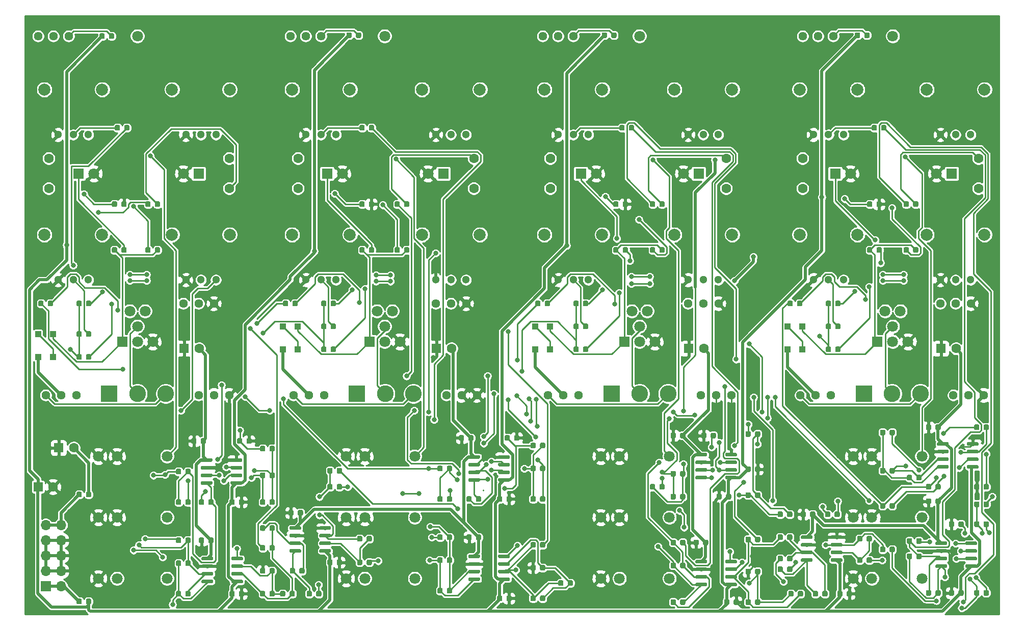
<source format=gbl>
G04 #@! TF.GenerationSoftware,KiCad,Pcbnew,(5.1.6-0-10_14)*
G04 #@! TF.CreationDate,2022-01-22T16:52:21+00:00*
G04 #@! TF.ProjectId,Quad Tube VCA,51756164-2054-4756-9265-205643412e6b,rev?*
G04 #@! TF.SameCoordinates,Original*
G04 #@! TF.FileFunction,Copper,L2,Bot*
G04 #@! TF.FilePolarity,Positive*
%FSLAX46Y46*%
G04 Gerber Fmt 4.6, Leading zero omitted, Abs format (unit mm)*
G04 Created by KiCad (PCBNEW (5.1.6-0-10_14)) date 2022-01-22 16:52:21*
%MOMM*%
%LPD*%
G01*
G04 APERTURE LIST*
G04 #@! TA.AperFunction,ComponentPad*
%ADD10C,2.775000*%
G04 #@! TD*
G04 #@! TA.AperFunction,ComponentPad*
%ADD11R,2.775000X2.775000*%
G04 #@! TD*
G04 #@! TA.AperFunction,ComponentPad*
%ADD12C,1.600000*%
G04 #@! TD*
G04 #@! TA.AperFunction,ComponentPad*
%ADD13R,1.600000X1.600000*%
G04 #@! TD*
G04 #@! TA.AperFunction,ComponentPad*
%ADD14C,1.800000*%
G04 #@! TD*
G04 #@! TA.AperFunction,ComponentPad*
%ADD15R,1.800000X1.800000*%
G04 #@! TD*
G04 #@! TA.AperFunction,ComponentPad*
%ADD16C,2.000000*%
G04 #@! TD*
G04 #@! TA.AperFunction,ComponentPad*
%ADD17C,1.300000*%
G04 #@! TD*
G04 #@! TA.AperFunction,ComponentPad*
%ADD18C,1.440000*%
G04 #@! TD*
G04 #@! TA.AperFunction,ComponentPad*
%ADD19O,1.700000X1.700000*%
G04 #@! TD*
G04 #@! TA.AperFunction,ComponentPad*
%ADD20R,1.700000X1.700000*%
G04 #@! TD*
G04 #@! TA.AperFunction,SMDPad,CuDef*
%ADD21R,1.000000X1.000000*%
G04 #@! TD*
G04 #@! TA.AperFunction,ViaPad*
%ADD22C,0.800000*%
G04 #@! TD*
G04 #@! TA.AperFunction,Conductor*
%ADD23C,0.250000*%
G04 #@! TD*
G04 #@! TA.AperFunction,Conductor*
%ADD24C,0.500000*%
G04 #@! TD*
G04 #@! TA.AperFunction,Conductor*
%ADD25C,0.254000*%
G04 #@! TD*
G04 APERTURE END LIST*
D10*
X89790000Y-107702500D03*
X85090000Y-107702500D03*
D11*
X80390000Y-107702500D03*
D10*
X130938000Y-107702500D03*
X126238000Y-107702500D03*
D11*
X121538000Y-107702500D03*
D10*
X173229000Y-107702500D03*
X168529000Y-107702500D03*
D11*
X163829000Y-107702500D03*
D10*
X215139000Y-107702500D03*
X210439000Y-107702500D03*
D11*
X205739000Y-107702500D03*
D12*
X221067000Y-100203000D03*
D13*
X218567000Y-100203000D03*
D12*
X179157000Y-100203000D03*
D13*
X176657000Y-100203000D03*
D12*
X137247000Y-100203000D03*
D13*
X134747000Y-100203000D03*
D12*
X95337000Y-100203000D03*
D13*
X92837000Y-100203000D03*
D12*
X74509000Y-116713000D03*
D13*
X72009000Y-116713000D03*
D12*
X71080000Y-123190000D03*
D13*
X68580000Y-123190000D03*
G04 #@! TA.AperFunction,SMDPad,CuDef*
G36*
G01*
X100687000Y-139088000D02*
X100687000Y-138788000D01*
G75*
G02*
X100837000Y-138638000I150000J0D01*
G01*
X102487000Y-138638000D01*
G75*
G02*
X102637000Y-138788000I0J-150000D01*
G01*
X102637000Y-139088000D01*
G75*
G02*
X102487000Y-139238000I-150000J0D01*
G01*
X100837000Y-139238000D01*
G75*
G02*
X100687000Y-139088000I0J150000D01*
G01*
G37*
G04 #@! TD.AperFunction*
G04 #@! TA.AperFunction,SMDPad,CuDef*
G36*
G01*
X100687000Y-137818000D02*
X100687000Y-137518000D01*
G75*
G02*
X100837000Y-137368000I150000J0D01*
G01*
X102487000Y-137368000D01*
G75*
G02*
X102637000Y-137518000I0J-150000D01*
G01*
X102637000Y-137818000D01*
G75*
G02*
X102487000Y-137968000I-150000J0D01*
G01*
X100837000Y-137968000D01*
G75*
G02*
X100687000Y-137818000I0J150000D01*
G01*
G37*
G04 #@! TD.AperFunction*
G04 #@! TA.AperFunction,SMDPad,CuDef*
G36*
G01*
X100687000Y-136548000D02*
X100687000Y-136248000D01*
G75*
G02*
X100837000Y-136098000I150000J0D01*
G01*
X102487000Y-136098000D01*
G75*
G02*
X102637000Y-136248000I0J-150000D01*
G01*
X102637000Y-136548000D01*
G75*
G02*
X102487000Y-136698000I-150000J0D01*
G01*
X100837000Y-136698000D01*
G75*
G02*
X100687000Y-136548000I0J150000D01*
G01*
G37*
G04 #@! TD.AperFunction*
G04 #@! TA.AperFunction,SMDPad,CuDef*
G36*
G01*
X100687000Y-135278000D02*
X100687000Y-134978000D01*
G75*
G02*
X100837000Y-134828000I150000J0D01*
G01*
X102487000Y-134828000D01*
G75*
G02*
X102637000Y-134978000I0J-150000D01*
G01*
X102637000Y-135278000D01*
G75*
G02*
X102487000Y-135428000I-150000J0D01*
G01*
X100837000Y-135428000D01*
G75*
G02*
X100687000Y-135278000I0J150000D01*
G01*
G37*
G04 #@! TD.AperFunction*
G04 #@! TA.AperFunction,SMDPad,CuDef*
G36*
G01*
X95737000Y-135278000D02*
X95737000Y-134978000D01*
G75*
G02*
X95887000Y-134828000I150000J0D01*
G01*
X97537000Y-134828000D01*
G75*
G02*
X97687000Y-134978000I0J-150000D01*
G01*
X97687000Y-135278000D01*
G75*
G02*
X97537000Y-135428000I-150000J0D01*
G01*
X95887000Y-135428000D01*
G75*
G02*
X95737000Y-135278000I0J150000D01*
G01*
G37*
G04 #@! TD.AperFunction*
G04 #@! TA.AperFunction,SMDPad,CuDef*
G36*
G01*
X95737000Y-136548000D02*
X95737000Y-136248000D01*
G75*
G02*
X95887000Y-136098000I150000J0D01*
G01*
X97537000Y-136098000D01*
G75*
G02*
X97687000Y-136248000I0J-150000D01*
G01*
X97687000Y-136548000D01*
G75*
G02*
X97537000Y-136698000I-150000J0D01*
G01*
X95887000Y-136698000D01*
G75*
G02*
X95737000Y-136548000I0J150000D01*
G01*
G37*
G04 #@! TD.AperFunction*
G04 #@! TA.AperFunction,SMDPad,CuDef*
G36*
G01*
X95737000Y-137818000D02*
X95737000Y-137518000D01*
G75*
G02*
X95887000Y-137368000I150000J0D01*
G01*
X97537000Y-137368000D01*
G75*
G02*
X97687000Y-137518000I0J-150000D01*
G01*
X97687000Y-137818000D01*
G75*
G02*
X97537000Y-137968000I-150000J0D01*
G01*
X95887000Y-137968000D01*
G75*
G02*
X95737000Y-137818000I0J150000D01*
G01*
G37*
G04 #@! TD.AperFunction*
G04 #@! TA.AperFunction,SMDPad,CuDef*
G36*
G01*
X95737000Y-139088000D02*
X95737000Y-138788000D01*
G75*
G02*
X95887000Y-138638000I150000J0D01*
G01*
X97537000Y-138638000D01*
G75*
G02*
X97687000Y-138788000I0J-150000D01*
G01*
X97687000Y-139088000D01*
G75*
G02*
X97537000Y-139238000I-150000J0D01*
G01*
X95887000Y-139238000D01*
G75*
G02*
X95737000Y-139088000I0J150000D01*
G01*
G37*
G04 #@! TD.AperFunction*
G04 #@! TA.AperFunction,SMDPad,CuDef*
G36*
G01*
X205517000Y-131569750D02*
X205517000Y-132082250D01*
G75*
G02*
X205298250Y-132301000I-218750J0D01*
G01*
X204860750Y-132301000D01*
G75*
G02*
X204642000Y-132082250I0J218750D01*
G01*
X204642000Y-131569750D01*
G75*
G02*
X204860750Y-131351000I218750J0D01*
G01*
X205298250Y-131351000D01*
G75*
G02*
X205517000Y-131569750I0J-218750D01*
G01*
G37*
G04 #@! TD.AperFunction*
G04 #@! TA.AperFunction,SMDPad,CuDef*
G36*
G01*
X207092000Y-131569750D02*
X207092000Y-132082250D01*
G75*
G02*
X206873250Y-132301000I-218750J0D01*
G01*
X206435750Y-132301000D01*
G75*
G02*
X206217000Y-132082250I0J218750D01*
G01*
X206217000Y-131569750D01*
G75*
G02*
X206435750Y-131351000I218750J0D01*
G01*
X206873250Y-131351000D01*
G75*
G02*
X207092000Y-131569750I0J-218750D01*
G01*
G37*
G04 #@! TD.AperFunction*
G04 #@! TA.AperFunction,SMDPad,CuDef*
G36*
G01*
X198851000Y-141226250D02*
X198851000Y-140713750D01*
G75*
G02*
X199069750Y-140495000I218750J0D01*
G01*
X199507250Y-140495000D01*
G75*
G02*
X199726000Y-140713750I0J-218750D01*
G01*
X199726000Y-141226250D01*
G75*
G02*
X199507250Y-141445000I-218750J0D01*
G01*
X199069750Y-141445000D01*
G75*
G02*
X198851000Y-141226250I0J218750D01*
G01*
G37*
G04 #@! TD.AperFunction*
G04 #@! TA.AperFunction,SMDPad,CuDef*
G36*
G01*
X197276000Y-141226250D02*
X197276000Y-140713750D01*
G75*
G02*
X197494750Y-140495000I218750J0D01*
G01*
X197932250Y-140495000D01*
G75*
G02*
X198151000Y-140713750I0J-218750D01*
G01*
X198151000Y-141226250D01*
G75*
G02*
X197932250Y-141445000I-218750J0D01*
G01*
X197494750Y-141445000D01*
G75*
G02*
X197276000Y-141226250I0J218750D01*
G01*
G37*
G04 #@! TD.AperFunction*
G04 #@! TA.AperFunction,SMDPad,CuDef*
G36*
G01*
X122459000Y-131569750D02*
X122459000Y-132082250D01*
G75*
G02*
X122240250Y-132301000I-218750J0D01*
G01*
X121802750Y-132301000D01*
G75*
G02*
X121584000Y-132082250I0J218750D01*
G01*
X121584000Y-131569750D01*
G75*
G02*
X121802750Y-131351000I218750J0D01*
G01*
X122240250Y-131351000D01*
G75*
G02*
X122459000Y-131569750I0J-218750D01*
G01*
G37*
G04 #@! TD.AperFunction*
G04 #@! TA.AperFunction,SMDPad,CuDef*
G36*
G01*
X124034000Y-131569750D02*
X124034000Y-132082250D01*
G75*
G02*
X123815250Y-132301000I-218750J0D01*
G01*
X123377750Y-132301000D01*
G75*
G02*
X123159000Y-132082250I0J218750D01*
G01*
X123159000Y-131569750D01*
G75*
G02*
X123377750Y-131351000I218750J0D01*
G01*
X123815250Y-131351000D01*
G75*
G02*
X124034000Y-131569750I0J-218750D01*
G01*
G37*
G04 #@! TD.AperFunction*
G04 #@! TA.AperFunction,SMDPad,CuDef*
G36*
G01*
X111983000Y-137416250D02*
X111983000Y-136903750D01*
G75*
G02*
X112201750Y-136685000I218750J0D01*
G01*
X112639250Y-136685000D01*
G75*
G02*
X112858000Y-136903750I0J-218750D01*
G01*
X112858000Y-137416250D01*
G75*
G02*
X112639250Y-137635000I-218750J0D01*
G01*
X112201750Y-137635000D01*
G75*
G02*
X111983000Y-137416250I0J218750D01*
G01*
G37*
G04 #@! TD.AperFunction*
G04 #@! TA.AperFunction,SMDPad,CuDef*
G36*
G01*
X110408000Y-137416250D02*
X110408000Y-136903750D01*
G75*
G02*
X110626750Y-136685000I218750J0D01*
G01*
X111064250Y-136685000D01*
G75*
G02*
X111283000Y-136903750I0J-218750D01*
G01*
X111283000Y-137416250D01*
G75*
G02*
X111064250Y-137635000I-218750J0D01*
G01*
X110626750Y-137635000D01*
G75*
G02*
X110408000Y-137416250I0J218750D01*
G01*
G37*
G04 #@! TD.AperFunction*
G04 #@! TA.AperFunction,SMDPad,CuDef*
G36*
G01*
X200183000Y-127505750D02*
X200183000Y-128018250D01*
G75*
G02*
X199964250Y-128237000I-218750J0D01*
G01*
X199526750Y-128237000D01*
G75*
G02*
X199308000Y-128018250I0J218750D01*
G01*
X199308000Y-127505750D01*
G75*
G02*
X199526750Y-127287000I218750J0D01*
G01*
X199964250Y-127287000D01*
G75*
G02*
X200183000Y-127505750I0J-218750D01*
G01*
G37*
G04 #@! TD.AperFunction*
G04 #@! TA.AperFunction,SMDPad,CuDef*
G36*
G01*
X201758000Y-127505750D02*
X201758000Y-128018250D01*
G75*
G02*
X201539250Y-128237000I-218750J0D01*
G01*
X201101750Y-128237000D01*
G75*
G02*
X200883000Y-128018250I0J218750D01*
G01*
X200883000Y-127505750D01*
G75*
G02*
X201101750Y-127287000I218750J0D01*
G01*
X201539250Y-127287000D01*
G75*
G02*
X201758000Y-127505750I0J-218750D01*
G01*
G37*
G04 #@! TD.AperFunction*
G04 #@! TA.AperFunction,SMDPad,CuDef*
G36*
G01*
X192309000Y-134871750D02*
X192309000Y-135384250D01*
G75*
G02*
X192090250Y-135603000I-218750J0D01*
G01*
X191652750Y-135603000D01*
G75*
G02*
X191434000Y-135384250I0J218750D01*
G01*
X191434000Y-134871750D01*
G75*
G02*
X191652750Y-134653000I218750J0D01*
G01*
X192090250Y-134653000D01*
G75*
G02*
X192309000Y-134871750I0J-218750D01*
G01*
G37*
G04 #@! TD.AperFunction*
G04 #@! TA.AperFunction,SMDPad,CuDef*
G36*
G01*
X193884000Y-134871750D02*
X193884000Y-135384250D01*
G75*
G02*
X193665250Y-135603000I-218750J0D01*
G01*
X193227750Y-135603000D01*
G75*
G02*
X193009000Y-135384250I0J218750D01*
G01*
X193009000Y-134871750D01*
G75*
G02*
X193227750Y-134653000I218750J0D01*
G01*
X193665250Y-134653000D01*
G75*
G02*
X193884000Y-134871750I0J-218750D01*
G01*
G37*
G04 #@! TD.AperFunction*
G04 #@! TA.AperFunction,SMDPad,CuDef*
G36*
G01*
X118206000Y-123446250D02*
X118206000Y-122933750D01*
G75*
G02*
X118424750Y-122715000I218750J0D01*
G01*
X118862250Y-122715000D01*
G75*
G02*
X119081000Y-122933750I0J-218750D01*
G01*
X119081000Y-123446250D01*
G75*
G02*
X118862250Y-123665000I-218750J0D01*
G01*
X118424750Y-123665000D01*
G75*
G02*
X118206000Y-123446250I0J218750D01*
G01*
G37*
G04 #@! TD.AperFunction*
G04 #@! TA.AperFunction,SMDPad,CuDef*
G36*
G01*
X116631000Y-123446250D02*
X116631000Y-122933750D01*
G75*
G02*
X116849750Y-122715000I218750J0D01*
G01*
X117287250Y-122715000D01*
G75*
G02*
X117506000Y-122933750I0J-218750D01*
G01*
X117506000Y-123446250D01*
G75*
G02*
X117287250Y-123665000I-218750J0D01*
G01*
X116849750Y-123665000D01*
G75*
G02*
X116631000Y-123446250I0J218750D01*
G01*
G37*
G04 #@! TD.AperFunction*
G04 #@! TA.AperFunction,SMDPad,CuDef*
G36*
G01*
X210027000Y-133860250D02*
X210027000Y-133347750D01*
G75*
G02*
X210245750Y-133129000I218750J0D01*
G01*
X210683250Y-133129000D01*
G75*
G02*
X210902000Y-133347750I0J-218750D01*
G01*
X210902000Y-133860250D01*
G75*
G02*
X210683250Y-134079000I-218750J0D01*
G01*
X210245750Y-134079000D01*
G75*
G02*
X210027000Y-133860250I0J218750D01*
G01*
G37*
G04 #@! TD.AperFunction*
G04 #@! TA.AperFunction,SMDPad,CuDef*
G36*
G01*
X208452000Y-133860250D02*
X208452000Y-133347750D01*
G75*
G02*
X208670750Y-133129000I218750J0D01*
G01*
X209108250Y-133129000D01*
G75*
G02*
X209327000Y-133347750I0J-218750D01*
G01*
X209327000Y-133860250D01*
G75*
G02*
X209108250Y-134079000I-218750J0D01*
G01*
X208670750Y-134079000D01*
G75*
G02*
X208452000Y-133860250I0J218750D01*
G01*
G37*
G04 #@! TD.AperFunction*
G04 #@! TA.AperFunction,SMDPad,CuDef*
G36*
G01*
X192309000Y-131315750D02*
X192309000Y-131828250D01*
G75*
G02*
X192090250Y-132047000I-218750J0D01*
G01*
X191652750Y-132047000D01*
G75*
G02*
X191434000Y-131828250I0J218750D01*
G01*
X191434000Y-131315750D01*
G75*
G02*
X191652750Y-131097000I218750J0D01*
G01*
X192090250Y-131097000D01*
G75*
G02*
X192309000Y-131315750I0J-218750D01*
G01*
G37*
G04 #@! TD.AperFunction*
G04 #@! TA.AperFunction,SMDPad,CuDef*
G36*
G01*
X193884000Y-131315750D02*
X193884000Y-131828250D01*
G75*
G02*
X193665250Y-132047000I-218750J0D01*
G01*
X193227750Y-132047000D01*
G75*
G02*
X193009000Y-131828250I0J218750D01*
G01*
X193009000Y-131315750D01*
G75*
G02*
X193227750Y-131097000I218750J0D01*
G01*
X193665250Y-131097000D01*
G75*
G02*
X193884000Y-131315750I0J-218750D01*
G01*
G37*
G04 #@! TD.AperFunction*
G04 #@! TA.AperFunction,SMDPad,CuDef*
G36*
G01*
X118206000Y-120779250D02*
X118206000Y-120266750D01*
G75*
G02*
X118424750Y-120048000I218750J0D01*
G01*
X118862250Y-120048000D01*
G75*
G02*
X119081000Y-120266750I0J-218750D01*
G01*
X119081000Y-120779250D01*
G75*
G02*
X118862250Y-120998000I-218750J0D01*
G01*
X118424750Y-120998000D01*
G75*
G02*
X118206000Y-120779250I0J218750D01*
G01*
G37*
G04 #@! TD.AperFunction*
G04 #@! TA.AperFunction,SMDPad,CuDef*
G36*
G01*
X116631000Y-120779250D02*
X116631000Y-120266750D01*
G75*
G02*
X116849750Y-120048000I218750J0D01*
G01*
X117287250Y-120048000D01*
G75*
G02*
X117506000Y-120266750I0J-218750D01*
G01*
X117506000Y-120779250D01*
G75*
G02*
X117287250Y-120998000I-218750J0D01*
G01*
X116849750Y-120998000D01*
G75*
G02*
X116631000Y-120779250I0J218750D01*
G01*
G37*
G04 #@! TD.AperFunction*
G04 #@! TA.AperFunction,SMDPad,CuDef*
G36*
G01*
X107030000Y-130304250D02*
X107030000Y-129791750D01*
G75*
G02*
X107248750Y-129573000I218750J0D01*
G01*
X107686250Y-129573000D01*
G75*
G02*
X107905000Y-129791750I0J-218750D01*
G01*
X107905000Y-130304250D01*
G75*
G02*
X107686250Y-130523000I-218750J0D01*
G01*
X107248750Y-130523000D01*
G75*
G02*
X107030000Y-130304250I0J218750D01*
G01*
G37*
G04 #@! TD.AperFunction*
G04 #@! TA.AperFunction,SMDPad,CuDef*
G36*
G01*
X105455000Y-130304250D02*
X105455000Y-129791750D01*
G75*
G02*
X105673750Y-129573000I218750J0D01*
G01*
X106111250Y-129573000D01*
G75*
G02*
X106330000Y-129791750I0J-218750D01*
G01*
X106330000Y-130304250D01*
G75*
G02*
X106111250Y-130523000I-218750J0D01*
G01*
X105673750Y-130523000D01*
G75*
G02*
X105455000Y-130304250I0J218750D01*
G01*
G37*
G04 #@! TD.AperFunction*
G04 #@! TA.AperFunction,SMDPad,CuDef*
G36*
G01*
X200255000Y-135532000D02*
X200255000Y-135232000D01*
G75*
G02*
X200405000Y-135082000I150000J0D01*
G01*
X202055000Y-135082000D01*
G75*
G02*
X202205000Y-135232000I0J-150000D01*
G01*
X202205000Y-135532000D01*
G75*
G02*
X202055000Y-135682000I-150000J0D01*
G01*
X200405000Y-135682000D01*
G75*
G02*
X200255000Y-135532000I0J150000D01*
G01*
G37*
G04 #@! TD.AperFunction*
G04 #@! TA.AperFunction,SMDPad,CuDef*
G36*
G01*
X200255000Y-134262000D02*
X200255000Y-133962000D01*
G75*
G02*
X200405000Y-133812000I150000J0D01*
G01*
X202055000Y-133812000D01*
G75*
G02*
X202205000Y-133962000I0J-150000D01*
G01*
X202205000Y-134262000D01*
G75*
G02*
X202055000Y-134412000I-150000J0D01*
G01*
X200405000Y-134412000D01*
G75*
G02*
X200255000Y-134262000I0J150000D01*
G01*
G37*
G04 #@! TD.AperFunction*
G04 #@! TA.AperFunction,SMDPad,CuDef*
G36*
G01*
X200255000Y-132992000D02*
X200255000Y-132692000D01*
G75*
G02*
X200405000Y-132542000I150000J0D01*
G01*
X202055000Y-132542000D01*
G75*
G02*
X202205000Y-132692000I0J-150000D01*
G01*
X202205000Y-132992000D01*
G75*
G02*
X202055000Y-133142000I-150000J0D01*
G01*
X200405000Y-133142000D01*
G75*
G02*
X200255000Y-132992000I0J150000D01*
G01*
G37*
G04 #@! TD.AperFunction*
G04 #@! TA.AperFunction,SMDPad,CuDef*
G36*
G01*
X200255000Y-131722000D02*
X200255000Y-131422000D01*
G75*
G02*
X200405000Y-131272000I150000J0D01*
G01*
X202055000Y-131272000D01*
G75*
G02*
X202205000Y-131422000I0J-150000D01*
G01*
X202205000Y-131722000D01*
G75*
G02*
X202055000Y-131872000I-150000J0D01*
G01*
X200405000Y-131872000D01*
G75*
G02*
X200255000Y-131722000I0J150000D01*
G01*
G37*
G04 #@! TD.AperFunction*
G04 #@! TA.AperFunction,SMDPad,CuDef*
G36*
G01*
X195305000Y-131722000D02*
X195305000Y-131422000D01*
G75*
G02*
X195455000Y-131272000I150000J0D01*
G01*
X197105000Y-131272000D01*
G75*
G02*
X197255000Y-131422000I0J-150000D01*
G01*
X197255000Y-131722000D01*
G75*
G02*
X197105000Y-131872000I-150000J0D01*
G01*
X195455000Y-131872000D01*
G75*
G02*
X195305000Y-131722000I0J150000D01*
G01*
G37*
G04 #@! TD.AperFunction*
G04 #@! TA.AperFunction,SMDPad,CuDef*
G36*
G01*
X195305000Y-132992000D02*
X195305000Y-132692000D01*
G75*
G02*
X195455000Y-132542000I150000J0D01*
G01*
X197105000Y-132542000D01*
G75*
G02*
X197255000Y-132692000I0J-150000D01*
G01*
X197255000Y-132992000D01*
G75*
G02*
X197105000Y-133142000I-150000J0D01*
G01*
X195455000Y-133142000D01*
G75*
G02*
X195305000Y-132992000I0J150000D01*
G01*
G37*
G04 #@! TD.AperFunction*
G04 #@! TA.AperFunction,SMDPad,CuDef*
G36*
G01*
X195305000Y-134262000D02*
X195305000Y-133962000D01*
G75*
G02*
X195455000Y-133812000I150000J0D01*
G01*
X197105000Y-133812000D01*
G75*
G02*
X197255000Y-133962000I0J-150000D01*
G01*
X197255000Y-134262000D01*
G75*
G02*
X197105000Y-134412000I-150000J0D01*
G01*
X195455000Y-134412000D01*
G75*
G02*
X195305000Y-134262000I0J150000D01*
G01*
G37*
G04 #@! TD.AperFunction*
G04 #@! TA.AperFunction,SMDPad,CuDef*
G36*
G01*
X195305000Y-135532000D02*
X195305000Y-135232000D01*
G75*
G02*
X195455000Y-135082000I150000J0D01*
G01*
X197105000Y-135082000D01*
G75*
G02*
X197255000Y-135232000I0J-150000D01*
G01*
X197255000Y-135532000D01*
G75*
G02*
X197105000Y-135682000I-150000J0D01*
G01*
X195455000Y-135682000D01*
G75*
G02*
X195305000Y-135532000I0J150000D01*
G01*
G37*
G04 #@! TD.AperFunction*
G04 #@! TA.AperFunction,SMDPad,CuDef*
G36*
G01*
X115292000Y-134008000D02*
X115292000Y-133708000D01*
G75*
G02*
X115442000Y-133558000I150000J0D01*
G01*
X117092000Y-133558000D01*
G75*
G02*
X117242000Y-133708000I0J-150000D01*
G01*
X117242000Y-134008000D01*
G75*
G02*
X117092000Y-134158000I-150000J0D01*
G01*
X115442000Y-134158000D01*
G75*
G02*
X115292000Y-134008000I0J150000D01*
G01*
G37*
G04 #@! TD.AperFunction*
G04 #@! TA.AperFunction,SMDPad,CuDef*
G36*
G01*
X115292000Y-132738000D02*
X115292000Y-132438000D01*
G75*
G02*
X115442000Y-132288000I150000J0D01*
G01*
X117092000Y-132288000D01*
G75*
G02*
X117242000Y-132438000I0J-150000D01*
G01*
X117242000Y-132738000D01*
G75*
G02*
X117092000Y-132888000I-150000J0D01*
G01*
X115442000Y-132888000D01*
G75*
G02*
X115292000Y-132738000I0J150000D01*
G01*
G37*
G04 #@! TD.AperFunction*
G04 #@! TA.AperFunction,SMDPad,CuDef*
G36*
G01*
X115292000Y-131468000D02*
X115292000Y-131168000D01*
G75*
G02*
X115442000Y-131018000I150000J0D01*
G01*
X117092000Y-131018000D01*
G75*
G02*
X117242000Y-131168000I0J-150000D01*
G01*
X117242000Y-131468000D01*
G75*
G02*
X117092000Y-131618000I-150000J0D01*
G01*
X115442000Y-131618000D01*
G75*
G02*
X115292000Y-131468000I0J150000D01*
G01*
G37*
G04 #@! TD.AperFunction*
G04 #@! TA.AperFunction,SMDPad,CuDef*
G36*
G01*
X115292000Y-130198000D02*
X115292000Y-129898000D01*
G75*
G02*
X115442000Y-129748000I150000J0D01*
G01*
X117092000Y-129748000D01*
G75*
G02*
X117242000Y-129898000I0J-150000D01*
G01*
X117242000Y-130198000D01*
G75*
G02*
X117092000Y-130348000I-150000J0D01*
G01*
X115442000Y-130348000D01*
G75*
G02*
X115292000Y-130198000I0J150000D01*
G01*
G37*
G04 #@! TD.AperFunction*
G04 #@! TA.AperFunction,SMDPad,CuDef*
G36*
G01*
X110342000Y-130198000D02*
X110342000Y-129898000D01*
G75*
G02*
X110492000Y-129748000I150000J0D01*
G01*
X112142000Y-129748000D01*
G75*
G02*
X112292000Y-129898000I0J-150000D01*
G01*
X112292000Y-130198000D01*
G75*
G02*
X112142000Y-130348000I-150000J0D01*
G01*
X110492000Y-130348000D01*
G75*
G02*
X110342000Y-130198000I0J150000D01*
G01*
G37*
G04 #@! TD.AperFunction*
G04 #@! TA.AperFunction,SMDPad,CuDef*
G36*
G01*
X110342000Y-131468000D02*
X110342000Y-131168000D01*
G75*
G02*
X110492000Y-131018000I150000J0D01*
G01*
X112142000Y-131018000D01*
G75*
G02*
X112292000Y-131168000I0J-150000D01*
G01*
X112292000Y-131468000D01*
G75*
G02*
X112142000Y-131618000I-150000J0D01*
G01*
X110492000Y-131618000D01*
G75*
G02*
X110342000Y-131468000I0J150000D01*
G01*
G37*
G04 #@! TD.AperFunction*
G04 #@! TA.AperFunction,SMDPad,CuDef*
G36*
G01*
X110342000Y-132738000D02*
X110342000Y-132438000D01*
G75*
G02*
X110492000Y-132288000I150000J0D01*
G01*
X112142000Y-132288000D01*
G75*
G02*
X112292000Y-132438000I0J-150000D01*
G01*
X112292000Y-132738000D01*
G75*
G02*
X112142000Y-132888000I-150000J0D01*
G01*
X110492000Y-132888000D01*
G75*
G02*
X110342000Y-132738000I0J150000D01*
G01*
G37*
G04 #@! TD.AperFunction*
G04 #@! TA.AperFunction,SMDPad,CuDef*
G36*
G01*
X110342000Y-134008000D02*
X110342000Y-133708000D01*
G75*
G02*
X110492000Y-133558000I150000J0D01*
G01*
X112142000Y-133558000D01*
G75*
G02*
X112292000Y-133708000I0J-150000D01*
G01*
X112292000Y-134008000D01*
G75*
G02*
X112142000Y-134158000I-150000J0D01*
G01*
X110492000Y-134158000D01*
G75*
G02*
X110342000Y-134008000I0J150000D01*
G01*
G37*
G04 #@! TD.AperFunction*
G04 #@! TA.AperFunction,SMDPad,CuDef*
G36*
G01*
X196819000Y-128018250D02*
X196819000Y-127505750D01*
G75*
G02*
X197037750Y-127287000I218750J0D01*
G01*
X197475250Y-127287000D01*
G75*
G02*
X197694000Y-127505750I0J-218750D01*
G01*
X197694000Y-128018250D01*
G75*
G02*
X197475250Y-128237000I-218750J0D01*
G01*
X197037750Y-128237000D01*
G75*
G02*
X196819000Y-128018250I0J218750D01*
G01*
G37*
G04 #@! TD.AperFunction*
G04 #@! TA.AperFunction,SMDPad,CuDef*
G36*
G01*
X195244000Y-128018250D02*
X195244000Y-127505750D01*
G75*
G02*
X195462750Y-127287000I218750J0D01*
G01*
X195900250Y-127287000D01*
G75*
G02*
X196119000Y-127505750I0J-218750D01*
G01*
X196119000Y-128018250D01*
G75*
G02*
X195900250Y-128237000I-218750J0D01*
G01*
X195462750Y-128237000D01*
G75*
G02*
X195244000Y-128018250I0J218750D01*
G01*
G37*
G04 #@! TD.AperFunction*
G04 #@! TA.AperFunction,SMDPad,CuDef*
G36*
G01*
X202915000Y-141226250D02*
X202915000Y-140713750D01*
G75*
G02*
X203133750Y-140495000I218750J0D01*
G01*
X203571250Y-140495000D01*
G75*
G02*
X203790000Y-140713750I0J-218750D01*
G01*
X203790000Y-141226250D01*
G75*
G02*
X203571250Y-141445000I-218750J0D01*
G01*
X203133750Y-141445000D01*
G75*
G02*
X202915000Y-141226250I0J218750D01*
G01*
G37*
G04 #@! TD.AperFunction*
G04 #@! TA.AperFunction,SMDPad,CuDef*
G36*
G01*
X201340000Y-141226250D02*
X201340000Y-140713750D01*
G75*
G02*
X201558750Y-140495000I218750J0D01*
G01*
X201996250Y-140495000D01*
G75*
G02*
X202215000Y-140713750I0J-218750D01*
G01*
X202215000Y-141226250D01*
G75*
G02*
X201996250Y-141445000I-218750J0D01*
G01*
X201558750Y-141445000D01*
G75*
G02*
X201340000Y-141226250I0J218750D01*
G01*
G37*
G04 #@! TD.AperFunction*
G04 #@! TA.AperFunction,SMDPad,CuDef*
G36*
G01*
X111729000Y-127764250D02*
X111729000Y-127251750D01*
G75*
G02*
X111947750Y-127033000I218750J0D01*
G01*
X112385250Y-127033000D01*
G75*
G02*
X112604000Y-127251750I0J-218750D01*
G01*
X112604000Y-127764250D01*
G75*
G02*
X112385250Y-127983000I-218750J0D01*
G01*
X111947750Y-127983000D01*
G75*
G02*
X111729000Y-127764250I0J218750D01*
G01*
G37*
G04 #@! TD.AperFunction*
G04 #@! TA.AperFunction,SMDPad,CuDef*
G36*
G01*
X110154000Y-127764250D02*
X110154000Y-127251750D01*
G75*
G02*
X110372750Y-127033000I218750J0D01*
G01*
X110810250Y-127033000D01*
G75*
G02*
X111029000Y-127251750I0J-218750D01*
G01*
X111029000Y-127764250D01*
G75*
G02*
X110810250Y-127983000I-218750J0D01*
G01*
X110372750Y-127983000D01*
G75*
G02*
X110154000Y-127764250I0J218750D01*
G01*
G37*
G04 #@! TD.AperFunction*
G04 #@! TA.AperFunction,SMDPad,CuDef*
G36*
G01*
X118206000Y-136019250D02*
X118206000Y-135506750D01*
G75*
G02*
X118424750Y-135288000I218750J0D01*
G01*
X118862250Y-135288000D01*
G75*
G02*
X119081000Y-135506750I0J-218750D01*
G01*
X119081000Y-136019250D01*
G75*
G02*
X118862250Y-136238000I-218750J0D01*
G01*
X118424750Y-136238000D01*
G75*
G02*
X118206000Y-136019250I0J218750D01*
G01*
G37*
G04 #@! TD.AperFunction*
G04 #@! TA.AperFunction,SMDPad,CuDef*
G36*
G01*
X116631000Y-136019250D02*
X116631000Y-135506750D01*
G75*
G02*
X116849750Y-135288000I218750J0D01*
G01*
X117287250Y-135288000D01*
G75*
G02*
X117506000Y-135506750I0J-218750D01*
G01*
X117506000Y-136019250D01*
G75*
G02*
X117287250Y-136238000I-218750J0D01*
G01*
X116849750Y-136238000D01*
G75*
G02*
X116631000Y-136019250I0J218750D01*
G01*
G37*
G04 #@! TD.AperFunction*
D14*
X126153333Y-48260000D03*
X126153333Y-96520000D03*
X124883333Y-93980000D03*
X127423333Y-93980000D03*
X128693333Y-99060000D03*
X126153333Y-99060000D03*
D15*
X123613333Y-99060000D03*
D14*
X85090000Y-48260000D03*
X85090000Y-96520000D03*
X83820000Y-93980000D03*
X86360000Y-93980000D03*
X87630000Y-99060000D03*
X85090000Y-99060000D03*
D15*
X82550000Y-99060000D03*
D14*
X210550000Y-48260000D03*
X210550000Y-96520000D03*
X209280000Y-93980000D03*
X211820000Y-93980000D03*
X213090000Y-99060000D03*
X210550000Y-99060000D03*
D15*
X208010000Y-99060000D03*
D14*
X168486666Y-48260000D03*
X168486666Y-96520000D03*
X167216666Y-93980000D03*
X169756666Y-93980000D03*
X171026666Y-99060000D03*
X168486666Y-99060000D03*
D15*
X165946666Y-99060000D03*
D16*
X204680000Y-57150000D03*
X195080000Y-57150000D03*
D17*
X202380000Y-64650000D03*
X199880000Y-64650000D03*
X197380000Y-64650000D03*
D16*
X162280000Y-57150000D03*
X152680000Y-57150000D03*
D17*
X159980000Y-64650000D03*
X157480000Y-64650000D03*
X154980000Y-64650000D03*
D16*
X120370000Y-57150000D03*
X110770000Y-57150000D03*
D17*
X118070000Y-64650000D03*
X115570000Y-64650000D03*
X113070000Y-64650000D03*
D16*
X79222000Y-57150000D03*
X69622000Y-57150000D03*
D17*
X76922000Y-64650000D03*
X74422000Y-64650000D03*
X71922000Y-64650000D03*
D16*
X204680000Y-81280000D03*
X195080000Y-81280000D03*
D17*
X202380000Y-88780000D03*
X199880000Y-88780000D03*
X197380000Y-88780000D03*
D16*
X162280000Y-81280000D03*
X152680000Y-81280000D03*
D17*
X159980000Y-88780000D03*
X157480000Y-88780000D03*
X154980000Y-88780000D03*
D16*
X120370000Y-81280000D03*
X110770000Y-81280000D03*
D17*
X118070000Y-88780000D03*
X115570000Y-88780000D03*
X113070000Y-88780000D03*
D16*
X79222000Y-81280000D03*
X69622000Y-81280000D03*
D17*
X76922000Y-88780000D03*
X74422000Y-88780000D03*
X71922000Y-88780000D03*
D16*
X225780000Y-57150000D03*
X216180000Y-57150000D03*
D17*
X223480000Y-64650000D03*
X220980000Y-64650000D03*
X218480000Y-64650000D03*
D16*
X183870000Y-57150000D03*
X174270000Y-57150000D03*
D17*
X181570000Y-64650000D03*
X179070000Y-64650000D03*
X176570000Y-64650000D03*
D16*
X141960000Y-57150000D03*
X132360000Y-57150000D03*
D17*
X139660000Y-64650000D03*
X137160000Y-64650000D03*
X134660000Y-64650000D03*
D16*
X100431000Y-57150000D03*
X90831000Y-57150000D03*
D17*
X98131000Y-64650000D03*
X95631000Y-64650000D03*
X93131000Y-64650000D03*
D16*
X225780000Y-81280000D03*
X216180000Y-81280000D03*
D17*
X223480000Y-88780000D03*
X220980000Y-88780000D03*
X218480000Y-88780000D03*
D16*
X183870000Y-81280000D03*
X174270000Y-81280000D03*
D17*
X181570000Y-88780000D03*
X179070000Y-88780000D03*
X176570000Y-88780000D03*
D16*
X141960000Y-81280000D03*
X132360000Y-81280000D03*
D17*
X139660000Y-88780000D03*
X137160000Y-88780000D03*
X134660000Y-88780000D03*
D16*
X100431000Y-81280000D03*
X90831000Y-81280000D03*
D17*
X98131000Y-88780000D03*
X95631000Y-88780000D03*
X93131000Y-88780000D03*
D14*
X215389000Y-138430000D03*
X203989000Y-138430000D03*
X207089000Y-138430000D03*
X173449000Y-138430000D03*
X162049000Y-138430000D03*
X165149000Y-138430000D03*
X131158000Y-138430000D03*
X119758000Y-138430000D03*
X122858000Y-138430000D03*
X90010000Y-138430000D03*
X78610000Y-138430000D03*
X81710000Y-138430000D03*
X215389000Y-118110000D03*
X203989000Y-118110000D03*
X207089000Y-118110000D03*
X173449000Y-118110000D03*
X162049000Y-118110000D03*
X165149000Y-118110000D03*
X131158000Y-118110000D03*
X119758000Y-118110000D03*
X122858000Y-118110000D03*
X90010000Y-118110000D03*
X78610000Y-118110000D03*
X81710000Y-118110000D03*
X215389000Y-128270000D03*
X203989000Y-128270000D03*
X207089000Y-128270000D03*
X173449000Y-128270000D03*
X162049000Y-128270000D03*
X165149000Y-128270000D03*
X131158000Y-128270000D03*
X119758000Y-128270000D03*
X122858000Y-128270000D03*
X90010000Y-128270000D03*
X78610000Y-128270000D03*
X81710000Y-128270000D03*
G04 #@! TA.AperFunction,SMDPad,CuDef*
G36*
G01*
X186975000Y-142110750D02*
X186975000Y-142623250D01*
G75*
G02*
X186756250Y-142842000I-218750J0D01*
G01*
X186318750Y-142842000D01*
G75*
G02*
X186100000Y-142623250I0J218750D01*
G01*
X186100000Y-142110750D01*
G75*
G02*
X186318750Y-141892000I218750J0D01*
G01*
X186756250Y-141892000D01*
G75*
G02*
X186975000Y-142110750I0J-218750D01*
G01*
G37*
G04 #@! TD.AperFunction*
G04 #@! TA.AperFunction,SMDPad,CuDef*
G36*
G01*
X188550000Y-142110750D02*
X188550000Y-142623250D01*
G75*
G02*
X188331250Y-142842000I-218750J0D01*
G01*
X187893750Y-142842000D01*
G75*
G02*
X187675000Y-142623250I0J218750D01*
G01*
X187675000Y-142110750D01*
G75*
G02*
X187893750Y-141892000I218750J0D01*
G01*
X188331250Y-141892000D01*
G75*
G02*
X188550000Y-142110750I0J-218750D01*
G01*
G37*
G04 #@! TD.AperFunction*
G04 #@! TA.AperFunction,SMDPad,CuDef*
G36*
G01*
X187675000Y-137543250D02*
X187675000Y-137030750D01*
G75*
G02*
X187893750Y-136812000I218750J0D01*
G01*
X188331250Y-136812000D01*
G75*
G02*
X188550000Y-137030750I0J-218750D01*
G01*
X188550000Y-137543250D01*
G75*
G02*
X188331250Y-137762000I-218750J0D01*
G01*
X187893750Y-137762000D01*
G75*
G02*
X187675000Y-137543250I0J218750D01*
G01*
G37*
G04 #@! TD.AperFunction*
G04 #@! TA.AperFunction,SMDPad,CuDef*
G36*
G01*
X186100000Y-137543250D02*
X186100000Y-137030750D01*
G75*
G02*
X186318750Y-136812000I218750J0D01*
G01*
X186756250Y-136812000D01*
G75*
G02*
X186975000Y-137030750I0J-218750D01*
G01*
X186975000Y-137543250D01*
G75*
G02*
X186756250Y-137762000I-218750J0D01*
G01*
X186318750Y-137762000D01*
G75*
G02*
X186100000Y-137543250I0J218750D01*
G01*
G37*
G04 #@! TD.AperFunction*
D18*
X195580000Y-48260000D03*
X198120000Y-48260000D03*
X200660000Y-48260000D03*
X152400000Y-48260000D03*
X154940000Y-48260000D03*
X157480000Y-48260000D03*
X110490000Y-48260000D03*
X113030000Y-48260000D03*
X115570000Y-48260000D03*
X68580000Y-48260000D03*
X71120000Y-48260000D03*
X73660000Y-48260000D03*
X220599000Y-107950000D03*
X223139000Y-107950000D03*
X225679000Y-107950000D03*
X178689000Y-107950000D03*
X181229000Y-107950000D03*
X183769000Y-107950000D03*
X136398000Y-107950000D03*
X138938000Y-107950000D03*
X141478000Y-107950000D03*
X95250000Y-107950000D03*
X97790000Y-107950000D03*
X100330000Y-107950000D03*
X218440000Y-92710000D03*
X220980000Y-92710000D03*
X223520000Y-92710000D03*
X176530000Y-92710000D03*
X179070000Y-92710000D03*
X181610000Y-92710000D03*
X134620000Y-92710000D03*
X137160000Y-92710000D03*
X139700000Y-92710000D03*
X92710000Y-92710000D03*
X95250000Y-92710000D03*
X97790000Y-92710000D03*
X195199000Y-107950000D03*
X197739000Y-107950000D03*
X200279000Y-107950000D03*
X153289000Y-107950000D03*
X155829000Y-107950000D03*
X158369000Y-107950000D03*
X110998000Y-107950000D03*
X113538000Y-107950000D03*
X116078000Y-107950000D03*
X69850000Y-107950000D03*
X72390000Y-107950000D03*
X74930000Y-107950000D03*
G04 #@! TA.AperFunction,SMDPad,CuDef*
G36*
G01*
X225648000Y-113540250D02*
X225648000Y-113027750D01*
G75*
G02*
X225866750Y-112809000I218750J0D01*
G01*
X226304250Y-112809000D01*
G75*
G02*
X226523000Y-113027750I0J-218750D01*
G01*
X226523000Y-113540250D01*
G75*
G02*
X226304250Y-113759000I-218750J0D01*
G01*
X225866750Y-113759000D01*
G75*
G02*
X225648000Y-113540250I0J218750D01*
G01*
G37*
G04 #@! TD.AperFunction*
G04 #@! TA.AperFunction,SMDPad,CuDef*
G36*
G01*
X224073000Y-113540250D02*
X224073000Y-113027750D01*
G75*
G02*
X224291750Y-112809000I218750J0D01*
G01*
X224729250Y-112809000D01*
G75*
G02*
X224948000Y-113027750I0J-218750D01*
G01*
X224948000Y-113540250D01*
G75*
G02*
X224729250Y-113759000I-218750J0D01*
G01*
X224291750Y-113759000D01*
G75*
G02*
X224073000Y-113540250I0J218750D01*
G01*
G37*
G04 #@! TD.AperFunction*
G04 #@! TA.AperFunction,SMDPad,CuDef*
G36*
G01*
X210027000Y-114429250D02*
X210027000Y-113916750D01*
G75*
G02*
X210245750Y-113698000I218750J0D01*
G01*
X210683250Y-113698000D01*
G75*
G02*
X210902000Y-113916750I0J-218750D01*
G01*
X210902000Y-114429250D01*
G75*
G02*
X210683250Y-114648000I-218750J0D01*
G01*
X210245750Y-114648000D01*
G75*
G02*
X210027000Y-114429250I0J218750D01*
G01*
G37*
G04 #@! TD.AperFunction*
G04 #@! TA.AperFunction,SMDPad,CuDef*
G36*
G01*
X208452000Y-114429250D02*
X208452000Y-113916750D01*
G75*
G02*
X208670750Y-113698000I218750J0D01*
G01*
X209108250Y-113698000D01*
G75*
G02*
X209327000Y-113916750I0J-218750D01*
G01*
X209327000Y-114429250D01*
G75*
G02*
X209108250Y-114648000I-218750J0D01*
G01*
X208670750Y-114648000D01*
G75*
G02*
X208452000Y-114429250I0J218750D01*
G01*
G37*
G04 #@! TD.AperFunction*
G04 #@! TA.AperFunction,SMDPad,CuDef*
G36*
G01*
X194660000Y-92966250D02*
X194660000Y-92453750D01*
G75*
G02*
X194878750Y-92235000I218750J0D01*
G01*
X195316250Y-92235000D01*
G75*
G02*
X195535000Y-92453750I0J-218750D01*
G01*
X195535000Y-92966250D01*
G75*
G02*
X195316250Y-93185000I-218750J0D01*
G01*
X194878750Y-93185000D01*
G75*
G02*
X194660000Y-92966250I0J218750D01*
G01*
G37*
G04 #@! TD.AperFunction*
G04 #@! TA.AperFunction,SMDPad,CuDef*
G36*
G01*
X193085000Y-92966250D02*
X193085000Y-92453750D01*
G75*
G02*
X193303750Y-92235000I218750J0D01*
G01*
X193741250Y-92235000D01*
G75*
G02*
X193960000Y-92453750I0J-218750D01*
G01*
X193960000Y-92966250D01*
G75*
G02*
X193741250Y-93185000I-218750J0D01*
G01*
X193303750Y-93185000D01*
G75*
G02*
X193085000Y-92966250I0J218750D01*
G01*
G37*
G04 #@! TD.AperFunction*
G04 #@! TA.AperFunction,SMDPad,CuDef*
G36*
G01*
X200310000Y-92453750D02*
X200310000Y-92966250D01*
G75*
G02*
X200091250Y-93185000I-218750J0D01*
G01*
X199653750Y-93185000D01*
G75*
G02*
X199435000Y-92966250I0J218750D01*
G01*
X199435000Y-92453750D01*
G75*
G02*
X199653750Y-92235000I218750J0D01*
G01*
X200091250Y-92235000D01*
G75*
G02*
X200310000Y-92453750I0J-218750D01*
G01*
G37*
G04 #@! TD.AperFunction*
G04 #@! TA.AperFunction,SMDPad,CuDef*
G36*
G01*
X201885000Y-92453750D02*
X201885000Y-92966250D01*
G75*
G02*
X201666250Y-93185000I-218750J0D01*
G01*
X201228750Y-93185000D01*
G75*
G02*
X201010000Y-92966250I0J218750D01*
G01*
X201010000Y-92453750D01*
G75*
G02*
X201228750Y-92235000I218750J0D01*
G01*
X201666250Y-92235000D01*
G75*
G02*
X201885000Y-92453750I0J-218750D01*
G01*
G37*
G04 #@! TD.AperFunction*
G04 #@! TA.AperFunction,SMDPad,CuDef*
G36*
G01*
X213772000Y-121409750D02*
X213772000Y-121922250D01*
G75*
G02*
X213553250Y-122141000I-218750J0D01*
G01*
X213115750Y-122141000D01*
G75*
G02*
X212897000Y-121922250I0J218750D01*
G01*
X212897000Y-121409750D01*
G75*
G02*
X213115750Y-121191000I218750J0D01*
G01*
X213553250Y-121191000D01*
G75*
G02*
X213772000Y-121409750I0J-218750D01*
G01*
G37*
G04 #@! TD.AperFunction*
G04 #@! TA.AperFunction,SMDPad,CuDef*
G36*
G01*
X215347000Y-121409750D02*
X215347000Y-121922250D01*
G75*
G02*
X215128250Y-122141000I-218750J0D01*
G01*
X214690750Y-122141000D01*
G75*
G02*
X214472000Y-121922250I0J218750D01*
G01*
X214472000Y-121409750D01*
G75*
G02*
X214690750Y-121191000I218750J0D01*
G01*
X215128250Y-121191000D01*
G75*
G02*
X215347000Y-121409750I0J-218750D01*
G01*
G37*
G04 #@! TD.AperFunction*
G04 #@! TA.AperFunction,SMDPad,CuDef*
G36*
G01*
X209327000Y-126108750D02*
X209327000Y-126621250D01*
G75*
G02*
X209108250Y-126840000I-218750J0D01*
G01*
X208670750Y-126840000D01*
G75*
G02*
X208452000Y-126621250I0J218750D01*
G01*
X208452000Y-126108750D01*
G75*
G02*
X208670750Y-125890000I218750J0D01*
G01*
X209108250Y-125890000D01*
G75*
G02*
X209327000Y-126108750I0J-218750D01*
G01*
G37*
G04 #@! TD.AperFunction*
G04 #@! TA.AperFunction,SMDPad,CuDef*
G36*
G01*
X210902000Y-126108750D02*
X210902000Y-126621250D01*
G75*
G02*
X210683250Y-126840000I-218750J0D01*
G01*
X210245750Y-126840000D01*
G75*
G02*
X210027000Y-126621250I0J218750D01*
G01*
X210027000Y-126108750D01*
G75*
G02*
X210245750Y-125890000I218750J0D01*
G01*
X210683250Y-125890000D01*
G75*
G02*
X210902000Y-126108750I0J-218750D01*
G01*
G37*
G04 #@! TD.AperFunction*
G04 #@! TA.AperFunction,SMDPad,CuDef*
G36*
G01*
X201010000Y-96776250D02*
X201010000Y-96263750D01*
G75*
G02*
X201228750Y-96045000I218750J0D01*
G01*
X201666250Y-96045000D01*
G75*
G02*
X201885000Y-96263750I0J-218750D01*
G01*
X201885000Y-96776250D01*
G75*
G02*
X201666250Y-96995000I-218750J0D01*
G01*
X201228750Y-96995000D01*
G75*
G02*
X201010000Y-96776250I0J218750D01*
G01*
G37*
G04 #@! TD.AperFunction*
G04 #@! TA.AperFunction,SMDPad,CuDef*
G36*
G01*
X199435000Y-96776250D02*
X199435000Y-96263750D01*
G75*
G02*
X199653750Y-96045000I218750J0D01*
G01*
X200091250Y-96045000D01*
G75*
G02*
X200310000Y-96263750I0J-218750D01*
G01*
X200310000Y-96776250D01*
G75*
G02*
X200091250Y-96995000I-218750J0D01*
G01*
X199653750Y-96995000D01*
G75*
G02*
X199435000Y-96776250I0J218750D01*
G01*
G37*
G04 #@! TD.AperFunction*
G04 #@! TA.AperFunction,SMDPad,CuDef*
G36*
G01*
X213938500Y-84076250D02*
X213938500Y-83563750D01*
G75*
G02*
X214157250Y-83345000I218750J0D01*
G01*
X214594750Y-83345000D01*
G75*
G02*
X214813500Y-83563750I0J-218750D01*
G01*
X214813500Y-84076250D01*
G75*
G02*
X214594750Y-84295000I-218750J0D01*
G01*
X214157250Y-84295000D01*
G75*
G02*
X213938500Y-84076250I0J218750D01*
G01*
G37*
G04 #@! TD.AperFunction*
G04 #@! TA.AperFunction,SMDPad,CuDef*
G36*
G01*
X212363500Y-84076250D02*
X212363500Y-83563750D01*
G75*
G02*
X212582250Y-83345000I218750J0D01*
G01*
X213019750Y-83345000D01*
G75*
G02*
X213238500Y-83563750I0J-218750D01*
G01*
X213238500Y-84076250D01*
G75*
G02*
X213019750Y-84295000I-218750J0D01*
G01*
X212582250Y-84295000D01*
G75*
G02*
X212363500Y-84076250I0J218750D01*
G01*
G37*
G04 #@! TD.AperFunction*
G04 #@! TA.AperFunction,SMDPad,CuDef*
G36*
G01*
X201010000Y-100586250D02*
X201010000Y-100073750D01*
G75*
G02*
X201228750Y-99855000I218750J0D01*
G01*
X201666250Y-99855000D01*
G75*
G02*
X201885000Y-100073750I0J-218750D01*
G01*
X201885000Y-100586250D01*
G75*
G02*
X201666250Y-100805000I-218750J0D01*
G01*
X201228750Y-100805000D01*
G75*
G02*
X201010000Y-100586250I0J218750D01*
G01*
G37*
G04 #@! TD.AperFunction*
G04 #@! TA.AperFunction,SMDPad,CuDef*
G36*
G01*
X199435000Y-100586250D02*
X199435000Y-100073750D01*
G75*
G02*
X199653750Y-99855000I218750J0D01*
G01*
X200091250Y-99855000D01*
G75*
G02*
X200310000Y-100073750I0J-218750D01*
G01*
X200310000Y-100586250D01*
G75*
G02*
X200091250Y-100805000I-218750J0D01*
G01*
X199653750Y-100805000D01*
G75*
G02*
X199435000Y-100586250I0J218750D01*
G01*
G37*
G04 #@! TD.AperFunction*
G04 #@! TA.AperFunction,SMDPad,CuDef*
G36*
G01*
X207868000Y-84076250D02*
X207868000Y-83563750D01*
G75*
G02*
X208086750Y-83345000I218750J0D01*
G01*
X208524250Y-83345000D01*
G75*
G02*
X208743000Y-83563750I0J-218750D01*
G01*
X208743000Y-84076250D01*
G75*
G02*
X208524250Y-84295000I-218750J0D01*
G01*
X208086750Y-84295000D01*
G75*
G02*
X207868000Y-84076250I0J218750D01*
G01*
G37*
G04 #@! TD.AperFunction*
G04 #@! TA.AperFunction,SMDPad,CuDef*
G36*
G01*
X206293000Y-84076250D02*
X206293000Y-83563750D01*
G75*
G02*
X206511750Y-83345000I218750J0D01*
G01*
X206949250Y-83345000D01*
G75*
G02*
X207168000Y-83563750I0J-218750D01*
G01*
X207168000Y-84076250D01*
G75*
G02*
X206949250Y-84295000I-218750J0D01*
G01*
X206511750Y-84295000D01*
G75*
G02*
X206293000Y-84076250I0J218750D01*
G01*
G37*
G04 #@! TD.AperFunction*
G04 #@! TA.AperFunction,SMDPad,CuDef*
G36*
G01*
X207868000Y-76456250D02*
X207868000Y-75943750D01*
G75*
G02*
X208086750Y-75725000I218750J0D01*
G01*
X208524250Y-75725000D01*
G75*
G02*
X208743000Y-75943750I0J-218750D01*
G01*
X208743000Y-76456250D01*
G75*
G02*
X208524250Y-76675000I-218750J0D01*
G01*
X208086750Y-76675000D01*
G75*
G02*
X207868000Y-76456250I0J218750D01*
G01*
G37*
G04 #@! TD.AperFunction*
G04 #@! TA.AperFunction,SMDPad,CuDef*
G36*
G01*
X206293000Y-76456250D02*
X206293000Y-75943750D01*
G75*
G02*
X206511750Y-75725000I218750J0D01*
G01*
X206949250Y-75725000D01*
G75*
G02*
X207168000Y-75943750I0J-218750D01*
G01*
X207168000Y-76456250D01*
G75*
G02*
X206949250Y-76675000I-218750J0D01*
G01*
X206511750Y-76675000D01*
G75*
G02*
X206293000Y-76456250I0J218750D01*
G01*
G37*
G04 #@! TD.AperFunction*
G04 #@! TA.AperFunction,SMDPad,CuDef*
G36*
G01*
X213938500Y-76456250D02*
X213938500Y-75943750D01*
G75*
G02*
X214157250Y-75725000I218750J0D01*
G01*
X214594750Y-75725000D01*
G75*
G02*
X214813500Y-75943750I0J-218750D01*
G01*
X214813500Y-76456250D01*
G75*
G02*
X214594750Y-76675000I-218750J0D01*
G01*
X214157250Y-76675000D01*
G75*
G02*
X213938500Y-76456250I0J218750D01*
G01*
G37*
G04 #@! TD.AperFunction*
G04 #@! TA.AperFunction,SMDPad,CuDef*
G36*
G01*
X212363500Y-76456250D02*
X212363500Y-75943750D01*
G75*
G02*
X212582250Y-75725000I218750J0D01*
G01*
X213019750Y-75725000D01*
G75*
G02*
X213238500Y-75943750I0J-218750D01*
G01*
X213238500Y-76456250D01*
G75*
G02*
X213019750Y-76675000I-218750J0D01*
G01*
X212582250Y-76675000D01*
G75*
G02*
X212363500Y-76456250I0J218750D01*
G01*
G37*
G04 #@! TD.AperFunction*
G04 #@! TA.AperFunction,SMDPad,CuDef*
G36*
G01*
X206217000Y-135638250D02*
X206217000Y-135125750D01*
G75*
G02*
X206435750Y-134907000I218750J0D01*
G01*
X206873250Y-134907000D01*
G75*
G02*
X207092000Y-135125750I0J-218750D01*
G01*
X207092000Y-135638250D01*
G75*
G02*
X206873250Y-135857000I-218750J0D01*
G01*
X206435750Y-135857000D01*
G75*
G02*
X206217000Y-135638250I0J218750D01*
G01*
G37*
G04 #@! TD.AperFunction*
G04 #@! TA.AperFunction,SMDPad,CuDef*
G36*
G01*
X204642000Y-135638250D02*
X204642000Y-135125750D01*
G75*
G02*
X204860750Y-134907000I218750J0D01*
G01*
X205298250Y-134907000D01*
G75*
G02*
X205517000Y-135125750I0J-218750D01*
G01*
X205517000Y-135638250D01*
G75*
G02*
X205298250Y-135857000I-218750J0D01*
G01*
X204860750Y-135857000D01*
G75*
G02*
X204642000Y-135638250I0J218750D01*
G01*
G37*
G04 #@! TD.AperFunction*
G04 #@! TA.AperFunction,SMDPad,CuDef*
G36*
G01*
X208630000Y-63756250D02*
X208630000Y-63243750D01*
G75*
G02*
X208848750Y-63025000I218750J0D01*
G01*
X209286250Y-63025000D01*
G75*
G02*
X209505000Y-63243750I0J-218750D01*
G01*
X209505000Y-63756250D01*
G75*
G02*
X209286250Y-63975000I-218750J0D01*
G01*
X208848750Y-63975000D01*
G75*
G02*
X208630000Y-63756250I0J218750D01*
G01*
G37*
G04 #@! TD.AperFunction*
G04 #@! TA.AperFunction,SMDPad,CuDef*
G36*
G01*
X207055000Y-63756250D02*
X207055000Y-63243750D01*
G75*
G02*
X207273750Y-63025000I218750J0D01*
G01*
X207711250Y-63025000D01*
G75*
G02*
X207930000Y-63243750I0J-218750D01*
G01*
X207930000Y-63756250D01*
G75*
G02*
X207711250Y-63975000I-218750J0D01*
G01*
X207273750Y-63975000D01*
G75*
G02*
X207055000Y-63756250I0J218750D01*
G01*
G37*
G04 #@! TD.AperFunction*
G04 #@! TA.AperFunction,SMDPad,CuDef*
G36*
G01*
X205836000Y-48389250D02*
X205836000Y-47876750D01*
G75*
G02*
X206054750Y-47658000I218750J0D01*
G01*
X206492250Y-47658000D01*
G75*
G02*
X206711000Y-47876750I0J-218750D01*
G01*
X206711000Y-48389250D01*
G75*
G02*
X206492250Y-48608000I-218750J0D01*
G01*
X206054750Y-48608000D01*
G75*
G02*
X205836000Y-48389250I0J218750D01*
G01*
G37*
G04 #@! TD.AperFunction*
G04 #@! TA.AperFunction,SMDPad,CuDef*
G36*
G01*
X204261000Y-48389250D02*
X204261000Y-47876750D01*
G75*
G02*
X204479750Y-47658000I218750J0D01*
G01*
X204917250Y-47658000D01*
G75*
G02*
X205136000Y-47876750I0J-218750D01*
G01*
X205136000Y-48389250D01*
G75*
G02*
X204917250Y-48608000I-218750J0D01*
G01*
X204479750Y-48608000D01*
G75*
G02*
X204261000Y-48389250I0J218750D01*
G01*
G37*
G04 #@! TD.AperFunction*
G04 #@! TA.AperFunction,SMDPad,CuDef*
G36*
G01*
X217647000Y-141099250D02*
X217647000Y-140586750D01*
G75*
G02*
X217865750Y-140368000I218750J0D01*
G01*
X218303250Y-140368000D01*
G75*
G02*
X218522000Y-140586750I0J-218750D01*
G01*
X218522000Y-141099250D01*
G75*
G02*
X218303250Y-141318000I-218750J0D01*
G01*
X217865750Y-141318000D01*
G75*
G02*
X217647000Y-141099250I0J218750D01*
G01*
G37*
G04 #@! TD.AperFunction*
G04 #@! TA.AperFunction,SMDPad,CuDef*
G36*
G01*
X216072000Y-141099250D02*
X216072000Y-140586750D01*
G75*
G02*
X216290750Y-140368000I218750J0D01*
G01*
X216728250Y-140368000D01*
G75*
G02*
X216947000Y-140586750I0J-218750D01*
G01*
X216947000Y-141099250D01*
G75*
G02*
X216728250Y-141318000I-218750J0D01*
G01*
X216290750Y-141318000D01*
G75*
G02*
X216072000Y-141099250I0J218750D01*
G01*
G37*
G04 #@! TD.AperFunction*
G04 #@! TA.AperFunction,SMDPad,CuDef*
G36*
G01*
X213772000Y-131950750D02*
X213772000Y-132463250D01*
G75*
G02*
X213553250Y-132682000I-218750J0D01*
G01*
X213115750Y-132682000D01*
G75*
G02*
X212897000Y-132463250I0J218750D01*
G01*
X212897000Y-131950750D01*
G75*
G02*
X213115750Y-131732000I218750J0D01*
G01*
X213553250Y-131732000D01*
G75*
G02*
X213772000Y-131950750I0J-218750D01*
G01*
G37*
G04 #@! TD.AperFunction*
G04 #@! TA.AperFunction,SMDPad,CuDef*
G36*
G01*
X215347000Y-131950750D02*
X215347000Y-132463250D01*
G75*
G02*
X215128250Y-132682000I-218750J0D01*
G01*
X214690750Y-132682000D01*
G75*
G02*
X214472000Y-132463250I0J218750D01*
G01*
X214472000Y-131950750D01*
G75*
G02*
X214690750Y-131732000I218750J0D01*
G01*
X215128250Y-131732000D01*
G75*
G02*
X215347000Y-131950750I0J-218750D01*
G01*
G37*
G04 #@! TD.AperFunction*
G04 #@! TA.AperFunction,SMDPad,CuDef*
G36*
G01*
X224948000Y-140586750D02*
X224948000Y-141099250D01*
G75*
G02*
X224729250Y-141318000I-218750J0D01*
G01*
X224291750Y-141318000D01*
G75*
G02*
X224073000Y-141099250I0J218750D01*
G01*
X224073000Y-140586750D01*
G75*
G02*
X224291750Y-140368000I218750J0D01*
G01*
X224729250Y-140368000D01*
G75*
G02*
X224948000Y-140586750I0J-218750D01*
G01*
G37*
G04 #@! TD.AperFunction*
G04 #@! TA.AperFunction,SMDPad,CuDef*
G36*
G01*
X226523000Y-140586750D02*
X226523000Y-141099250D01*
G75*
G02*
X226304250Y-141318000I-218750J0D01*
G01*
X225866750Y-141318000D01*
G75*
G02*
X225648000Y-141099250I0J218750D01*
G01*
X225648000Y-140586750D01*
G75*
G02*
X225866750Y-140368000I218750J0D01*
G01*
X226304250Y-140368000D01*
G75*
G02*
X226523000Y-140586750I0J-218750D01*
G01*
G37*
G04 #@! TD.AperFunction*
G04 #@! TA.AperFunction,SMDPad,CuDef*
G36*
G01*
X221457000Y-129669250D02*
X221457000Y-129156750D01*
G75*
G02*
X221675750Y-128938000I218750J0D01*
G01*
X222113250Y-128938000D01*
G75*
G02*
X222332000Y-129156750I0J-218750D01*
G01*
X222332000Y-129669250D01*
G75*
G02*
X222113250Y-129888000I-218750J0D01*
G01*
X221675750Y-129888000D01*
G75*
G02*
X221457000Y-129669250I0J218750D01*
G01*
G37*
G04 #@! TD.AperFunction*
G04 #@! TA.AperFunction,SMDPad,CuDef*
G36*
G01*
X219882000Y-129669250D02*
X219882000Y-129156750D01*
G75*
G02*
X220100750Y-128938000I218750J0D01*
G01*
X220538250Y-128938000D01*
G75*
G02*
X220757000Y-129156750I0J-218750D01*
G01*
X220757000Y-129669250D01*
G75*
G02*
X220538250Y-129888000I-218750J0D01*
G01*
X220100750Y-129888000D01*
G75*
G02*
X219882000Y-129669250I0J218750D01*
G01*
G37*
G04 #@! TD.AperFunction*
G04 #@! TA.AperFunction,SMDPad,CuDef*
G36*
G01*
X225648000Y-126367250D02*
X225648000Y-125854750D01*
G75*
G02*
X225866750Y-125636000I218750J0D01*
G01*
X226304250Y-125636000D01*
G75*
G02*
X226523000Y-125854750I0J-218750D01*
G01*
X226523000Y-126367250D01*
G75*
G02*
X226304250Y-126586000I-218750J0D01*
G01*
X225866750Y-126586000D01*
G75*
G02*
X225648000Y-126367250I0J218750D01*
G01*
G37*
G04 #@! TD.AperFunction*
G04 #@! TA.AperFunction,SMDPad,CuDef*
G36*
G01*
X224073000Y-126367250D02*
X224073000Y-125854750D01*
G75*
G02*
X224291750Y-125636000I218750J0D01*
G01*
X224729250Y-125636000D01*
G75*
G02*
X224948000Y-125854750I0J-218750D01*
G01*
X224948000Y-126367250D01*
G75*
G02*
X224729250Y-126586000I-218750J0D01*
G01*
X224291750Y-126586000D01*
G75*
G02*
X224073000Y-126367250I0J218750D01*
G01*
G37*
G04 #@! TD.AperFunction*
G04 #@! TA.AperFunction,SMDPad,CuDef*
G36*
G01*
X187675000Y-114683250D02*
X187675000Y-114170750D01*
G75*
G02*
X187893750Y-113952000I218750J0D01*
G01*
X188331250Y-113952000D01*
G75*
G02*
X188550000Y-114170750I0J-218750D01*
G01*
X188550000Y-114683250D01*
G75*
G02*
X188331250Y-114902000I-218750J0D01*
G01*
X187893750Y-114902000D01*
G75*
G02*
X187675000Y-114683250I0J218750D01*
G01*
G37*
G04 #@! TD.AperFunction*
G04 #@! TA.AperFunction,SMDPad,CuDef*
G36*
G01*
X186100000Y-114683250D02*
X186100000Y-114170750D01*
G75*
G02*
X186318750Y-113952000I218750J0D01*
G01*
X186756250Y-113952000D01*
G75*
G02*
X186975000Y-114170750I0J-218750D01*
G01*
X186975000Y-114683250D01*
G75*
G02*
X186756250Y-114902000I-218750J0D01*
G01*
X186318750Y-114902000D01*
G75*
G02*
X186100000Y-114683250I0J218750D01*
G01*
G37*
G04 #@! TD.AperFunction*
G04 #@! TA.AperFunction,SMDPad,CuDef*
G36*
G01*
X171800000Y-123446250D02*
X171800000Y-122933750D01*
G75*
G02*
X172018750Y-122715000I218750J0D01*
G01*
X172456250Y-122715000D01*
G75*
G02*
X172675000Y-122933750I0J-218750D01*
G01*
X172675000Y-123446250D01*
G75*
G02*
X172456250Y-123665000I-218750J0D01*
G01*
X172018750Y-123665000D01*
G75*
G02*
X171800000Y-123446250I0J218750D01*
G01*
G37*
G04 #@! TD.AperFunction*
G04 #@! TA.AperFunction,SMDPad,CuDef*
G36*
G01*
X170225000Y-123446250D02*
X170225000Y-122933750D01*
G75*
G02*
X170443750Y-122715000I218750J0D01*
G01*
X170881250Y-122715000D01*
G75*
G02*
X171100000Y-122933750I0J-218750D01*
G01*
X171100000Y-123446250D01*
G75*
G02*
X170881250Y-123665000I-218750J0D01*
G01*
X170443750Y-123665000D01*
G75*
G02*
X170225000Y-123446250I0J218750D01*
G01*
G37*
G04 #@! TD.AperFunction*
G04 #@! TA.AperFunction,SMDPad,CuDef*
G36*
G01*
X152750000Y-92966250D02*
X152750000Y-92453750D01*
G75*
G02*
X152968750Y-92235000I218750J0D01*
G01*
X153406250Y-92235000D01*
G75*
G02*
X153625000Y-92453750I0J-218750D01*
G01*
X153625000Y-92966250D01*
G75*
G02*
X153406250Y-93185000I-218750J0D01*
G01*
X152968750Y-93185000D01*
G75*
G02*
X152750000Y-92966250I0J218750D01*
G01*
G37*
G04 #@! TD.AperFunction*
G04 #@! TA.AperFunction,SMDPad,CuDef*
G36*
G01*
X151175000Y-92966250D02*
X151175000Y-92453750D01*
G75*
G02*
X151393750Y-92235000I218750J0D01*
G01*
X151831250Y-92235000D01*
G75*
G02*
X152050000Y-92453750I0J-218750D01*
G01*
X152050000Y-92966250D01*
G75*
G02*
X151831250Y-93185000I-218750J0D01*
G01*
X151393750Y-93185000D01*
G75*
G02*
X151175000Y-92966250I0J218750D01*
G01*
G37*
G04 #@! TD.AperFunction*
G04 #@! TA.AperFunction,SMDPad,CuDef*
G36*
G01*
X158400000Y-92453750D02*
X158400000Y-92966250D01*
G75*
G02*
X158181250Y-93185000I-218750J0D01*
G01*
X157743750Y-93185000D01*
G75*
G02*
X157525000Y-92966250I0J218750D01*
G01*
X157525000Y-92453750D01*
G75*
G02*
X157743750Y-92235000I218750J0D01*
G01*
X158181250Y-92235000D01*
G75*
G02*
X158400000Y-92453750I0J-218750D01*
G01*
G37*
G04 #@! TD.AperFunction*
G04 #@! TA.AperFunction,SMDPad,CuDef*
G36*
G01*
X159975000Y-92453750D02*
X159975000Y-92966250D01*
G75*
G02*
X159756250Y-93185000I-218750J0D01*
G01*
X159318750Y-93185000D01*
G75*
G02*
X159100000Y-92966250I0J218750D01*
G01*
X159100000Y-92453750D01*
G75*
G02*
X159318750Y-92235000I218750J0D01*
G01*
X159756250Y-92235000D01*
G75*
G02*
X159975000Y-92453750I0J-218750D01*
G01*
G37*
G04 #@! TD.AperFunction*
G04 #@! TA.AperFunction,SMDPad,CuDef*
G36*
G01*
X175229000Y-125097250D02*
X175229000Y-124584750D01*
G75*
G02*
X175447750Y-124366000I218750J0D01*
G01*
X175885250Y-124366000D01*
G75*
G02*
X176104000Y-124584750I0J-218750D01*
G01*
X176104000Y-125097250D01*
G75*
G02*
X175885250Y-125316000I-218750J0D01*
G01*
X175447750Y-125316000D01*
G75*
G02*
X175229000Y-125097250I0J218750D01*
G01*
G37*
G04 #@! TD.AperFunction*
G04 #@! TA.AperFunction,SMDPad,CuDef*
G36*
G01*
X173654000Y-125097250D02*
X173654000Y-124584750D01*
G75*
G02*
X173872750Y-124366000I218750J0D01*
G01*
X174310250Y-124366000D01*
G75*
G02*
X174529000Y-124584750I0J-218750D01*
G01*
X174529000Y-125097250D01*
G75*
G02*
X174310250Y-125316000I-218750J0D01*
G01*
X173872750Y-125316000D01*
G75*
G02*
X173654000Y-125097250I0J218750D01*
G01*
G37*
G04 #@! TD.AperFunction*
G04 #@! TA.AperFunction,SMDPad,CuDef*
G36*
G01*
X186975000Y-124330750D02*
X186975000Y-124843250D01*
G75*
G02*
X186756250Y-125062000I-218750J0D01*
G01*
X186318750Y-125062000D01*
G75*
G02*
X186100000Y-124843250I0J218750D01*
G01*
X186100000Y-124330750D01*
G75*
G02*
X186318750Y-124112000I218750J0D01*
G01*
X186756250Y-124112000D01*
G75*
G02*
X186975000Y-124330750I0J-218750D01*
G01*
G37*
G04 #@! TD.AperFunction*
G04 #@! TA.AperFunction,SMDPad,CuDef*
G36*
G01*
X188550000Y-124330750D02*
X188550000Y-124843250D01*
G75*
G02*
X188331250Y-125062000I-218750J0D01*
G01*
X187893750Y-125062000D01*
G75*
G02*
X187675000Y-124843250I0J218750D01*
G01*
X187675000Y-124330750D01*
G75*
G02*
X187893750Y-124112000I218750J0D01*
G01*
X188331250Y-124112000D01*
G75*
G02*
X188550000Y-124330750I0J-218750D01*
G01*
G37*
G04 #@! TD.AperFunction*
G04 #@! TA.AperFunction,SMDPad,CuDef*
G36*
G01*
X159100000Y-96776250D02*
X159100000Y-96263750D01*
G75*
G02*
X159318750Y-96045000I218750J0D01*
G01*
X159756250Y-96045000D01*
G75*
G02*
X159975000Y-96263750I0J-218750D01*
G01*
X159975000Y-96776250D01*
G75*
G02*
X159756250Y-96995000I-218750J0D01*
G01*
X159318750Y-96995000D01*
G75*
G02*
X159100000Y-96776250I0J218750D01*
G01*
G37*
G04 #@! TD.AperFunction*
G04 #@! TA.AperFunction,SMDPad,CuDef*
G36*
G01*
X157525000Y-96776250D02*
X157525000Y-96263750D01*
G75*
G02*
X157743750Y-96045000I218750J0D01*
G01*
X158181250Y-96045000D01*
G75*
G02*
X158400000Y-96263750I0J-218750D01*
G01*
X158400000Y-96776250D01*
G75*
G02*
X158181250Y-96995000I-218750J0D01*
G01*
X157743750Y-96995000D01*
G75*
G02*
X157525000Y-96776250I0J218750D01*
G01*
G37*
G04 #@! TD.AperFunction*
G04 #@! TA.AperFunction,SMDPad,CuDef*
G36*
G01*
X171800000Y-84076250D02*
X171800000Y-83563750D01*
G75*
G02*
X172018750Y-83345000I218750J0D01*
G01*
X172456250Y-83345000D01*
G75*
G02*
X172675000Y-83563750I0J-218750D01*
G01*
X172675000Y-84076250D01*
G75*
G02*
X172456250Y-84295000I-218750J0D01*
G01*
X172018750Y-84295000D01*
G75*
G02*
X171800000Y-84076250I0J218750D01*
G01*
G37*
G04 #@! TD.AperFunction*
G04 #@! TA.AperFunction,SMDPad,CuDef*
G36*
G01*
X170225000Y-84076250D02*
X170225000Y-83563750D01*
G75*
G02*
X170443750Y-83345000I218750J0D01*
G01*
X170881250Y-83345000D01*
G75*
G02*
X171100000Y-83563750I0J-218750D01*
G01*
X171100000Y-84076250D01*
G75*
G02*
X170881250Y-84295000I-218750J0D01*
G01*
X170443750Y-84295000D01*
G75*
G02*
X170225000Y-84076250I0J218750D01*
G01*
G37*
G04 #@! TD.AperFunction*
G04 #@! TA.AperFunction,SMDPad,CuDef*
G36*
G01*
X159100000Y-100586250D02*
X159100000Y-100073750D01*
G75*
G02*
X159318750Y-99855000I218750J0D01*
G01*
X159756250Y-99855000D01*
G75*
G02*
X159975000Y-100073750I0J-218750D01*
G01*
X159975000Y-100586250D01*
G75*
G02*
X159756250Y-100805000I-218750J0D01*
G01*
X159318750Y-100805000D01*
G75*
G02*
X159100000Y-100586250I0J218750D01*
G01*
G37*
G04 #@! TD.AperFunction*
G04 #@! TA.AperFunction,SMDPad,CuDef*
G36*
G01*
X157525000Y-100586250D02*
X157525000Y-100073750D01*
G75*
G02*
X157743750Y-99855000I218750J0D01*
G01*
X158181250Y-99855000D01*
G75*
G02*
X158400000Y-100073750I0J-218750D01*
G01*
X158400000Y-100586250D01*
G75*
G02*
X158181250Y-100805000I-218750J0D01*
G01*
X157743750Y-100805000D01*
G75*
G02*
X157525000Y-100586250I0J218750D01*
G01*
G37*
G04 #@! TD.AperFunction*
G04 #@! TA.AperFunction,SMDPad,CuDef*
G36*
G01*
X165704000Y-84076250D02*
X165704000Y-83563750D01*
G75*
G02*
X165922750Y-83345000I218750J0D01*
G01*
X166360250Y-83345000D01*
G75*
G02*
X166579000Y-83563750I0J-218750D01*
G01*
X166579000Y-84076250D01*
G75*
G02*
X166360250Y-84295000I-218750J0D01*
G01*
X165922750Y-84295000D01*
G75*
G02*
X165704000Y-84076250I0J218750D01*
G01*
G37*
G04 #@! TD.AperFunction*
G04 #@! TA.AperFunction,SMDPad,CuDef*
G36*
G01*
X164129000Y-84076250D02*
X164129000Y-83563750D01*
G75*
G02*
X164347750Y-83345000I218750J0D01*
G01*
X164785250Y-83345000D01*
G75*
G02*
X165004000Y-83563750I0J-218750D01*
G01*
X165004000Y-84076250D01*
G75*
G02*
X164785250Y-84295000I-218750J0D01*
G01*
X164347750Y-84295000D01*
G75*
G02*
X164129000Y-84076250I0J218750D01*
G01*
G37*
G04 #@! TD.AperFunction*
G04 #@! TA.AperFunction,SMDPad,CuDef*
G36*
G01*
X165704000Y-76456250D02*
X165704000Y-75943750D01*
G75*
G02*
X165922750Y-75725000I218750J0D01*
G01*
X166360250Y-75725000D01*
G75*
G02*
X166579000Y-75943750I0J-218750D01*
G01*
X166579000Y-76456250D01*
G75*
G02*
X166360250Y-76675000I-218750J0D01*
G01*
X165922750Y-76675000D01*
G75*
G02*
X165704000Y-76456250I0J218750D01*
G01*
G37*
G04 #@! TD.AperFunction*
G04 #@! TA.AperFunction,SMDPad,CuDef*
G36*
G01*
X164129000Y-76456250D02*
X164129000Y-75943750D01*
G75*
G02*
X164347750Y-75725000I218750J0D01*
G01*
X164785250Y-75725000D01*
G75*
G02*
X165004000Y-75943750I0J-218750D01*
G01*
X165004000Y-76456250D01*
G75*
G02*
X164785250Y-76675000I-218750J0D01*
G01*
X164347750Y-76675000D01*
G75*
G02*
X164129000Y-76456250I0J218750D01*
G01*
G37*
G04 #@! TD.AperFunction*
G04 #@! TA.AperFunction,SMDPad,CuDef*
G36*
G01*
X171800000Y-76456250D02*
X171800000Y-75943750D01*
G75*
G02*
X172018750Y-75725000I218750J0D01*
G01*
X172456250Y-75725000D01*
G75*
G02*
X172675000Y-75943750I0J-218750D01*
G01*
X172675000Y-76456250D01*
G75*
G02*
X172456250Y-76675000I-218750J0D01*
G01*
X172018750Y-76675000D01*
G75*
G02*
X171800000Y-76456250I0J218750D01*
G01*
G37*
G04 #@! TD.AperFunction*
G04 #@! TA.AperFunction,SMDPad,CuDef*
G36*
G01*
X170225000Y-76456250D02*
X170225000Y-75943750D01*
G75*
G02*
X170443750Y-75725000I218750J0D01*
G01*
X170881250Y-75725000D01*
G75*
G02*
X171100000Y-75943750I0J-218750D01*
G01*
X171100000Y-76456250D01*
G75*
G02*
X170881250Y-76675000I-218750J0D01*
G01*
X170443750Y-76675000D01*
G75*
G02*
X170225000Y-76456250I0J218750D01*
G01*
G37*
G04 #@! TD.AperFunction*
G04 #@! TA.AperFunction,SMDPad,CuDef*
G36*
G01*
X193009000Y-137162250D02*
X193009000Y-136649750D01*
G75*
G02*
X193227750Y-136431000I218750J0D01*
G01*
X193665250Y-136431000D01*
G75*
G02*
X193884000Y-136649750I0J-218750D01*
G01*
X193884000Y-137162250D01*
G75*
G02*
X193665250Y-137381000I-218750J0D01*
G01*
X193227750Y-137381000D01*
G75*
G02*
X193009000Y-137162250I0J218750D01*
G01*
G37*
G04 #@! TD.AperFunction*
G04 #@! TA.AperFunction,SMDPad,CuDef*
G36*
G01*
X191434000Y-137162250D02*
X191434000Y-136649750D01*
G75*
G02*
X191652750Y-136431000I218750J0D01*
G01*
X192090250Y-136431000D01*
G75*
G02*
X192309000Y-136649750I0J-218750D01*
G01*
X192309000Y-137162250D01*
G75*
G02*
X192090250Y-137381000I-218750J0D01*
G01*
X191652750Y-137381000D01*
G75*
G02*
X191434000Y-137162250I0J218750D01*
G01*
G37*
G04 #@! TD.AperFunction*
G04 #@! TA.AperFunction,SMDPad,CuDef*
G36*
G01*
X166720000Y-63756250D02*
X166720000Y-63243750D01*
G75*
G02*
X166938750Y-63025000I218750J0D01*
G01*
X167376250Y-63025000D01*
G75*
G02*
X167595000Y-63243750I0J-218750D01*
G01*
X167595000Y-63756250D01*
G75*
G02*
X167376250Y-63975000I-218750J0D01*
G01*
X166938750Y-63975000D01*
G75*
G02*
X166720000Y-63756250I0J218750D01*
G01*
G37*
G04 #@! TD.AperFunction*
G04 #@! TA.AperFunction,SMDPad,CuDef*
G36*
G01*
X165145000Y-63756250D02*
X165145000Y-63243750D01*
G75*
G02*
X165363750Y-63025000I218750J0D01*
G01*
X165801250Y-63025000D01*
G75*
G02*
X166020000Y-63243750I0J-218750D01*
G01*
X166020000Y-63756250D01*
G75*
G02*
X165801250Y-63975000I-218750J0D01*
G01*
X165363750Y-63975000D01*
G75*
G02*
X165145000Y-63756250I0J218750D01*
G01*
G37*
G04 #@! TD.AperFunction*
G04 #@! TA.AperFunction,SMDPad,CuDef*
G36*
G01*
X163799000Y-48389250D02*
X163799000Y-47876750D01*
G75*
G02*
X164017750Y-47658000I218750J0D01*
G01*
X164455250Y-47658000D01*
G75*
G02*
X164674000Y-47876750I0J-218750D01*
G01*
X164674000Y-48389250D01*
G75*
G02*
X164455250Y-48608000I-218750J0D01*
G01*
X164017750Y-48608000D01*
G75*
G02*
X163799000Y-48389250I0J218750D01*
G01*
G37*
G04 #@! TD.AperFunction*
G04 #@! TA.AperFunction,SMDPad,CuDef*
G36*
G01*
X162224000Y-48389250D02*
X162224000Y-47876750D01*
G75*
G02*
X162442750Y-47658000I218750J0D01*
G01*
X162880250Y-47658000D01*
G75*
G02*
X163099000Y-47876750I0J-218750D01*
G01*
X163099000Y-48389250D01*
G75*
G02*
X162880250Y-48608000I-218750J0D01*
G01*
X162442750Y-48608000D01*
G75*
G02*
X162224000Y-48389250I0J218750D01*
G01*
G37*
G04 #@! TD.AperFunction*
G04 #@! TA.AperFunction,SMDPad,CuDef*
G36*
G01*
X175229000Y-142623250D02*
X175229000Y-142110750D01*
G75*
G02*
X175447750Y-141892000I218750J0D01*
G01*
X175885250Y-141892000D01*
G75*
G02*
X176104000Y-142110750I0J-218750D01*
G01*
X176104000Y-142623250D01*
G75*
G02*
X175885250Y-142842000I-218750J0D01*
G01*
X175447750Y-142842000D01*
G75*
G02*
X175229000Y-142623250I0J218750D01*
G01*
G37*
G04 #@! TD.AperFunction*
G04 #@! TA.AperFunction,SMDPad,CuDef*
G36*
G01*
X173654000Y-142623250D02*
X173654000Y-142110750D01*
G75*
G02*
X173872750Y-141892000I218750J0D01*
G01*
X174310250Y-141892000D01*
G75*
G02*
X174529000Y-142110750I0J-218750D01*
G01*
X174529000Y-142623250D01*
G75*
G02*
X174310250Y-142842000I-218750J0D01*
G01*
X173872750Y-142842000D01*
G75*
G02*
X173654000Y-142623250I0J218750D01*
G01*
G37*
G04 #@! TD.AperFunction*
G04 #@! TA.AperFunction,SMDPad,CuDef*
G36*
G01*
X174529000Y-132204750D02*
X174529000Y-132717250D01*
G75*
G02*
X174310250Y-132936000I-218750J0D01*
G01*
X173872750Y-132936000D01*
G75*
G02*
X173654000Y-132717250I0J218750D01*
G01*
X173654000Y-132204750D01*
G75*
G02*
X173872750Y-131986000I218750J0D01*
G01*
X174310250Y-131986000D01*
G75*
G02*
X174529000Y-132204750I0J-218750D01*
G01*
G37*
G04 #@! TD.AperFunction*
G04 #@! TA.AperFunction,SMDPad,CuDef*
G36*
G01*
X176104000Y-132204750D02*
X176104000Y-132717250D01*
G75*
G02*
X175885250Y-132936000I-218750J0D01*
G01*
X175447750Y-132936000D01*
G75*
G02*
X175229000Y-132717250I0J218750D01*
G01*
X175229000Y-132204750D01*
G75*
G02*
X175447750Y-131986000I218750J0D01*
G01*
X175885250Y-131986000D01*
G75*
G02*
X176104000Y-132204750I0J-218750D01*
G01*
G37*
G04 #@! TD.AperFunction*
G04 #@! TA.AperFunction,SMDPad,CuDef*
G36*
G01*
X187675000Y-132209250D02*
X187675000Y-131696750D01*
G75*
G02*
X187893750Y-131478000I218750J0D01*
G01*
X188331250Y-131478000D01*
G75*
G02*
X188550000Y-131696750I0J-218750D01*
G01*
X188550000Y-132209250D01*
G75*
G02*
X188331250Y-132428000I-218750J0D01*
G01*
X187893750Y-132428000D01*
G75*
G02*
X187675000Y-132209250I0J218750D01*
G01*
G37*
G04 #@! TD.AperFunction*
G04 #@! TA.AperFunction,SMDPad,CuDef*
G36*
G01*
X186100000Y-132209250D02*
X186100000Y-131696750D01*
G75*
G02*
X186318750Y-131478000I218750J0D01*
G01*
X186756250Y-131478000D01*
G75*
G02*
X186975000Y-131696750I0J-218750D01*
G01*
X186975000Y-132209250D01*
G75*
G02*
X186756250Y-132428000I-218750J0D01*
G01*
X186318750Y-132428000D01*
G75*
G02*
X186100000Y-132209250I0J218750D01*
G01*
G37*
G04 #@! TD.AperFunction*
G04 #@! TA.AperFunction,SMDPad,CuDef*
G36*
G01*
X151962500Y-116588250D02*
X151962500Y-116075750D01*
G75*
G02*
X152181250Y-115857000I218750J0D01*
G01*
X152618750Y-115857000D01*
G75*
G02*
X152837500Y-116075750I0J-218750D01*
G01*
X152837500Y-116588250D01*
G75*
G02*
X152618750Y-116807000I-218750J0D01*
G01*
X152181250Y-116807000D01*
G75*
G02*
X151962500Y-116588250I0J218750D01*
G01*
G37*
G04 #@! TD.AperFunction*
G04 #@! TA.AperFunction,SMDPad,CuDef*
G36*
G01*
X150387500Y-116588250D02*
X150387500Y-116075750D01*
G75*
G02*
X150606250Y-115857000I218750J0D01*
G01*
X151043750Y-115857000D01*
G75*
G02*
X151262500Y-116075750I0J-218750D01*
G01*
X151262500Y-116588250D01*
G75*
G02*
X151043750Y-116807000I-218750J0D01*
G01*
X150606250Y-116807000D01*
G75*
G02*
X150387500Y-116588250I0J218750D01*
G01*
G37*
G04 #@! TD.AperFunction*
G04 #@! TA.AperFunction,SMDPad,CuDef*
G36*
G01*
X136494000Y-125478250D02*
X136494000Y-124965750D01*
G75*
G02*
X136712750Y-124747000I218750J0D01*
G01*
X137150250Y-124747000D01*
G75*
G02*
X137369000Y-124965750I0J-218750D01*
G01*
X137369000Y-125478250D01*
G75*
G02*
X137150250Y-125697000I-218750J0D01*
G01*
X136712750Y-125697000D01*
G75*
G02*
X136494000Y-125478250I0J218750D01*
G01*
G37*
G04 #@! TD.AperFunction*
G04 #@! TA.AperFunction,SMDPad,CuDef*
G36*
G01*
X134919000Y-125478250D02*
X134919000Y-124965750D01*
G75*
G02*
X135137750Y-124747000I218750J0D01*
G01*
X135575250Y-124747000D01*
G75*
G02*
X135794000Y-124965750I0J-218750D01*
G01*
X135794000Y-125478250D01*
G75*
G02*
X135575250Y-125697000I-218750J0D01*
G01*
X135137750Y-125697000D01*
G75*
G02*
X134919000Y-125478250I0J218750D01*
G01*
G37*
G04 #@! TD.AperFunction*
G04 #@! TA.AperFunction,SMDPad,CuDef*
G36*
G01*
X110840000Y-92966250D02*
X110840000Y-92453750D01*
G75*
G02*
X111058750Y-92235000I218750J0D01*
G01*
X111496250Y-92235000D01*
G75*
G02*
X111715000Y-92453750I0J-218750D01*
G01*
X111715000Y-92966250D01*
G75*
G02*
X111496250Y-93185000I-218750J0D01*
G01*
X111058750Y-93185000D01*
G75*
G02*
X110840000Y-92966250I0J218750D01*
G01*
G37*
G04 #@! TD.AperFunction*
G04 #@! TA.AperFunction,SMDPad,CuDef*
G36*
G01*
X109265000Y-92966250D02*
X109265000Y-92453750D01*
G75*
G02*
X109483750Y-92235000I218750J0D01*
G01*
X109921250Y-92235000D01*
G75*
G02*
X110140000Y-92453750I0J-218750D01*
G01*
X110140000Y-92966250D01*
G75*
G02*
X109921250Y-93185000I-218750J0D01*
G01*
X109483750Y-93185000D01*
G75*
G02*
X109265000Y-92966250I0J218750D01*
G01*
G37*
G04 #@! TD.AperFunction*
G04 #@! TA.AperFunction,SMDPad,CuDef*
G36*
G01*
X116490000Y-92453750D02*
X116490000Y-92966250D01*
G75*
G02*
X116271250Y-93185000I-218750J0D01*
G01*
X115833750Y-93185000D01*
G75*
G02*
X115615000Y-92966250I0J218750D01*
G01*
X115615000Y-92453750D01*
G75*
G02*
X115833750Y-92235000I218750J0D01*
G01*
X116271250Y-92235000D01*
G75*
G02*
X116490000Y-92453750I0J-218750D01*
G01*
G37*
G04 #@! TD.AperFunction*
G04 #@! TA.AperFunction,SMDPad,CuDef*
G36*
G01*
X118065000Y-92453750D02*
X118065000Y-92966250D01*
G75*
G02*
X117846250Y-93185000I-218750J0D01*
G01*
X117408750Y-93185000D01*
G75*
G02*
X117190000Y-92966250I0J218750D01*
G01*
X117190000Y-92453750D01*
G75*
G02*
X117408750Y-92235000I218750J0D01*
G01*
X117846250Y-92235000D01*
G75*
G02*
X118065000Y-92453750I0J-218750D01*
G01*
G37*
G04 #@! TD.AperFunction*
G04 #@! TA.AperFunction,SMDPad,CuDef*
G36*
G01*
X141320000Y-125478250D02*
X141320000Y-124965750D01*
G75*
G02*
X141538750Y-124747000I218750J0D01*
G01*
X141976250Y-124747000D01*
G75*
G02*
X142195000Y-124965750I0J-218750D01*
G01*
X142195000Y-125478250D01*
G75*
G02*
X141976250Y-125697000I-218750J0D01*
G01*
X141538750Y-125697000D01*
G75*
G02*
X141320000Y-125478250I0J218750D01*
G01*
G37*
G04 #@! TD.AperFunction*
G04 #@! TA.AperFunction,SMDPad,CuDef*
G36*
G01*
X139745000Y-125478250D02*
X139745000Y-124965750D01*
G75*
G02*
X139963750Y-124747000I218750J0D01*
G01*
X140401250Y-124747000D01*
G75*
G02*
X140620000Y-124965750I0J-218750D01*
G01*
X140620000Y-125478250D01*
G75*
G02*
X140401250Y-125697000I-218750J0D01*
G01*
X139963750Y-125697000D01*
G75*
G02*
X139745000Y-125478250I0J218750D01*
G01*
G37*
G04 #@! TD.AperFunction*
G04 #@! TA.AperFunction,SMDPad,CuDef*
G36*
G01*
X151962500Y-125478250D02*
X151962500Y-124965750D01*
G75*
G02*
X152181250Y-124747000I218750J0D01*
G01*
X152618750Y-124747000D01*
G75*
G02*
X152837500Y-124965750I0J-218750D01*
G01*
X152837500Y-125478250D01*
G75*
G02*
X152618750Y-125697000I-218750J0D01*
G01*
X152181250Y-125697000D01*
G75*
G02*
X151962500Y-125478250I0J218750D01*
G01*
G37*
G04 #@! TD.AperFunction*
G04 #@! TA.AperFunction,SMDPad,CuDef*
G36*
G01*
X150387500Y-125478250D02*
X150387500Y-124965750D01*
G75*
G02*
X150606250Y-124747000I218750J0D01*
G01*
X151043750Y-124747000D01*
G75*
G02*
X151262500Y-124965750I0J-218750D01*
G01*
X151262500Y-125478250D01*
G75*
G02*
X151043750Y-125697000I-218750J0D01*
G01*
X150606250Y-125697000D01*
G75*
G02*
X150387500Y-125478250I0J218750D01*
G01*
G37*
G04 #@! TD.AperFunction*
G04 #@! TA.AperFunction,SMDPad,CuDef*
G36*
G01*
X117190000Y-96776250D02*
X117190000Y-96263750D01*
G75*
G02*
X117408750Y-96045000I218750J0D01*
G01*
X117846250Y-96045000D01*
G75*
G02*
X118065000Y-96263750I0J-218750D01*
G01*
X118065000Y-96776250D01*
G75*
G02*
X117846250Y-96995000I-218750J0D01*
G01*
X117408750Y-96995000D01*
G75*
G02*
X117190000Y-96776250I0J218750D01*
G01*
G37*
G04 #@! TD.AperFunction*
G04 #@! TA.AperFunction,SMDPad,CuDef*
G36*
G01*
X115615000Y-96776250D02*
X115615000Y-96263750D01*
G75*
G02*
X115833750Y-96045000I218750J0D01*
G01*
X116271250Y-96045000D01*
G75*
G02*
X116490000Y-96263750I0J-218750D01*
G01*
X116490000Y-96776250D01*
G75*
G02*
X116271250Y-96995000I-218750J0D01*
G01*
X115833750Y-96995000D01*
G75*
G02*
X115615000Y-96776250I0J218750D01*
G01*
G37*
G04 #@! TD.AperFunction*
G04 #@! TA.AperFunction,SMDPad,CuDef*
G36*
G01*
X129382000Y-84076250D02*
X129382000Y-83563750D01*
G75*
G02*
X129600750Y-83345000I218750J0D01*
G01*
X130038250Y-83345000D01*
G75*
G02*
X130257000Y-83563750I0J-218750D01*
G01*
X130257000Y-84076250D01*
G75*
G02*
X130038250Y-84295000I-218750J0D01*
G01*
X129600750Y-84295000D01*
G75*
G02*
X129382000Y-84076250I0J218750D01*
G01*
G37*
G04 #@! TD.AperFunction*
G04 #@! TA.AperFunction,SMDPad,CuDef*
G36*
G01*
X127807000Y-84076250D02*
X127807000Y-83563750D01*
G75*
G02*
X128025750Y-83345000I218750J0D01*
G01*
X128463250Y-83345000D01*
G75*
G02*
X128682000Y-83563750I0J-218750D01*
G01*
X128682000Y-84076250D01*
G75*
G02*
X128463250Y-84295000I-218750J0D01*
G01*
X128025750Y-84295000D01*
G75*
G02*
X127807000Y-84076250I0J218750D01*
G01*
G37*
G04 #@! TD.AperFunction*
G04 #@! TA.AperFunction,SMDPad,CuDef*
G36*
G01*
X117190000Y-100586250D02*
X117190000Y-100073750D01*
G75*
G02*
X117408750Y-99855000I218750J0D01*
G01*
X117846250Y-99855000D01*
G75*
G02*
X118065000Y-100073750I0J-218750D01*
G01*
X118065000Y-100586250D01*
G75*
G02*
X117846250Y-100805000I-218750J0D01*
G01*
X117408750Y-100805000D01*
G75*
G02*
X117190000Y-100586250I0J218750D01*
G01*
G37*
G04 #@! TD.AperFunction*
G04 #@! TA.AperFunction,SMDPad,CuDef*
G36*
G01*
X115615000Y-100586250D02*
X115615000Y-100073750D01*
G75*
G02*
X115833750Y-99855000I218750J0D01*
G01*
X116271250Y-99855000D01*
G75*
G02*
X116490000Y-100073750I0J-218750D01*
G01*
X116490000Y-100586250D01*
G75*
G02*
X116271250Y-100805000I-218750J0D01*
G01*
X115833750Y-100805000D01*
G75*
G02*
X115615000Y-100586250I0J218750D01*
G01*
G37*
G04 #@! TD.AperFunction*
G04 #@! TA.AperFunction,SMDPad,CuDef*
G36*
G01*
X123540000Y-84076250D02*
X123540000Y-83563750D01*
G75*
G02*
X123758750Y-83345000I218750J0D01*
G01*
X124196250Y-83345000D01*
G75*
G02*
X124415000Y-83563750I0J-218750D01*
G01*
X124415000Y-84076250D01*
G75*
G02*
X124196250Y-84295000I-218750J0D01*
G01*
X123758750Y-84295000D01*
G75*
G02*
X123540000Y-84076250I0J218750D01*
G01*
G37*
G04 #@! TD.AperFunction*
G04 #@! TA.AperFunction,SMDPad,CuDef*
G36*
G01*
X121965000Y-84076250D02*
X121965000Y-83563750D01*
G75*
G02*
X122183750Y-83345000I218750J0D01*
G01*
X122621250Y-83345000D01*
G75*
G02*
X122840000Y-83563750I0J-218750D01*
G01*
X122840000Y-84076250D01*
G75*
G02*
X122621250Y-84295000I-218750J0D01*
G01*
X122183750Y-84295000D01*
G75*
G02*
X121965000Y-84076250I0J218750D01*
G01*
G37*
G04 #@! TD.AperFunction*
G04 #@! TA.AperFunction,SMDPad,CuDef*
G36*
G01*
X123540000Y-76456250D02*
X123540000Y-75943750D01*
G75*
G02*
X123758750Y-75725000I218750J0D01*
G01*
X124196250Y-75725000D01*
G75*
G02*
X124415000Y-75943750I0J-218750D01*
G01*
X124415000Y-76456250D01*
G75*
G02*
X124196250Y-76675000I-218750J0D01*
G01*
X123758750Y-76675000D01*
G75*
G02*
X123540000Y-76456250I0J218750D01*
G01*
G37*
G04 #@! TD.AperFunction*
G04 #@! TA.AperFunction,SMDPad,CuDef*
G36*
G01*
X121965000Y-76456250D02*
X121965000Y-75943750D01*
G75*
G02*
X122183750Y-75725000I218750J0D01*
G01*
X122621250Y-75725000D01*
G75*
G02*
X122840000Y-75943750I0J-218750D01*
G01*
X122840000Y-76456250D01*
G75*
G02*
X122621250Y-76675000I-218750J0D01*
G01*
X122183750Y-76675000D01*
G75*
G02*
X121965000Y-76456250I0J218750D01*
G01*
G37*
G04 #@! TD.AperFunction*
G04 #@! TA.AperFunction,SMDPad,CuDef*
G36*
G01*
X129382000Y-76456250D02*
X129382000Y-75943750D01*
G75*
G02*
X129600750Y-75725000I218750J0D01*
G01*
X130038250Y-75725000D01*
G75*
G02*
X130257000Y-75943750I0J-218750D01*
G01*
X130257000Y-76456250D01*
G75*
G02*
X130038250Y-76675000I-218750J0D01*
G01*
X129600750Y-76675000D01*
G75*
G02*
X129382000Y-76456250I0J218750D01*
G01*
G37*
G04 #@! TD.AperFunction*
G04 #@! TA.AperFunction,SMDPad,CuDef*
G36*
G01*
X127807000Y-76456250D02*
X127807000Y-75943750D01*
G75*
G02*
X128025750Y-75725000I218750J0D01*
G01*
X128463250Y-75725000D01*
G75*
G02*
X128682000Y-75943750I0J-218750D01*
G01*
X128682000Y-76456250D01*
G75*
G02*
X128463250Y-76675000I-218750J0D01*
G01*
X128025750Y-76675000D01*
G75*
G02*
X127807000Y-76456250I0J218750D01*
G01*
G37*
G04 #@! TD.AperFunction*
G04 #@! TA.AperFunction,SMDPad,CuDef*
G36*
G01*
X123159000Y-136019250D02*
X123159000Y-135506750D01*
G75*
G02*
X123377750Y-135288000I218750J0D01*
G01*
X123815250Y-135288000D01*
G75*
G02*
X124034000Y-135506750I0J-218750D01*
G01*
X124034000Y-136019250D01*
G75*
G02*
X123815250Y-136238000I-218750J0D01*
G01*
X123377750Y-136238000D01*
G75*
G02*
X123159000Y-136019250I0J218750D01*
G01*
G37*
G04 #@! TD.AperFunction*
G04 #@! TA.AperFunction,SMDPad,CuDef*
G36*
G01*
X121584000Y-136019250D02*
X121584000Y-135506750D01*
G75*
G02*
X121802750Y-135288000I218750J0D01*
G01*
X122240250Y-135288000D01*
G75*
G02*
X122459000Y-135506750I0J-218750D01*
G01*
X122459000Y-136019250D01*
G75*
G02*
X122240250Y-136238000I-218750J0D01*
G01*
X121802750Y-136238000D01*
G75*
G02*
X121584000Y-136019250I0J218750D01*
G01*
G37*
G04 #@! TD.AperFunction*
G04 #@! TA.AperFunction,SMDPad,CuDef*
G36*
G01*
X123540000Y-63756250D02*
X123540000Y-63243750D01*
G75*
G02*
X123758750Y-63025000I218750J0D01*
G01*
X124196250Y-63025000D01*
G75*
G02*
X124415000Y-63243750I0J-218750D01*
G01*
X124415000Y-63756250D01*
G75*
G02*
X124196250Y-63975000I-218750J0D01*
G01*
X123758750Y-63975000D01*
G75*
G02*
X123540000Y-63756250I0J218750D01*
G01*
G37*
G04 #@! TD.AperFunction*
G04 #@! TA.AperFunction,SMDPad,CuDef*
G36*
G01*
X121965000Y-63756250D02*
X121965000Y-63243750D01*
G75*
G02*
X122183750Y-63025000I218750J0D01*
G01*
X122621250Y-63025000D01*
G75*
G02*
X122840000Y-63243750I0J-218750D01*
G01*
X122840000Y-63756250D01*
G75*
G02*
X122621250Y-63975000I-218750J0D01*
G01*
X122183750Y-63975000D01*
G75*
G02*
X121965000Y-63756250I0J218750D01*
G01*
G37*
G04 #@! TD.AperFunction*
G04 #@! TA.AperFunction,SMDPad,CuDef*
G36*
G01*
X121381000Y-48389250D02*
X121381000Y-47876750D01*
G75*
G02*
X121599750Y-47658000I218750J0D01*
G01*
X122037250Y-47658000D01*
G75*
G02*
X122256000Y-47876750I0J-218750D01*
G01*
X122256000Y-48389250D01*
G75*
G02*
X122037250Y-48608000I-218750J0D01*
G01*
X121599750Y-48608000D01*
G75*
G02*
X121381000Y-48389250I0J218750D01*
G01*
G37*
G04 #@! TD.AperFunction*
G04 #@! TA.AperFunction,SMDPad,CuDef*
G36*
G01*
X119806000Y-48389250D02*
X119806000Y-47876750D01*
G75*
G02*
X120024750Y-47658000I218750J0D01*
G01*
X120462250Y-47658000D01*
G75*
G02*
X120681000Y-47876750I0J-218750D01*
G01*
X120681000Y-48389250D01*
G75*
G02*
X120462250Y-48608000I-218750J0D01*
G01*
X120024750Y-48608000D01*
G75*
G02*
X119806000Y-48389250I0J218750D01*
G01*
G37*
G04 #@! TD.AperFunction*
G04 #@! TA.AperFunction,SMDPad,CuDef*
G36*
G01*
X135794000Y-140205750D02*
X135794000Y-140718250D01*
G75*
G02*
X135575250Y-140937000I-218750J0D01*
G01*
X135137750Y-140937000D01*
G75*
G02*
X134919000Y-140718250I0J218750D01*
G01*
X134919000Y-140205750D01*
G75*
G02*
X135137750Y-139987000I218750J0D01*
G01*
X135575250Y-139987000D01*
G75*
G02*
X135794000Y-140205750I0J-218750D01*
G01*
G37*
G04 #@! TD.AperFunction*
G04 #@! TA.AperFunction,SMDPad,CuDef*
G36*
G01*
X137369000Y-140205750D02*
X137369000Y-140718250D01*
G75*
G02*
X137150250Y-140937000I-218750J0D01*
G01*
X136712750Y-140937000D01*
G75*
G02*
X136494000Y-140718250I0J218750D01*
G01*
X136494000Y-140205750D01*
G75*
G02*
X136712750Y-139987000I218750J0D01*
G01*
X137150250Y-139987000D01*
G75*
G02*
X137369000Y-140205750I0J-218750D01*
G01*
G37*
G04 #@! TD.AperFunction*
G04 #@! TA.AperFunction,SMDPad,CuDef*
G36*
G01*
X136494000Y-131828250D02*
X136494000Y-131315750D01*
G75*
G02*
X136712750Y-131097000I218750J0D01*
G01*
X137150250Y-131097000D01*
G75*
G02*
X137369000Y-131315750I0J-218750D01*
G01*
X137369000Y-131828250D01*
G75*
G02*
X137150250Y-132047000I-218750J0D01*
G01*
X136712750Y-132047000D01*
G75*
G02*
X136494000Y-131828250I0J218750D01*
G01*
G37*
G04 #@! TD.AperFunction*
G04 #@! TA.AperFunction,SMDPad,CuDef*
G36*
G01*
X134919000Y-131828250D02*
X134919000Y-131315750D01*
G75*
G02*
X135137750Y-131097000I218750J0D01*
G01*
X135575250Y-131097000D01*
G75*
G02*
X135794000Y-131315750I0J-218750D01*
G01*
X135794000Y-131828250D01*
G75*
G02*
X135575250Y-132047000I-218750J0D01*
G01*
X135137750Y-132047000D01*
G75*
G02*
X134919000Y-131828250I0J218750D01*
G01*
G37*
G04 #@! TD.AperFunction*
G04 #@! TA.AperFunction,SMDPad,CuDef*
G36*
G01*
X151262500Y-141475750D02*
X151262500Y-141988250D01*
G75*
G02*
X151043750Y-142207000I-218750J0D01*
G01*
X150606250Y-142207000D01*
G75*
G02*
X150387500Y-141988250I0J218750D01*
G01*
X150387500Y-141475750D01*
G75*
G02*
X150606250Y-141257000I218750J0D01*
G01*
X151043750Y-141257000D01*
G75*
G02*
X151262500Y-141475750I0J-218750D01*
G01*
G37*
G04 #@! TD.AperFunction*
G04 #@! TA.AperFunction,SMDPad,CuDef*
G36*
G01*
X152837500Y-141475750D02*
X152837500Y-141988250D01*
G75*
G02*
X152618750Y-142207000I-218750J0D01*
G01*
X152181250Y-142207000D01*
G75*
G02*
X151962500Y-141988250I0J218750D01*
G01*
X151962500Y-141475750D01*
G75*
G02*
X152181250Y-141257000I218750J0D01*
G01*
X152618750Y-141257000D01*
G75*
G02*
X152837500Y-141475750I0J-218750D01*
G01*
G37*
G04 #@! TD.AperFunction*
G04 #@! TA.AperFunction,SMDPad,CuDef*
G36*
G01*
X151962500Y-136908250D02*
X151962500Y-136395750D01*
G75*
G02*
X152181250Y-136177000I218750J0D01*
G01*
X152618750Y-136177000D01*
G75*
G02*
X152837500Y-136395750I0J-218750D01*
G01*
X152837500Y-136908250D01*
G75*
G02*
X152618750Y-137127000I-218750J0D01*
G01*
X152181250Y-137127000D01*
G75*
G02*
X151962500Y-136908250I0J218750D01*
G01*
G37*
G04 #@! TD.AperFunction*
G04 #@! TA.AperFunction,SMDPad,CuDef*
G36*
G01*
X150387500Y-136908250D02*
X150387500Y-136395750D01*
G75*
G02*
X150606250Y-136177000I218750J0D01*
G01*
X151043750Y-136177000D01*
G75*
G02*
X151262500Y-136395750I0J-218750D01*
G01*
X151262500Y-136908250D01*
G75*
G02*
X151043750Y-137127000I-218750J0D01*
G01*
X150606250Y-137127000D01*
G75*
G02*
X150387500Y-136908250I0J218750D01*
G01*
G37*
G04 #@! TD.AperFunction*
G04 #@! TA.AperFunction,SMDPad,CuDef*
G36*
G01*
X151962500Y-133098250D02*
X151962500Y-132585750D01*
G75*
G02*
X152181250Y-132367000I218750J0D01*
G01*
X152618750Y-132367000D01*
G75*
G02*
X152837500Y-132585750I0J-218750D01*
G01*
X152837500Y-133098250D01*
G75*
G02*
X152618750Y-133317000I-218750J0D01*
G01*
X152181250Y-133317000D01*
G75*
G02*
X151962500Y-133098250I0J218750D01*
G01*
G37*
G04 #@! TD.AperFunction*
G04 #@! TA.AperFunction,SMDPad,CuDef*
G36*
G01*
X150387500Y-133098250D02*
X150387500Y-132585750D01*
G75*
G02*
X150606250Y-132367000I218750J0D01*
G01*
X151043750Y-132367000D01*
G75*
G02*
X151262500Y-132585750I0J-218750D01*
G01*
X151262500Y-133098250D01*
G75*
G02*
X151043750Y-133317000I-218750J0D01*
G01*
X150606250Y-133317000D01*
G75*
G02*
X150387500Y-133098250I0J218750D01*
G01*
G37*
G04 #@! TD.AperFunction*
G04 #@! TA.AperFunction,SMDPad,CuDef*
G36*
G01*
X107030000Y-117096250D02*
X107030000Y-116583750D01*
G75*
G02*
X107248750Y-116365000I218750J0D01*
G01*
X107686250Y-116365000D01*
G75*
G02*
X107905000Y-116583750I0J-218750D01*
G01*
X107905000Y-117096250D01*
G75*
G02*
X107686250Y-117315000I-218750J0D01*
G01*
X107248750Y-117315000D01*
G75*
G02*
X107030000Y-117096250I0J218750D01*
G01*
G37*
G04 #@! TD.AperFunction*
G04 #@! TA.AperFunction,SMDPad,CuDef*
G36*
G01*
X105455000Y-117096250D02*
X105455000Y-116583750D01*
G75*
G02*
X105673750Y-116365000I218750J0D01*
G01*
X106111250Y-116365000D01*
G75*
G02*
X106330000Y-116583750I0J-218750D01*
G01*
X106330000Y-117096250D01*
G75*
G02*
X106111250Y-117315000I-218750J0D01*
G01*
X105673750Y-117315000D01*
G75*
G02*
X105455000Y-117096250I0J218750D01*
G01*
G37*
G04 #@! TD.AperFunction*
G04 #@! TA.AperFunction,SMDPad,CuDef*
G36*
G01*
X93060000Y-125986250D02*
X93060000Y-125473750D01*
G75*
G02*
X93278750Y-125255000I218750J0D01*
G01*
X93716250Y-125255000D01*
G75*
G02*
X93935000Y-125473750I0J-218750D01*
G01*
X93935000Y-125986250D01*
G75*
G02*
X93716250Y-126205000I-218750J0D01*
G01*
X93278750Y-126205000D01*
G75*
G02*
X93060000Y-125986250I0J218750D01*
G01*
G37*
G04 #@! TD.AperFunction*
G04 #@! TA.AperFunction,SMDPad,CuDef*
G36*
G01*
X91485000Y-125986250D02*
X91485000Y-125473750D01*
G75*
G02*
X91703750Y-125255000I218750J0D01*
G01*
X92141250Y-125255000D01*
G75*
G02*
X92360000Y-125473750I0J-218750D01*
G01*
X92360000Y-125986250D01*
G75*
G02*
X92141250Y-126205000I-218750J0D01*
G01*
X91703750Y-126205000D01*
G75*
G02*
X91485000Y-125986250I0J218750D01*
G01*
G37*
G04 #@! TD.AperFunction*
G04 #@! TA.AperFunction,SMDPad,CuDef*
G36*
G01*
X70200000Y-92966250D02*
X70200000Y-92453750D01*
G75*
G02*
X70418750Y-92235000I218750J0D01*
G01*
X70856250Y-92235000D01*
G75*
G02*
X71075000Y-92453750I0J-218750D01*
G01*
X71075000Y-92966250D01*
G75*
G02*
X70856250Y-93185000I-218750J0D01*
G01*
X70418750Y-93185000D01*
G75*
G02*
X70200000Y-92966250I0J218750D01*
G01*
G37*
G04 #@! TD.AperFunction*
G04 #@! TA.AperFunction,SMDPad,CuDef*
G36*
G01*
X68625000Y-92966250D02*
X68625000Y-92453750D01*
G75*
G02*
X68843750Y-92235000I218750J0D01*
G01*
X69281250Y-92235000D01*
G75*
G02*
X69500000Y-92453750I0J-218750D01*
G01*
X69500000Y-92966250D01*
G75*
G02*
X69281250Y-93185000I-218750J0D01*
G01*
X68843750Y-93185000D01*
G75*
G02*
X68625000Y-92966250I0J218750D01*
G01*
G37*
G04 #@! TD.AperFunction*
G04 #@! TA.AperFunction,SMDPad,CuDef*
G36*
G01*
X75850000Y-92453750D02*
X75850000Y-92966250D01*
G75*
G02*
X75631250Y-93185000I-218750J0D01*
G01*
X75193750Y-93185000D01*
G75*
G02*
X74975000Y-92966250I0J218750D01*
G01*
X74975000Y-92453750D01*
G75*
G02*
X75193750Y-92235000I218750J0D01*
G01*
X75631250Y-92235000D01*
G75*
G02*
X75850000Y-92453750I0J-218750D01*
G01*
G37*
G04 #@! TD.AperFunction*
G04 #@! TA.AperFunction,SMDPad,CuDef*
G36*
G01*
X77425000Y-92453750D02*
X77425000Y-92966250D01*
G75*
G02*
X77206250Y-93185000I-218750J0D01*
G01*
X76768750Y-93185000D01*
G75*
G02*
X76550000Y-92966250I0J218750D01*
G01*
X76550000Y-92453750D01*
G75*
G02*
X76768750Y-92235000I218750J0D01*
G01*
X77206250Y-92235000D01*
G75*
G02*
X77425000Y-92453750I0J-218750D01*
G01*
G37*
G04 #@! TD.AperFunction*
G04 #@! TA.AperFunction,SMDPad,CuDef*
G36*
G01*
X96870000Y-125986250D02*
X96870000Y-125473750D01*
G75*
G02*
X97088750Y-125255000I218750J0D01*
G01*
X97526250Y-125255000D01*
G75*
G02*
X97745000Y-125473750I0J-218750D01*
G01*
X97745000Y-125986250D01*
G75*
G02*
X97526250Y-126205000I-218750J0D01*
G01*
X97088750Y-126205000D01*
G75*
G02*
X96870000Y-125986250I0J218750D01*
G01*
G37*
G04 #@! TD.AperFunction*
G04 #@! TA.AperFunction,SMDPad,CuDef*
G36*
G01*
X95295000Y-125986250D02*
X95295000Y-125473750D01*
G75*
G02*
X95513750Y-125255000I218750J0D01*
G01*
X95951250Y-125255000D01*
G75*
G02*
X96170000Y-125473750I0J-218750D01*
G01*
X96170000Y-125986250D01*
G75*
G02*
X95951250Y-126205000I-218750J0D01*
G01*
X95513750Y-126205000D01*
G75*
G02*
X95295000Y-125986250I0J218750D01*
G01*
G37*
G04 #@! TD.AperFunction*
G04 #@! TA.AperFunction,SMDPad,CuDef*
G36*
G01*
X106330000Y-125473750D02*
X106330000Y-125986250D01*
G75*
G02*
X106111250Y-126205000I-218750J0D01*
G01*
X105673750Y-126205000D01*
G75*
G02*
X105455000Y-125986250I0J218750D01*
G01*
X105455000Y-125473750D01*
G75*
G02*
X105673750Y-125255000I218750J0D01*
G01*
X106111250Y-125255000D01*
G75*
G02*
X106330000Y-125473750I0J-218750D01*
G01*
G37*
G04 #@! TD.AperFunction*
G04 #@! TA.AperFunction,SMDPad,CuDef*
G36*
G01*
X107905000Y-125473750D02*
X107905000Y-125986250D01*
G75*
G02*
X107686250Y-126205000I-218750J0D01*
G01*
X107248750Y-126205000D01*
G75*
G02*
X107030000Y-125986250I0J218750D01*
G01*
X107030000Y-125473750D01*
G75*
G02*
X107248750Y-125255000I218750J0D01*
G01*
X107686250Y-125255000D01*
G75*
G02*
X107905000Y-125473750I0J-218750D01*
G01*
G37*
G04 #@! TD.AperFunction*
G04 #@! TA.AperFunction,SMDPad,CuDef*
G36*
G01*
X76550000Y-98046250D02*
X76550000Y-97533750D01*
G75*
G02*
X76768750Y-97315000I218750J0D01*
G01*
X77206250Y-97315000D01*
G75*
G02*
X77425000Y-97533750I0J-218750D01*
G01*
X77425000Y-98046250D01*
G75*
G02*
X77206250Y-98265000I-218750J0D01*
G01*
X76768750Y-98265000D01*
G75*
G02*
X76550000Y-98046250I0J218750D01*
G01*
G37*
G04 #@! TD.AperFunction*
G04 #@! TA.AperFunction,SMDPad,CuDef*
G36*
G01*
X74975000Y-98046250D02*
X74975000Y-97533750D01*
G75*
G02*
X75193750Y-97315000I218750J0D01*
G01*
X75631250Y-97315000D01*
G75*
G02*
X75850000Y-97533750I0J-218750D01*
G01*
X75850000Y-98046250D01*
G75*
G02*
X75631250Y-98265000I-218750J0D01*
G01*
X75193750Y-98265000D01*
G75*
G02*
X74975000Y-98046250I0J218750D01*
G01*
G37*
G04 #@! TD.AperFunction*
G04 #@! TA.AperFunction,SMDPad,CuDef*
G36*
G01*
X87980000Y-84076250D02*
X87980000Y-83563750D01*
G75*
G02*
X88198750Y-83345000I218750J0D01*
G01*
X88636250Y-83345000D01*
G75*
G02*
X88855000Y-83563750I0J-218750D01*
G01*
X88855000Y-84076250D01*
G75*
G02*
X88636250Y-84295000I-218750J0D01*
G01*
X88198750Y-84295000D01*
G75*
G02*
X87980000Y-84076250I0J218750D01*
G01*
G37*
G04 #@! TD.AperFunction*
G04 #@! TA.AperFunction,SMDPad,CuDef*
G36*
G01*
X86405000Y-84076250D02*
X86405000Y-83563750D01*
G75*
G02*
X86623750Y-83345000I218750J0D01*
G01*
X87061250Y-83345000D01*
G75*
G02*
X87280000Y-83563750I0J-218750D01*
G01*
X87280000Y-84076250D01*
G75*
G02*
X87061250Y-84295000I-218750J0D01*
G01*
X86623750Y-84295000D01*
G75*
G02*
X86405000Y-84076250I0J218750D01*
G01*
G37*
G04 #@! TD.AperFunction*
G04 #@! TA.AperFunction,SMDPad,CuDef*
G36*
G01*
X76550000Y-101856250D02*
X76550000Y-101343750D01*
G75*
G02*
X76768750Y-101125000I218750J0D01*
G01*
X77206250Y-101125000D01*
G75*
G02*
X77425000Y-101343750I0J-218750D01*
G01*
X77425000Y-101856250D01*
G75*
G02*
X77206250Y-102075000I-218750J0D01*
G01*
X76768750Y-102075000D01*
G75*
G02*
X76550000Y-101856250I0J218750D01*
G01*
G37*
G04 #@! TD.AperFunction*
G04 #@! TA.AperFunction,SMDPad,CuDef*
G36*
G01*
X74975000Y-101856250D02*
X74975000Y-101343750D01*
G75*
G02*
X75193750Y-101125000I218750J0D01*
G01*
X75631250Y-101125000D01*
G75*
G02*
X75850000Y-101343750I0J-218750D01*
G01*
X75850000Y-101856250D01*
G75*
G02*
X75631250Y-102075000I-218750J0D01*
G01*
X75193750Y-102075000D01*
G75*
G02*
X74975000Y-101856250I0J218750D01*
G01*
G37*
G04 #@! TD.AperFunction*
G04 #@! TA.AperFunction,SMDPad,CuDef*
G36*
G01*
X82417500Y-84076250D02*
X82417500Y-83563750D01*
G75*
G02*
X82636250Y-83345000I218750J0D01*
G01*
X83073750Y-83345000D01*
G75*
G02*
X83292500Y-83563750I0J-218750D01*
G01*
X83292500Y-84076250D01*
G75*
G02*
X83073750Y-84295000I-218750J0D01*
G01*
X82636250Y-84295000D01*
G75*
G02*
X82417500Y-84076250I0J218750D01*
G01*
G37*
G04 #@! TD.AperFunction*
G04 #@! TA.AperFunction,SMDPad,CuDef*
G36*
G01*
X80842500Y-84076250D02*
X80842500Y-83563750D01*
G75*
G02*
X81061250Y-83345000I218750J0D01*
G01*
X81498750Y-83345000D01*
G75*
G02*
X81717500Y-83563750I0J-218750D01*
G01*
X81717500Y-84076250D01*
G75*
G02*
X81498750Y-84295000I-218750J0D01*
G01*
X81061250Y-84295000D01*
G75*
G02*
X80842500Y-84076250I0J218750D01*
G01*
G37*
G04 #@! TD.AperFunction*
G04 #@! TA.AperFunction,SMDPad,CuDef*
G36*
G01*
X82417500Y-76456250D02*
X82417500Y-75943750D01*
G75*
G02*
X82636250Y-75725000I218750J0D01*
G01*
X83073750Y-75725000D01*
G75*
G02*
X83292500Y-75943750I0J-218750D01*
G01*
X83292500Y-76456250D01*
G75*
G02*
X83073750Y-76675000I-218750J0D01*
G01*
X82636250Y-76675000D01*
G75*
G02*
X82417500Y-76456250I0J218750D01*
G01*
G37*
G04 #@! TD.AperFunction*
G04 #@! TA.AperFunction,SMDPad,CuDef*
G36*
G01*
X80842500Y-76456250D02*
X80842500Y-75943750D01*
G75*
G02*
X81061250Y-75725000I218750J0D01*
G01*
X81498750Y-75725000D01*
G75*
G02*
X81717500Y-75943750I0J-218750D01*
G01*
X81717500Y-76456250D01*
G75*
G02*
X81498750Y-76675000I-218750J0D01*
G01*
X81061250Y-76675000D01*
G75*
G02*
X80842500Y-76456250I0J218750D01*
G01*
G37*
G04 #@! TD.AperFunction*
G04 #@! TA.AperFunction,SMDPad,CuDef*
G36*
G01*
X87980000Y-76456250D02*
X87980000Y-75943750D01*
G75*
G02*
X88198750Y-75725000I218750J0D01*
G01*
X88636250Y-75725000D01*
G75*
G02*
X88855000Y-75943750I0J-218750D01*
G01*
X88855000Y-76456250D01*
G75*
G02*
X88636250Y-76675000I-218750J0D01*
G01*
X88198750Y-76675000D01*
G75*
G02*
X87980000Y-76456250I0J218750D01*
G01*
G37*
G04 #@! TD.AperFunction*
G04 #@! TA.AperFunction,SMDPad,CuDef*
G36*
G01*
X86405000Y-76456250D02*
X86405000Y-75943750D01*
G75*
G02*
X86623750Y-75725000I218750J0D01*
G01*
X87061250Y-75725000D01*
G75*
G02*
X87280000Y-75943750I0J-218750D01*
G01*
X87280000Y-76456250D01*
G75*
G02*
X87061250Y-76675000I-218750J0D01*
G01*
X86623750Y-76675000D01*
G75*
G02*
X86405000Y-76456250I0J218750D01*
G01*
G37*
G04 #@! TD.AperFunction*
G04 #@! TA.AperFunction,SMDPad,CuDef*
G36*
G01*
X114777000Y-141226250D02*
X114777000Y-140713750D01*
G75*
G02*
X114995750Y-140495000I218750J0D01*
G01*
X115433250Y-140495000D01*
G75*
G02*
X115652000Y-140713750I0J-218750D01*
G01*
X115652000Y-141226250D01*
G75*
G02*
X115433250Y-141445000I-218750J0D01*
G01*
X114995750Y-141445000D01*
G75*
G02*
X114777000Y-141226250I0J218750D01*
G01*
G37*
G04 #@! TD.AperFunction*
G04 #@! TA.AperFunction,SMDPad,CuDef*
G36*
G01*
X113202000Y-141226250D02*
X113202000Y-140713750D01*
G75*
G02*
X113420750Y-140495000I218750J0D01*
G01*
X113858250Y-140495000D01*
G75*
G02*
X114077000Y-140713750I0J-218750D01*
G01*
X114077000Y-141226250D01*
G75*
G02*
X113858250Y-141445000I-218750J0D01*
G01*
X113420750Y-141445000D01*
G75*
G02*
X113202000Y-141226250I0J218750D01*
G01*
G37*
G04 #@! TD.AperFunction*
G04 #@! TA.AperFunction,SMDPad,CuDef*
G36*
G01*
X82900000Y-63756250D02*
X82900000Y-63243750D01*
G75*
G02*
X83118750Y-63025000I218750J0D01*
G01*
X83556250Y-63025000D01*
G75*
G02*
X83775000Y-63243750I0J-218750D01*
G01*
X83775000Y-63756250D01*
G75*
G02*
X83556250Y-63975000I-218750J0D01*
G01*
X83118750Y-63975000D01*
G75*
G02*
X82900000Y-63756250I0J218750D01*
G01*
G37*
G04 #@! TD.AperFunction*
G04 #@! TA.AperFunction,SMDPad,CuDef*
G36*
G01*
X81325000Y-63756250D02*
X81325000Y-63243750D01*
G75*
G02*
X81543750Y-63025000I218750J0D01*
G01*
X81981250Y-63025000D01*
G75*
G02*
X82200000Y-63243750I0J-218750D01*
G01*
X82200000Y-63756250D01*
G75*
G02*
X81981250Y-63975000I-218750J0D01*
G01*
X81543750Y-63975000D01*
G75*
G02*
X81325000Y-63756250I0J218750D01*
G01*
G37*
G04 #@! TD.AperFunction*
G04 #@! TA.AperFunction,SMDPad,CuDef*
G36*
G01*
X80360000Y-48516250D02*
X80360000Y-48003750D01*
G75*
G02*
X80578750Y-47785000I218750J0D01*
G01*
X81016250Y-47785000D01*
G75*
G02*
X81235000Y-48003750I0J-218750D01*
G01*
X81235000Y-48516250D01*
G75*
G02*
X81016250Y-48735000I-218750J0D01*
G01*
X80578750Y-48735000D01*
G75*
G02*
X80360000Y-48516250I0J218750D01*
G01*
G37*
G04 #@! TD.AperFunction*
G04 #@! TA.AperFunction,SMDPad,CuDef*
G36*
G01*
X78785000Y-48516250D02*
X78785000Y-48003750D01*
G75*
G02*
X79003750Y-47785000I218750J0D01*
G01*
X79441250Y-47785000D01*
G75*
G02*
X79660000Y-48003750I0J-218750D01*
G01*
X79660000Y-48516250D01*
G75*
G02*
X79441250Y-48735000I-218750J0D01*
G01*
X79003750Y-48735000D01*
G75*
G02*
X78785000Y-48516250I0J218750D01*
G01*
G37*
G04 #@! TD.AperFunction*
G04 #@! TA.AperFunction,SMDPad,CuDef*
G36*
G01*
X92360000Y-140713750D02*
X92360000Y-141226250D01*
G75*
G02*
X92141250Y-141445000I-218750J0D01*
G01*
X91703750Y-141445000D01*
G75*
G02*
X91485000Y-141226250I0J218750D01*
G01*
X91485000Y-140713750D01*
G75*
G02*
X91703750Y-140495000I218750J0D01*
G01*
X92141250Y-140495000D01*
G75*
G02*
X92360000Y-140713750I0J-218750D01*
G01*
G37*
G04 #@! TD.AperFunction*
G04 #@! TA.AperFunction,SMDPad,CuDef*
G36*
G01*
X93935000Y-140713750D02*
X93935000Y-141226250D01*
G75*
G02*
X93716250Y-141445000I-218750J0D01*
G01*
X93278750Y-141445000D01*
G75*
G02*
X93060000Y-141226250I0J218750D01*
G01*
X93060000Y-140713750D01*
G75*
G02*
X93278750Y-140495000I218750J0D01*
G01*
X93716250Y-140495000D01*
G75*
G02*
X93935000Y-140713750I0J-218750D01*
G01*
G37*
G04 #@! TD.AperFunction*
G04 #@! TA.AperFunction,SMDPad,CuDef*
G36*
G01*
X93060000Y-132336250D02*
X93060000Y-131823750D01*
G75*
G02*
X93278750Y-131605000I218750J0D01*
G01*
X93716250Y-131605000D01*
G75*
G02*
X93935000Y-131823750I0J-218750D01*
G01*
X93935000Y-132336250D01*
G75*
G02*
X93716250Y-132555000I-218750J0D01*
G01*
X93278750Y-132555000D01*
G75*
G02*
X93060000Y-132336250I0J218750D01*
G01*
G37*
G04 #@! TD.AperFunction*
G04 #@! TA.AperFunction,SMDPad,CuDef*
G36*
G01*
X91485000Y-132336250D02*
X91485000Y-131823750D01*
G75*
G02*
X91703750Y-131605000I218750J0D01*
G01*
X92141250Y-131605000D01*
G75*
G02*
X92360000Y-131823750I0J-218750D01*
G01*
X92360000Y-132336250D01*
G75*
G02*
X92141250Y-132555000I-218750J0D01*
G01*
X91703750Y-132555000D01*
G75*
G02*
X91485000Y-132336250I0J218750D01*
G01*
G37*
G04 #@! TD.AperFunction*
G04 #@! TA.AperFunction,SMDPad,CuDef*
G36*
G01*
X106330000Y-140713750D02*
X106330000Y-141226250D01*
G75*
G02*
X106111250Y-141445000I-218750J0D01*
G01*
X105673750Y-141445000D01*
G75*
G02*
X105455000Y-141226250I0J218750D01*
G01*
X105455000Y-140713750D01*
G75*
G02*
X105673750Y-140495000I218750J0D01*
G01*
X106111250Y-140495000D01*
G75*
G02*
X106330000Y-140713750I0J-218750D01*
G01*
G37*
G04 #@! TD.AperFunction*
G04 #@! TA.AperFunction,SMDPad,CuDef*
G36*
G01*
X107905000Y-140713750D02*
X107905000Y-141226250D01*
G75*
G02*
X107686250Y-141445000I-218750J0D01*
G01*
X107248750Y-141445000D01*
G75*
G02*
X107030000Y-141226250I0J218750D01*
G01*
X107030000Y-140713750D01*
G75*
G02*
X107248750Y-140495000I218750J0D01*
G01*
X107686250Y-140495000D01*
G75*
G02*
X107905000Y-140713750I0J-218750D01*
G01*
G37*
G04 #@! TD.AperFunction*
G04 #@! TA.AperFunction,SMDPad,CuDef*
G36*
G01*
X107030000Y-137416250D02*
X107030000Y-136903750D01*
G75*
G02*
X107248750Y-136685000I218750J0D01*
G01*
X107686250Y-136685000D01*
G75*
G02*
X107905000Y-136903750I0J-218750D01*
G01*
X107905000Y-137416250D01*
G75*
G02*
X107686250Y-137635000I-218750J0D01*
G01*
X107248750Y-137635000D01*
G75*
G02*
X107030000Y-137416250I0J218750D01*
G01*
G37*
G04 #@! TD.AperFunction*
G04 #@! TA.AperFunction,SMDPad,CuDef*
G36*
G01*
X105455000Y-137416250D02*
X105455000Y-136903750D01*
G75*
G02*
X105673750Y-136685000I218750J0D01*
G01*
X106111250Y-136685000D01*
G75*
G02*
X106330000Y-136903750I0J-218750D01*
G01*
X106330000Y-137416250D01*
G75*
G02*
X106111250Y-137635000I-218750J0D01*
G01*
X105673750Y-137635000D01*
G75*
G02*
X105455000Y-137416250I0J218750D01*
G01*
G37*
G04 #@! TD.AperFunction*
G04 #@! TA.AperFunction,SMDPad,CuDef*
G36*
G01*
X106330000Y-133093750D02*
X106330000Y-133606250D01*
G75*
G02*
X106111250Y-133825000I-218750J0D01*
G01*
X105673750Y-133825000D01*
G75*
G02*
X105455000Y-133606250I0J218750D01*
G01*
X105455000Y-133093750D01*
G75*
G02*
X105673750Y-132875000I218750J0D01*
G01*
X106111250Y-132875000D01*
G75*
G02*
X106330000Y-133093750I0J-218750D01*
G01*
G37*
G04 #@! TD.AperFunction*
G04 #@! TA.AperFunction,SMDPad,CuDef*
G36*
G01*
X107905000Y-133093750D02*
X107905000Y-133606250D01*
G75*
G02*
X107686250Y-133825000I-218750J0D01*
G01*
X107248750Y-133825000D01*
G75*
G02*
X107030000Y-133606250I0J218750D01*
G01*
X107030000Y-133093750D01*
G75*
G02*
X107248750Y-132875000I218750J0D01*
G01*
X107686250Y-132875000D01*
G75*
G02*
X107905000Y-133093750I0J-218750D01*
G01*
G37*
G04 #@! TD.AperFunction*
D19*
X72390000Y-129540000D03*
X69850000Y-129540000D03*
X72390000Y-132080000D03*
X69850000Y-132080000D03*
X72390000Y-134620000D03*
X69850000Y-134620000D03*
X72390000Y-137160000D03*
X69850000Y-137160000D03*
X72390000Y-139700000D03*
D20*
X69850000Y-139700000D03*
G04 #@! TA.AperFunction,SMDPad,CuDef*
G36*
G01*
X222861000Y-120038000D02*
X222861000Y-119738000D01*
G75*
G02*
X223011000Y-119588000I150000J0D01*
G01*
X224661000Y-119588000D01*
G75*
G02*
X224811000Y-119738000I0J-150000D01*
G01*
X224811000Y-120038000D01*
G75*
G02*
X224661000Y-120188000I-150000J0D01*
G01*
X223011000Y-120188000D01*
G75*
G02*
X222861000Y-120038000I0J150000D01*
G01*
G37*
G04 #@! TD.AperFunction*
G04 #@! TA.AperFunction,SMDPad,CuDef*
G36*
G01*
X222861000Y-118768000D02*
X222861000Y-118468000D01*
G75*
G02*
X223011000Y-118318000I150000J0D01*
G01*
X224661000Y-118318000D01*
G75*
G02*
X224811000Y-118468000I0J-150000D01*
G01*
X224811000Y-118768000D01*
G75*
G02*
X224661000Y-118918000I-150000J0D01*
G01*
X223011000Y-118918000D01*
G75*
G02*
X222861000Y-118768000I0J150000D01*
G01*
G37*
G04 #@! TD.AperFunction*
G04 #@! TA.AperFunction,SMDPad,CuDef*
G36*
G01*
X222861000Y-117498000D02*
X222861000Y-117198000D01*
G75*
G02*
X223011000Y-117048000I150000J0D01*
G01*
X224661000Y-117048000D01*
G75*
G02*
X224811000Y-117198000I0J-150000D01*
G01*
X224811000Y-117498000D01*
G75*
G02*
X224661000Y-117648000I-150000J0D01*
G01*
X223011000Y-117648000D01*
G75*
G02*
X222861000Y-117498000I0J150000D01*
G01*
G37*
G04 #@! TD.AperFunction*
G04 #@! TA.AperFunction,SMDPad,CuDef*
G36*
G01*
X222861000Y-116228000D02*
X222861000Y-115928000D01*
G75*
G02*
X223011000Y-115778000I150000J0D01*
G01*
X224661000Y-115778000D01*
G75*
G02*
X224811000Y-115928000I0J-150000D01*
G01*
X224811000Y-116228000D01*
G75*
G02*
X224661000Y-116378000I-150000J0D01*
G01*
X223011000Y-116378000D01*
G75*
G02*
X222861000Y-116228000I0J150000D01*
G01*
G37*
G04 #@! TD.AperFunction*
G04 #@! TA.AperFunction,SMDPad,CuDef*
G36*
G01*
X217911000Y-116228000D02*
X217911000Y-115928000D01*
G75*
G02*
X218061000Y-115778000I150000J0D01*
G01*
X219711000Y-115778000D01*
G75*
G02*
X219861000Y-115928000I0J-150000D01*
G01*
X219861000Y-116228000D01*
G75*
G02*
X219711000Y-116378000I-150000J0D01*
G01*
X218061000Y-116378000D01*
G75*
G02*
X217911000Y-116228000I0J150000D01*
G01*
G37*
G04 #@! TD.AperFunction*
G04 #@! TA.AperFunction,SMDPad,CuDef*
G36*
G01*
X217911000Y-117498000D02*
X217911000Y-117198000D01*
G75*
G02*
X218061000Y-117048000I150000J0D01*
G01*
X219711000Y-117048000D01*
G75*
G02*
X219861000Y-117198000I0J-150000D01*
G01*
X219861000Y-117498000D01*
G75*
G02*
X219711000Y-117648000I-150000J0D01*
G01*
X218061000Y-117648000D01*
G75*
G02*
X217911000Y-117498000I0J150000D01*
G01*
G37*
G04 #@! TD.AperFunction*
G04 #@! TA.AperFunction,SMDPad,CuDef*
G36*
G01*
X217911000Y-118768000D02*
X217911000Y-118468000D01*
G75*
G02*
X218061000Y-118318000I150000J0D01*
G01*
X219711000Y-118318000D01*
G75*
G02*
X219861000Y-118468000I0J-150000D01*
G01*
X219861000Y-118768000D01*
G75*
G02*
X219711000Y-118918000I-150000J0D01*
G01*
X218061000Y-118918000D01*
G75*
G02*
X217911000Y-118768000I0J150000D01*
G01*
G37*
G04 #@! TD.AperFunction*
G04 #@! TA.AperFunction,SMDPad,CuDef*
G36*
G01*
X217911000Y-120038000D02*
X217911000Y-119738000D01*
G75*
G02*
X218061000Y-119588000I150000J0D01*
G01*
X219711000Y-119588000D01*
G75*
G02*
X219861000Y-119738000I0J-150000D01*
G01*
X219861000Y-120038000D01*
G75*
G02*
X219711000Y-120188000I-150000J0D01*
G01*
X218061000Y-120188000D01*
G75*
G02*
X217911000Y-120038000I0J150000D01*
G01*
G37*
G04 #@! TD.AperFunction*
G04 #@! TA.AperFunction,SMDPad,CuDef*
G36*
G01*
X222607000Y-136548000D02*
X222607000Y-136248000D01*
G75*
G02*
X222757000Y-136098000I150000J0D01*
G01*
X224407000Y-136098000D01*
G75*
G02*
X224557000Y-136248000I0J-150000D01*
G01*
X224557000Y-136548000D01*
G75*
G02*
X224407000Y-136698000I-150000J0D01*
G01*
X222757000Y-136698000D01*
G75*
G02*
X222607000Y-136548000I0J150000D01*
G01*
G37*
G04 #@! TD.AperFunction*
G04 #@! TA.AperFunction,SMDPad,CuDef*
G36*
G01*
X222607000Y-135278000D02*
X222607000Y-134978000D01*
G75*
G02*
X222757000Y-134828000I150000J0D01*
G01*
X224407000Y-134828000D01*
G75*
G02*
X224557000Y-134978000I0J-150000D01*
G01*
X224557000Y-135278000D01*
G75*
G02*
X224407000Y-135428000I-150000J0D01*
G01*
X222757000Y-135428000D01*
G75*
G02*
X222607000Y-135278000I0J150000D01*
G01*
G37*
G04 #@! TD.AperFunction*
G04 #@! TA.AperFunction,SMDPad,CuDef*
G36*
G01*
X222607000Y-134008000D02*
X222607000Y-133708000D01*
G75*
G02*
X222757000Y-133558000I150000J0D01*
G01*
X224407000Y-133558000D01*
G75*
G02*
X224557000Y-133708000I0J-150000D01*
G01*
X224557000Y-134008000D01*
G75*
G02*
X224407000Y-134158000I-150000J0D01*
G01*
X222757000Y-134158000D01*
G75*
G02*
X222607000Y-134008000I0J150000D01*
G01*
G37*
G04 #@! TD.AperFunction*
G04 #@! TA.AperFunction,SMDPad,CuDef*
G36*
G01*
X222607000Y-132738000D02*
X222607000Y-132438000D01*
G75*
G02*
X222757000Y-132288000I150000J0D01*
G01*
X224407000Y-132288000D01*
G75*
G02*
X224557000Y-132438000I0J-150000D01*
G01*
X224557000Y-132738000D01*
G75*
G02*
X224407000Y-132888000I-150000J0D01*
G01*
X222757000Y-132888000D01*
G75*
G02*
X222607000Y-132738000I0J150000D01*
G01*
G37*
G04 #@! TD.AperFunction*
G04 #@! TA.AperFunction,SMDPad,CuDef*
G36*
G01*
X217657000Y-132738000D02*
X217657000Y-132438000D01*
G75*
G02*
X217807000Y-132288000I150000J0D01*
G01*
X219457000Y-132288000D01*
G75*
G02*
X219607000Y-132438000I0J-150000D01*
G01*
X219607000Y-132738000D01*
G75*
G02*
X219457000Y-132888000I-150000J0D01*
G01*
X217807000Y-132888000D01*
G75*
G02*
X217657000Y-132738000I0J150000D01*
G01*
G37*
G04 #@! TD.AperFunction*
G04 #@! TA.AperFunction,SMDPad,CuDef*
G36*
G01*
X217657000Y-134008000D02*
X217657000Y-133708000D01*
G75*
G02*
X217807000Y-133558000I150000J0D01*
G01*
X219457000Y-133558000D01*
G75*
G02*
X219607000Y-133708000I0J-150000D01*
G01*
X219607000Y-134008000D01*
G75*
G02*
X219457000Y-134158000I-150000J0D01*
G01*
X217807000Y-134158000D01*
G75*
G02*
X217657000Y-134008000I0J150000D01*
G01*
G37*
G04 #@! TD.AperFunction*
G04 #@! TA.AperFunction,SMDPad,CuDef*
G36*
G01*
X217657000Y-135278000D02*
X217657000Y-134978000D01*
G75*
G02*
X217807000Y-134828000I150000J0D01*
G01*
X219457000Y-134828000D01*
G75*
G02*
X219607000Y-134978000I0J-150000D01*
G01*
X219607000Y-135278000D01*
G75*
G02*
X219457000Y-135428000I-150000J0D01*
G01*
X217807000Y-135428000D01*
G75*
G02*
X217657000Y-135278000I0J150000D01*
G01*
G37*
G04 #@! TD.AperFunction*
G04 #@! TA.AperFunction,SMDPad,CuDef*
G36*
G01*
X217657000Y-136548000D02*
X217657000Y-136248000D01*
G75*
G02*
X217807000Y-136098000I150000J0D01*
G01*
X219457000Y-136098000D01*
G75*
G02*
X219607000Y-136248000I0J-150000D01*
G01*
X219607000Y-136548000D01*
G75*
G02*
X219457000Y-136698000I-150000J0D01*
G01*
X217807000Y-136698000D01*
G75*
G02*
X217657000Y-136548000I0J150000D01*
G01*
G37*
G04 #@! TD.AperFunction*
G04 #@! TA.AperFunction,SMDPad,CuDef*
G36*
G01*
X182729000Y-121816000D02*
X182729000Y-121516000D01*
G75*
G02*
X182879000Y-121366000I150000J0D01*
G01*
X184529000Y-121366000D01*
G75*
G02*
X184679000Y-121516000I0J-150000D01*
G01*
X184679000Y-121816000D01*
G75*
G02*
X184529000Y-121966000I-150000J0D01*
G01*
X182879000Y-121966000D01*
G75*
G02*
X182729000Y-121816000I0J150000D01*
G01*
G37*
G04 #@! TD.AperFunction*
G04 #@! TA.AperFunction,SMDPad,CuDef*
G36*
G01*
X182729000Y-120546000D02*
X182729000Y-120246000D01*
G75*
G02*
X182879000Y-120096000I150000J0D01*
G01*
X184529000Y-120096000D01*
G75*
G02*
X184679000Y-120246000I0J-150000D01*
G01*
X184679000Y-120546000D01*
G75*
G02*
X184529000Y-120696000I-150000J0D01*
G01*
X182879000Y-120696000D01*
G75*
G02*
X182729000Y-120546000I0J150000D01*
G01*
G37*
G04 #@! TD.AperFunction*
G04 #@! TA.AperFunction,SMDPad,CuDef*
G36*
G01*
X182729000Y-119276000D02*
X182729000Y-118976000D01*
G75*
G02*
X182879000Y-118826000I150000J0D01*
G01*
X184529000Y-118826000D01*
G75*
G02*
X184679000Y-118976000I0J-150000D01*
G01*
X184679000Y-119276000D01*
G75*
G02*
X184529000Y-119426000I-150000J0D01*
G01*
X182879000Y-119426000D01*
G75*
G02*
X182729000Y-119276000I0J150000D01*
G01*
G37*
G04 #@! TD.AperFunction*
G04 #@! TA.AperFunction,SMDPad,CuDef*
G36*
G01*
X182729000Y-118006000D02*
X182729000Y-117706000D01*
G75*
G02*
X182879000Y-117556000I150000J0D01*
G01*
X184529000Y-117556000D01*
G75*
G02*
X184679000Y-117706000I0J-150000D01*
G01*
X184679000Y-118006000D01*
G75*
G02*
X184529000Y-118156000I-150000J0D01*
G01*
X182879000Y-118156000D01*
G75*
G02*
X182729000Y-118006000I0J150000D01*
G01*
G37*
G04 #@! TD.AperFunction*
G04 #@! TA.AperFunction,SMDPad,CuDef*
G36*
G01*
X177779000Y-118006000D02*
X177779000Y-117706000D01*
G75*
G02*
X177929000Y-117556000I150000J0D01*
G01*
X179579000Y-117556000D01*
G75*
G02*
X179729000Y-117706000I0J-150000D01*
G01*
X179729000Y-118006000D01*
G75*
G02*
X179579000Y-118156000I-150000J0D01*
G01*
X177929000Y-118156000D01*
G75*
G02*
X177779000Y-118006000I0J150000D01*
G01*
G37*
G04 #@! TD.AperFunction*
G04 #@! TA.AperFunction,SMDPad,CuDef*
G36*
G01*
X177779000Y-119276000D02*
X177779000Y-118976000D01*
G75*
G02*
X177929000Y-118826000I150000J0D01*
G01*
X179579000Y-118826000D01*
G75*
G02*
X179729000Y-118976000I0J-150000D01*
G01*
X179729000Y-119276000D01*
G75*
G02*
X179579000Y-119426000I-150000J0D01*
G01*
X177929000Y-119426000D01*
G75*
G02*
X177779000Y-119276000I0J150000D01*
G01*
G37*
G04 #@! TD.AperFunction*
G04 #@! TA.AperFunction,SMDPad,CuDef*
G36*
G01*
X177779000Y-120546000D02*
X177779000Y-120246000D01*
G75*
G02*
X177929000Y-120096000I150000J0D01*
G01*
X179579000Y-120096000D01*
G75*
G02*
X179729000Y-120246000I0J-150000D01*
G01*
X179729000Y-120546000D01*
G75*
G02*
X179579000Y-120696000I-150000J0D01*
G01*
X177929000Y-120696000D01*
G75*
G02*
X177779000Y-120546000I0J150000D01*
G01*
G37*
G04 #@! TD.AperFunction*
G04 #@! TA.AperFunction,SMDPad,CuDef*
G36*
G01*
X177779000Y-121816000D02*
X177779000Y-121516000D01*
G75*
G02*
X177929000Y-121366000I150000J0D01*
G01*
X179579000Y-121366000D01*
G75*
G02*
X179729000Y-121516000I0J-150000D01*
G01*
X179729000Y-121816000D01*
G75*
G02*
X179579000Y-121966000I-150000J0D01*
G01*
X177929000Y-121966000D01*
G75*
G02*
X177779000Y-121816000I0J150000D01*
G01*
G37*
G04 #@! TD.AperFunction*
G04 #@! TA.AperFunction,SMDPad,CuDef*
G36*
G01*
X182729000Y-139596000D02*
X182729000Y-139296000D01*
G75*
G02*
X182879000Y-139146000I150000J0D01*
G01*
X184529000Y-139146000D01*
G75*
G02*
X184679000Y-139296000I0J-150000D01*
G01*
X184679000Y-139596000D01*
G75*
G02*
X184529000Y-139746000I-150000J0D01*
G01*
X182879000Y-139746000D01*
G75*
G02*
X182729000Y-139596000I0J150000D01*
G01*
G37*
G04 #@! TD.AperFunction*
G04 #@! TA.AperFunction,SMDPad,CuDef*
G36*
G01*
X182729000Y-138326000D02*
X182729000Y-138026000D01*
G75*
G02*
X182879000Y-137876000I150000J0D01*
G01*
X184529000Y-137876000D01*
G75*
G02*
X184679000Y-138026000I0J-150000D01*
G01*
X184679000Y-138326000D01*
G75*
G02*
X184529000Y-138476000I-150000J0D01*
G01*
X182879000Y-138476000D01*
G75*
G02*
X182729000Y-138326000I0J150000D01*
G01*
G37*
G04 #@! TD.AperFunction*
G04 #@! TA.AperFunction,SMDPad,CuDef*
G36*
G01*
X182729000Y-137056000D02*
X182729000Y-136756000D01*
G75*
G02*
X182879000Y-136606000I150000J0D01*
G01*
X184529000Y-136606000D01*
G75*
G02*
X184679000Y-136756000I0J-150000D01*
G01*
X184679000Y-137056000D01*
G75*
G02*
X184529000Y-137206000I-150000J0D01*
G01*
X182879000Y-137206000D01*
G75*
G02*
X182729000Y-137056000I0J150000D01*
G01*
G37*
G04 #@! TD.AperFunction*
G04 #@! TA.AperFunction,SMDPad,CuDef*
G36*
G01*
X182729000Y-135786000D02*
X182729000Y-135486000D01*
G75*
G02*
X182879000Y-135336000I150000J0D01*
G01*
X184529000Y-135336000D01*
G75*
G02*
X184679000Y-135486000I0J-150000D01*
G01*
X184679000Y-135786000D01*
G75*
G02*
X184529000Y-135936000I-150000J0D01*
G01*
X182879000Y-135936000D01*
G75*
G02*
X182729000Y-135786000I0J150000D01*
G01*
G37*
G04 #@! TD.AperFunction*
G04 #@! TA.AperFunction,SMDPad,CuDef*
G36*
G01*
X177779000Y-135786000D02*
X177779000Y-135486000D01*
G75*
G02*
X177929000Y-135336000I150000J0D01*
G01*
X179579000Y-135336000D01*
G75*
G02*
X179729000Y-135486000I0J-150000D01*
G01*
X179729000Y-135786000D01*
G75*
G02*
X179579000Y-135936000I-150000J0D01*
G01*
X177929000Y-135936000D01*
G75*
G02*
X177779000Y-135786000I0J150000D01*
G01*
G37*
G04 #@! TD.AperFunction*
G04 #@! TA.AperFunction,SMDPad,CuDef*
G36*
G01*
X177779000Y-137056000D02*
X177779000Y-136756000D01*
G75*
G02*
X177929000Y-136606000I150000J0D01*
G01*
X179579000Y-136606000D01*
G75*
G02*
X179729000Y-136756000I0J-150000D01*
G01*
X179729000Y-137056000D01*
G75*
G02*
X179579000Y-137206000I-150000J0D01*
G01*
X177929000Y-137206000D01*
G75*
G02*
X177779000Y-137056000I0J150000D01*
G01*
G37*
G04 #@! TD.AperFunction*
G04 #@! TA.AperFunction,SMDPad,CuDef*
G36*
G01*
X177779000Y-138326000D02*
X177779000Y-138026000D01*
G75*
G02*
X177929000Y-137876000I150000J0D01*
G01*
X179579000Y-137876000D01*
G75*
G02*
X179729000Y-138026000I0J-150000D01*
G01*
X179729000Y-138326000D01*
G75*
G02*
X179579000Y-138476000I-150000J0D01*
G01*
X177929000Y-138476000D01*
G75*
G02*
X177779000Y-138326000I0J150000D01*
G01*
G37*
G04 #@! TD.AperFunction*
G04 #@! TA.AperFunction,SMDPad,CuDef*
G36*
G01*
X177779000Y-139596000D02*
X177779000Y-139296000D01*
G75*
G02*
X177929000Y-139146000I150000J0D01*
G01*
X179579000Y-139146000D01*
G75*
G02*
X179729000Y-139296000I0J-150000D01*
G01*
X179729000Y-139596000D01*
G75*
G02*
X179579000Y-139746000I-150000J0D01*
G01*
X177929000Y-139746000D01*
G75*
G02*
X177779000Y-139596000I0J150000D01*
G01*
G37*
G04 #@! TD.AperFunction*
G04 #@! TA.AperFunction,SMDPad,CuDef*
G36*
G01*
X145010000Y-122197000D02*
X145010000Y-121897000D01*
G75*
G02*
X145160000Y-121747000I150000J0D01*
G01*
X146810000Y-121747000D01*
G75*
G02*
X146960000Y-121897000I0J-150000D01*
G01*
X146960000Y-122197000D01*
G75*
G02*
X146810000Y-122347000I-150000J0D01*
G01*
X145160000Y-122347000D01*
G75*
G02*
X145010000Y-122197000I0J150000D01*
G01*
G37*
G04 #@! TD.AperFunction*
G04 #@! TA.AperFunction,SMDPad,CuDef*
G36*
G01*
X145010000Y-120927000D02*
X145010000Y-120627000D01*
G75*
G02*
X145160000Y-120477000I150000J0D01*
G01*
X146810000Y-120477000D01*
G75*
G02*
X146960000Y-120627000I0J-150000D01*
G01*
X146960000Y-120927000D01*
G75*
G02*
X146810000Y-121077000I-150000J0D01*
G01*
X145160000Y-121077000D01*
G75*
G02*
X145010000Y-120927000I0J150000D01*
G01*
G37*
G04 #@! TD.AperFunction*
G04 #@! TA.AperFunction,SMDPad,CuDef*
G36*
G01*
X145010000Y-119657000D02*
X145010000Y-119357000D01*
G75*
G02*
X145160000Y-119207000I150000J0D01*
G01*
X146810000Y-119207000D01*
G75*
G02*
X146960000Y-119357000I0J-150000D01*
G01*
X146960000Y-119657000D01*
G75*
G02*
X146810000Y-119807000I-150000J0D01*
G01*
X145160000Y-119807000D01*
G75*
G02*
X145010000Y-119657000I0J150000D01*
G01*
G37*
G04 #@! TD.AperFunction*
G04 #@! TA.AperFunction,SMDPad,CuDef*
G36*
G01*
X145010000Y-118387000D02*
X145010000Y-118087000D01*
G75*
G02*
X145160000Y-117937000I150000J0D01*
G01*
X146810000Y-117937000D01*
G75*
G02*
X146960000Y-118087000I0J-150000D01*
G01*
X146960000Y-118387000D01*
G75*
G02*
X146810000Y-118537000I-150000J0D01*
G01*
X145160000Y-118537000D01*
G75*
G02*
X145010000Y-118387000I0J150000D01*
G01*
G37*
G04 #@! TD.AperFunction*
G04 #@! TA.AperFunction,SMDPad,CuDef*
G36*
G01*
X140060000Y-118387000D02*
X140060000Y-118087000D01*
G75*
G02*
X140210000Y-117937000I150000J0D01*
G01*
X141860000Y-117937000D01*
G75*
G02*
X142010000Y-118087000I0J-150000D01*
G01*
X142010000Y-118387000D01*
G75*
G02*
X141860000Y-118537000I-150000J0D01*
G01*
X140210000Y-118537000D01*
G75*
G02*
X140060000Y-118387000I0J150000D01*
G01*
G37*
G04 #@! TD.AperFunction*
G04 #@! TA.AperFunction,SMDPad,CuDef*
G36*
G01*
X140060000Y-119657000D02*
X140060000Y-119357000D01*
G75*
G02*
X140210000Y-119207000I150000J0D01*
G01*
X141860000Y-119207000D01*
G75*
G02*
X142010000Y-119357000I0J-150000D01*
G01*
X142010000Y-119657000D01*
G75*
G02*
X141860000Y-119807000I-150000J0D01*
G01*
X140210000Y-119807000D01*
G75*
G02*
X140060000Y-119657000I0J150000D01*
G01*
G37*
G04 #@! TD.AperFunction*
G04 #@! TA.AperFunction,SMDPad,CuDef*
G36*
G01*
X140060000Y-120927000D02*
X140060000Y-120627000D01*
G75*
G02*
X140210000Y-120477000I150000J0D01*
G01*
X141860000Y-120477000D01*
G75*
G02*
X142010000Y-120627000I0J-150000D01*
G01*
X142010000Y-120927000D01*
G75*
G02*
X141860000Y-121077000I-150000J0D01*
G01*
X140210000Y-121077000D01*
G75*
G02*
X140060000Y-120927000I0J150000D01*
G01*
G37*
G04 #@! TD.AperFunction*
G04 #@! TA.AperFunction,SMDPad,CuDef*
G36*
G01*
X140060000Y-122197000D02*
X140060000Y-121897000D01*
G75*
G02*
X140210000Y-121747000I150000J0D01*
G01*
X141860000Y-121747000D01*
G75*
G02*
X142010000Y-121897000I0J-150000D01*
G01*
X142010000Y-122197000D01*
G75*
G02*
X141860000Y-122347000I-150000J0D01*
G01*
X140210000Y-122347000D01*
G75*
G02*
X140060000Y-122197000I0J150000D01*
G01*
G37*
G04 #@! TD.AperFunction*
G04 #@! TA.AperFunction,SMDPad,CuDef*
G36*
G01*
X145010000Y-138707000D02*
X145010000Y-138407000D01*
G75*
G02*
X145160000Y-138257000I150000J0D01*
G01*
X146810000Y-138257000D01*
G75*
G02*
X146960000Y-138407000I0J-150000D01*
G01*
X146960000Y-138707000D01*
G75*
G02*
X146810000Y-138857000I-150000J0D01*
G01*
X145160000Y-138857000D01*
G75*
G02*
X145010000Y-138707000I0J150000D01*
G01*
G37*
G04 #@! TD.AperFunction*
G04 #@! TA.AperFunction,SMDPad,CuDef*
G36*
G01*
X145010000Y-137437000D02*
X145010000Y-137137000D01*
G75*
G02*
X145160000Y-136987000I150000J0D01*
G01*
X146810000Y-136987000D01*
G75*
G02*
X146960000Y-137137000I0J-150000D01*
G01*
X146960000Y-137437000D01*
G75*
G02*
X146810000Y-137587000I-150000J0D01*
G01*
X145160000Y-137587000D01*
G75*
G02*
X145010000Y-137437000I0J150000D01*
G01*
G37*
G04 #@! TD.AperFunction*
G04 #@! TA.AperFunction,SMDPad,CuDef*
G36*
G01*
X145010000Y-136167000D02*
X145010000Y-135867000D01*
G75*
G02*
X145160000Y-135717000I150000J0D01*
G01*
X146810000Y-135717000D01*
G75*
G02*
X146960000Y-135867000I0J-150000D01*
G01*
X146960000Y-136167000D01*
G75*
G02*
X146810000Y-136317000I-150000J0D01*
G01*
X145160000Y-136317000D01*
G75*
G02*
X145010000Y-136167000I0J150000D01*
G01*
G37*
G04 #@! TD.AperFunction*
G04 #@! TA.AperFunction,SMDPad,CuDef*
G36*
G01*
X145010000Y-134897000D02*
X145010000Y-134597000D01*
G75*
G02*
X145160000Y-134447000I150000J0D01*
G01*
X146810000Y-134447000D01*
G75*
G02*
X146960000Y-134597000I0J-150000D01*
G01*
X146960000Y-134897000D01*
G75*
G02*
X146810000Y-135047000I-150000J0D01*
G01*
X145160000Y-135047000D01*
G75*
G02*
X145010000Y-134897000I0J150000D01*
G01*
G37*
G04 #@! TD.AperFunction*
G04 #@! TA.AperFunction,SMDPad,CuDef*
G36*
G01*
X140060000Y-134897000D02*
X140060000Y-134597000D01*
G75*
G02*
X140210000Y-134447000I150000J0D01*
G01*
X141860000Y-134447000D01*
G75*
G02*
X142010000Y-134597000I0J-150000D01*
G01*
X142010000Y-134897000D01*
G75*
G02*
X141860000Y-135047000I-150000J0D01*
G01*
X140210000Y-135047000D01*
G75*
G02*
X140060000Y-134897000I0J150000D01*
G01*
G37*
G04 #@! TD.AperFunction*
G04 #@! TA.AperFunction,SMDPad,CuDef*
G36*
G01*
X140060000Y-136167000D02*
X140060000Y-135867000D01*
G75*
G02*
X140210000Y-135717000I150000J0D01*
G01*
X141860000Y-135717000D01*
G75*
G02*
X142010000Y-135867000I0J-150000D01*
G01*
X142010000Y-136167000D01*
G75*
G02*
X141860000Y-136317000I-150000J0D01*
G01*
X140210000Y-136317000D01*
G75*
G02*
X140060000Y-136167000I0J150000D01*
G01*
G37*
G04 #@! TD.AperFunction*
G04 #@! TA.AperFunction,SMDPad,CuDef*
G36*
G01*
X140060000Y-137437000D02*
X140060000Y-137137000D01*
G75*
G02*
X140210000Y-136987000I150000J0D01*
G01*
X141860000Y-136987000D01*
G75*
G02*
X142010000Y-137137000I0J-150000D01*
G01*
X142010000Y-137437000D01*
G75*
G02*
X141860000Y-137587000I-150000J0D01*
G01*
X140210000Y-137587000D01*
G75*
G02*
X140060000Y-137437000I0J150000D01*
G01*
G37*
G04 #@! TD.AperFunction*
G04 #@! TA.AperFunction,SMDPad,CuDef*
G36*
G01*
X140060000Y-138707000D02*
X140060000Y-138407000D01*
G75*
G02*
X140210000Y-138257000I150000J0D01*
G01*
X141860000Y-138257000D01*
G75*
G02*
X142010000Y-138407000I0J-150000D01*
G01*
X142010000Y-138707000D01*
G75*
G02*
X141860000Y-138857000I-150000J0D01*
G01*
X140210000Y-138857000D01*
G75*
G02*
X140060000Y-138707000I0J150000D01*
G01*
G37*
G04 #@! TD.AperFunction*
G04 #@! TA.AperFunction,SMDPad,CuDef*
G36*
G01*
X100560000Y-122705000D02*
X100560000Y-122405000D01*
G75*
G02*
X100710000Y-122255000I150000J0D01*
G01*
X102360000Y-122255000D01*
G75*
G02*
X102510000Y-122405000I0J-150000D01*
G01*
X102510000Y-122705000D01*
G75*
G02*
X102360000Y-122855000I-150000J0D01*
G01*
X100710000Y-122855000D01*
G75*
G02*
X100560000Y-122705000I0J150000D01*
G01*
G37*
G04 #@! TD.AperFunction*
G04 #@! TA.AperFunction,SMDPad,CuDef*
G36*
G01*
X100560000Y-121435000D02*
X100560000Y-121135000D01*
G75*
G02*
X100710000Y-120985000I150000J0D01*
G01*
X102360000Y-120985000D01*
G75*
G02*
X102510000Y-121135000I0J-150000D01*
G01*
X102510000Y-121435000D01*
G75*
G02*
X102360000Y-121585000I-150000J0D01*
G01*
X100710000Y-121585000D01*
G75*
G02*
X100560000Y-121435000I0J150000D01*
G01*
G37*
G04 #@! TD.AperFunction*
G04 #@! TA.AperFunction,SMDPad,CuDef*
G36*
G01*
X100560000Y-120165000D02*
X100560000Y-119865000D01*
G75*
G02*
X100710000Y-119715000I150000J0D01*
G01*
X102360000Y-119715000D01*
G75*
G02*
X102510000Y-119865000I0J-150000D01*
G01*
X102510000Y-120165000D01*
G75*
G02*
X102360000Y-120315000I-150000J0D01*
G01*
X100710000Y-120315000D01*
G75*
G02*
X100560000Y-120165000I0J150000D01*
G01*
G37*
G04 #@! TD.AperFunction*
G04 #@! TA.AperFunction,SMDPad,CuDef*
G36*
G01*
X100560000Y-118895000D02*
X100560000Y-118595000D01*
G75*
G02*
X100710000Y-118445000I150000J0D01*
G01*
X102360000Y-118445000D01*
G75*
G02*
X102510000Y-118595000I0J-150000D01*
G01*
X102510000Y-118895000D01*
G75*
G02*
X102360000Y-119045000I-150000J0D01*
G01*
X100710000Y-119045000D01*
G75*
G02*
X100560000Y-118895000I0J150000D01*
G01*
G37*
G04 #@! TD.AperFunction*
G04 #@! TA.AperFunction,SMDPad,CuDef*
G36*
G01*
X95610000Y-118895000D02*
X95610000Y-118595000D01*
G75*
G02*
X95760000Y-118445000I150000J0D01*
G01*
X97410000Y-118445000D01*
G75*
G02*
X97560000Y-118595000I0J-150000D01*
G01*
X97560000Y-118895000D01*
G75*
G02*
X97410000Y-119045000I-150000J0D01*
G01*
X95760000Y-119045000D01*
G75*
G02*
X95610000Y-118895000I0J150000D01*
G01*
G37*
G04 #@! TD.AperFunction*
G04 #@! TA.AperFunction,SMDPad,CuDef*
G36*
G01*
X95610000Y-120165000D02*
X95610000Y-119865000D01*
G75*
G02*
X95760000Y-119715000I150000J0D01*
G01*
X97410000Y-119715000D01*
G75*
G02*
X97560000Y-119865000I0J-150000D01*
G01*
X97560000Y-120165000D01*
G75*
G02*
X97410000Y-120315000I-150000J0D01*
G01*
X95760000Y-120315000D01*
G75*
G02*
X95610000Y-120165000I0J150000D01*
G01*
G37*
G04 #@! TD.AperFunction*
G04 #@! TA.AperFunction,SMDPad,CuDef*
G36*
G01*
X95610000Y-121435000D02*
X95610000Y-121135000D01*
G75*
G02*
X95760000Y-120985000I150000J0D01*
G01*
X97410000Y-120985000D01*
G75*
G02*
X97560000Y-121135000I0J-150000D01*
G01*
X97560000Y-121435000D01*
G75*
G02*
X97410000Y-121585000I-150000J0D01*
G01*
X95760000Y-121585000D01*
G75*
G02*
X95610000Y-121435000I0J150000D01*
G01*
G37*
G04 #@! TD.AperFunction*
G04 #@! TA.AperFunction,SMDPad,CuDef*
G36*
G01*
X95610000Y-122705000D02*
X95610000Y-122405000D01*
G75*
G02*
X95760000Y-122255000I150000J0D01*
G01*
X97410000Y-122255000D01*
G75*
G02*
X97560000Y-122405000I0J-150000D01*
G01*
X97560000Y-122705000D01*
G75*
G02*
X97410000Y-122855000I-150000J0D01*
G01*
X95760000Y-122855000D01*
G75*
G02*
X95610000Y-122705000I0J150000D01*
G01*
G37*
G04 #@! TD.AperFunction*
G04 #@! TA.AperFunction,SMDPad,CuDef*
G36*
G01*
X76550000Y-124716250D02*
X76550000Y-124203750D01*
G75*
G02*
X76768750Y-123985000I218750J0D01*
G01*
X77206250Y-123985000D01*
G75*
G02*
X77425000Y-124203750I0J-218750D01*
G01*
X77425000Y-124716250D01*
G75*
G02*
X77206250Y-124935000I-218750J0D01*
G01*
X76768750Y-124935000D01*
G75*
G02*
X76550000Y-124716250I0J218750D01*
G01*
G37*
G04 #@! TD.AperFunction*
G04 #@! TA.AperFunction,SMDPad,CuDef*
G36*
G01*
X74975000Y-124716250D02*
X74975000Y-124203750D01*
G75*
G02*
X75193750Y-123985000I218750J0D01*
G01*
X75631250Y-123985000D01*
G75*
G02*
X75850000Y-124203750I0J-218750D01*
G01*
X75850000Y-124716250D01*
G75*
G02*
X75631250Y-124935000I-218750J0D01*
G01*
X75193750Y-124935000D01*
G75*
G02*
X74975000Y-124716250I0J218750D01*
G01*
G37*
G04 #@! TD.AperFunction*
G04 #@! TA.AperFunction,SMDPad,CuDef*
G36*
G01*
X76550000Y-142496250D02*
X76550000Y-141983750D01*
G75*
G02*
X76768750Y-141765000I218750J0D01*
G01*
X77206250Y-141765000D01*
G75*
G02*
X77425000Y-141983750I0J-218750D01*
G01*
X77425000Y-142496250D01*
G75*
G02*
X77206250Y-142715000I-218750J0D01*
G01*
X76768750Y-142715000D01*
G75*
G02*
X76550000Y-142496250I0J218750D01*
G01*
G37*
G04 #@! TD.AperFunction*
G04 #@! TA.AperFunction,SMDPad,CuDef*
G36*
G01*
X74975000Y-142496250D02*
X74975000Y-141983750D01*
G75*
G02*
X75193750Y-141765000I218750J0D01*
G01*
X75631250Y-141765000D01*
G75*
G02*
X75850000Y-141983750I0J-218750D01*
G01*
X75850000Y-142496250D01*
G75*
G02*
X75631250Y-142715000I-218750J0D01*
G01*
X75193750Y-142715000D01*
G75*
G02*
X74975000Y-142496250I0J218750D01*
G01*
G37*
G04 #@! TD.AperFunction*
D21*
X195560000Y-100330000D03*
X193060000Y-100330000D03*
X195560000Y-96520000D03*
X193060000Y-96520000D03*
D14*
X217805000Y-71120000D03*
D15*
X220345000Y-71120000D03*
D14*
X203536000Y-71120000D03*
D15*
X200996000Y-71120000D03*
D21*
X153650000Y-100330000D03*
X151150000Y-100330000D03*
X153650000Y-96520000D03*
X151150000Y-96520000D03*
D14*
X175768000Y-71120000D03*
D15*
X178308000Y-71120000D03*
D14*
X161290000Y-71120000D03*
D15*
X158750000Y-71120000D03*
D21*
X111740000Y-100330000D03*
X109240000Y-100330000D03*
X111740000Y-96520000D03*
X109240000Y-96520000D03*
D14*
X133350000Y-71120000D03*
D15*
X135890000Y-71120000D03*
D14*
X119126000Y-71120000D03*
D15*
X116586000Y-71120000D03*
D21*
X71100000Y-101600000D03*
X68600000Y-101600000D03*
X71100000Y-97790000D03*
X68600000Y-97790000D03*
D14*
X92710000Y-71120000D03*
D15*
X95250000Y-71120000D03*
D14*
X77851000Y-71120000D03*
D15*
X75311000Y-71120000D03*
G04 #@! TA.AperFunction,SMDPad,CuDef*
G36*
G01*
X224948000Y-122933750D02*
X224948000Y-123446250D01*
G75*
G02*
X224729250Y-123665000I-218750J0D01*
G01*
X224291750Y-123665000D01*
G75*
G02*
X224073000Y-123446250I0J218750D01*
G01*
X224073000Y-122933750D01*
G75*
G02*
X224291750Y-122715000I218750J0D01*
G01*
X224729250Y-122715000D01*
G75*
G02*
X224948000Y-122933750I0J-218750D01*
G01*
G37*
G04 #@! TD.AperFunction*
G04 #@! TA.AperFunction,SMDPad,CuDef*
G36*
G01*
X226523000Y-122933750D02*
X226523000Y-123446250D01*
G75*
G02*
X226304250Y-123665000I-218750J0D01*
G01*
X225866750Y-123665000D01*
G75*
G02*
X225648000Y-123446250I0J218750D01*
G01*
X225648000Y-122933750D01*
G75*
G02*
X225866750Y-122715000I218750J0D01*
G01*
X226304250Y-122715000D01*
G75*
G02*
X226523000Y-122933750I0J-218750D01*
G01*
G37*
G04 #@! TD.AperFunction*
G04 #@! TA.AperFunction,SMDPad,CuDef*
G36*
G01*
X217647000Y-113540250D02*
X217647000Y-113027750D01*
G75*
G02*
X217865750Y-112809000I218750J0D01*
G01*
X218303250Y-112809000D01*
G75*
G02*
X218522000Y-113027750I0J-218750D01*
G01*
X218522000Y-113540250D01*
G75*
G02*
X218303250Y-113759000I-218750J0D01*
G01*
X217865750Y-113759000D01*
G75*
G02*
X217647000Y-113540250I0J218750D01*
G01*
G37*
G04 #@! TD.AperFunction*
G04 #@! TA.AperFunction,SMDPad,CuDef*
G36*
G01*
X216072000Y-113540250D02*
X216072000Y-113027750D01*
G75*
G02*
X216290750Y-112809000I218750J0D01*
G01*
X216728250Y-112809000D01*
G75*
G02*
X216947000Y-113027750I0J-218750D01*
G01*
X216947000Y-113540250D01*
G75*
G02*
X216728250Y-113759000I-218750J0D01*
G01*
X216290750Y-113759000D01*
G75*
G02*
X216072000Y-113540250I0J218750D01*
G01*
G37*
G04 #@! TD.AperFunction*
G04 #@! TA.AperFunction,SMDPad,CuDef*
G36*
G01*
X217647000Y-125859250D02*
X217647000Y-125346750D01*
G75*
G02*
X217865750Y-125128000I218750J0D01*
G01*
X218303250Y-125128000D01*
G75*
G02*
X218522000Y-125346750I0J-218750D01*
G01*
X218522000Y-125859250D01*
G75*
G02*
X218303250Y-126078000I-218750J0D01*
G01*
X217865750Y-126078000D01*
G75*
G02*
X217647000Y-125859250I0J218750D01*
G01*
G37*
G04 #@! TD.AperFunction*
G04 #@! TA.AperFunction,SMDPad,CuDef*
G36*
G01*
X216072000Y-125859250D02*
X216072000Y-125346750D01*
G75*
G02*
X216290750Y-125128000I218750J0D01*
G01*
X216728250Y-125128000D01*
G75*
G02*
X216947000Y-125346750I0J-218750D01*
G01*
X216947000Y-125859250D01*
G75*
G02*
X216728250Y-126078000I-218750J0D01*
G01*
X216290750Y-126078000D01*
G75*
G02*
X216072000Y-125859250I0J218750D01*
G01*
G37*
G04 #@! TD.AperFunction*
G04 #@! TA.AperFunction,SMDPad,CuDef*
G36*
G01*
X187675000Y-120525250D02*
X187675000Y-120012750D01*
G75*
G02*
X187893750Y-119794000I218750J0D01*
G01*
X188331250Y-119794000D01*
G75*
G02*
X188550000Y-120012750I0J-218750D01*
G01*
X188550000Y-120525250D01*
G75*
G02*
X188331250Y-120744000I-218750J0D01*
G01*
X187893750Y-120744000D01*
G75*
G02*
X187675000Y-120525250I0J218750D01*
G01*
G37*
G04 #@! TD.AperFunction*
G04 #@! TA.AperFunction,SMDPad,CuDef*
G36*
G01*
X186100000Y-120525250D02*
X186100000Y-120012750D01*
G75*
G02*
X186318750Y-119794000I218750J0D01*
G01*
X186756250Y-119794000D01*
G75*
G02*
X186975000Y-120012750I0J-218750D01*
G01*
X186975000Y-120525250D01*
G75*
G02*
X186756250Y-120744000I-218750J0D01*
G01*
X186318750Y-120744000D01*
G75*
G02*
X186100000Y-120525250I0J218750D01*
G01*
G37*
G04 #@! TD.AperFunction*
G04 #@! TA.AperFunction,SMDPad,CuDef*
G36*
G01*
X220757000Y-140586750D02*
X220757000Y-141099250D01*
G75*
G02*
X220538250Y-141318000I-218750J0D01*
G01*
X220100750Y-141318000D01*
G75*
G02*
X219882000Y-141099250I0J218750D01*
G01*
X219882000Y-140586750D01*
G75*
G02*
X220100750Y-140368000I218750J0D01*
G01*
X220538250Y-140368000D01*
G75*
G02*
X220757000Y-140586750I0J-218750D01*
G01*
G37*
G04 #@! TD.AperFunction*
G04 #@! TA.AperFunction,SMDPad,CuDef*
G36*
G01*
X222332000Y-140586750D02*
X222332000Y-141099250D01*
G75*
G02*
X222113250Y-141318000I-218750J0D01*
G01*
X221675750Y-141318000D01*
G75*
G02*
X221457000Y-141099250I0J218750D01*
G01*
X221457000Y-140586750D01*
G75*
G02*
X221675750Y-140368000I218750J0D01*
G01*
X222113250Y-140368000D01*
G75*
G02*
X222332000Y-140586750I0J-218750D01*
G01*
G37*
G04 #@! TD.AperFunction*
G04 #@! TA.AperFunction,SMDPad,CuDef*
G36*
G01*
X209327000Y-120266750D02*
X209327000Y-120779250D01*
G75*
G02*
X209108250Y-120998000I-218750J0D01*
G01*
X208670750Y-120998000D01*
G75*
G02*
X208452000Y-120779250I0J218750D01*
G01*
X208452000Y-120266750D01*
G75*
G02*
X208670750Y-120048000I218750J0D01*
G01*
X209108250Y-120048000D01*
G75*
G02*
X209327000Y-120266750I0J-218750D01*
G01*
G37*
G04 #@! TD.AperFunction*
G04 #@! TA.AperFunction,SMDPad,CuDef*
G36*
G01*
X210902000Y-120266750D02*
X210902000Y-120779250D01*
G75*
G02*
X210683250Y-120998000I-218750J0D01*
G01*
X210245750Y-120998000D01*
G75*
G02*
X210027000Y-120779250I0J218750D01*
G01*
X210027000Y-120266750D01*
G75*
G02*
X210245750Y-120048000I218750J0D01*
G01*
X210683250Y-120048000D01*
G75*
G02*
X210902000Y-120266750I0J-218750D01*
G01*
G37*
G04 #@! TD.AperFunction*
G04 #@! TA.AperFunction,SMDPad,CuDef*
G36*
G01*
X216947000Y-122933750D02*
X216947000Y-123446250D01*
G75*
G02*
X216728250Y-123665000I-218750J0D01*
G01*
X216290750Y-123665000D01*
G75*
G02*
X216072000Y-123446250I0J218750D01*
G01*
X216072000Y-122933750D01*
G75*
G02*
X216290750Y-122715000I218750J0D01*
G01*
X216728250Y-122715000D01*
G75*
G02*
X216947000Y-122933750I0J-218750D01*
G01*
G37*
G04 #@! TD.AperFunction*
G04 #@! TA.AperFunction,SMDPad,CuDef*
G36*
G01*
X218522000Y-122933750D02*
X218522000Y-123446250D01*
G75*
G02*
X218303250Y-123665000I-218750J0D01*
G01*
X217865750Y-123665000D01*
G75*
G02*
X217647000Y-123446250I0J218750D01*
G01*
X217647000Y-122933750D01*
G75*
G02*
X217865750Y-122715000I218750J0D01*
G01*
X218303250Y-122715000D01*
G75*
G02*
X218522000Y-122933750I0J-218750D01*
G01*
G37*
G04 #@! TD.AperFunction*
D12*
X224790000Y-73580000D03*
X224790000Y-68580000D03*
X195580000Y-73580000D03*
X195580000Y-68580000D03*
G04 #@! TA.AperFunction,SMDPad,CuDef*
G36*
G01*
X224948000Y-129156750D02*
X224948000Y-129669250D01*
G75*
G02*
X224729250Y-129888000I-218750J0D01*
G01*
X224291750Y-129888000D01*
G75*
G02*
X224073000Y-129669250I0J218750D01*
G01*
X224073000Y-129156750D01*
G75*
G02*
X224291750Y-128938000I218750J0D01*
G01*
X224729250Y-128938000D01*
G75*
G02*
X224948000Y-129156750I0J-218750D01*
G01*
G37*
G04 #@! TD.AperFunction*
G04 #@! TA.AperFunction,SMDPad,CuDef*
G36*
G01*
X226523000Y-129156750D02*
X226523000Y-129669250D01*
G75*
G02*
X226304250Y-129888000I-218750J0D01*
G01*
X225866750Y-129888000D01*
G75*
G02*
X225648000Y-129669250I0J218750D01*
G01*
X225648000Y-129156750D01*
G75*
G02*
X225866750Y-128938000I218750J0D01*
G01*
X226304250Y-128938000D01*
G75*
G02*
X226523000Y-129156750I0J-218750D01*
G01*
G37*
G04 #@! TD.AperFunction*
G04 #@! TA.AperFunction,SMDPad,CuDef*
G36*
G01*
X214472000Y-135003250D02*
X214472000Y-134490750D01*
G75*
G02*
X214690750Y-134272000I218750J0D01*
G01*
X215128250Y-134272000D01*
G75*
G02*
X215347000Y-134490750I0J-218750D01*
G01*
X215347000Y-135003250D01*
G75*
G02*
X215128250Y-135222000I-218750J0D01*
G01*
X214690750Y-135222000D01*
G75*
G02*
X214472000Y-135003250I0J218750D01*
G01*
G37*
G04 #@! TD.AperFunction*
G04 #@! TA.AperFunction,SMDPad,CuDef*
G36*
G01*
X212897000Y-135003250D02*
X212897000Y-134490750D01*
G75*
G02*
X213115750Y-134272000I218750J0D01*
G01*
X213553250Y-134272000D01*
G75*
G02*
X213772000Y-134490750I0J-218750D01*
G01*
X213772000Y-135003250D01*
G75*
G02*
X213553250Y-135222000I-218750J0D01*
G01*
X213115750Y-135222000D01*
G75*
G02*
X212897000Y-135003250I0J218750D01*
G01*
G37*
G04 #@! TD.AperFunction*
G04 #@! TA.AperFunction,SMDPad,CuDef*
G36*
G01*
X179609000Y-114424750D02*
X179609000Y-114937250D01*
G75*
G02*
X179390250Y-115156000I-218750J0D01*
G01*
X178952750Y-115156000D01*
G75*
G02*
X178734000Y-114937250I0J218750D01*
G01*
X178734000Y-114424750D01*
G75*
G02*
X178952750Y-114206000I218750J0D01*
G01*
X179390250Y-114206000D01*
G75*
G02*
X179609000Y-114424750I0J-218750D01*
G01*
G37*
G04 #@! TD.AperFunction*
G04 #@! TA.AperFunction,SMDPad,CuDef*
G36*
G01*
X181184000Y-114424750D02*
X181184000Y-114937250D01*
G75*
G02*
X180965250Y-115156000I-218750J0D01*
G01*
X180527750Y-115156000D01*
G75*
G02*
X180309000Y-114937250I0J218750D01*
G01*
X180309000Y-114424750D01*
G75*
G02*
X180527750Y-114206000I218750J0D01*
G01*
X180965250Y-114206000D01*
G75*
G02*
X181184000Y-114424750I0J-218750D01*
G01*
G37*
G04 #@! TD.AperFunction*
G04 #@! TA.AperFunction,SMDPad,CuDef*
G36*
G01*
X175229000Y-114937250D02*
X175229000Y-114424750D01*
G75*
G02*
X175447750Y-114206000I218750J0D01*
G01*
X175885250Y-114206000D01*
G75*
G02*
X176104000Y-114424750I0J-218750D01*
G01*
X176104000Y-114937250D01*
G75*
G02*
X175885250Y-115156000I-218750J0D01*
G01*
X175447750Y-115156000D01*
G75*
G02*
X175229000Y-114937250I0J218750D01*
G01*
G37*
G04 #@! TD.AperFunction*
G04 #@! TA.AperFunction,SMDPad,CuDef*
G36*
G01*
X173654000Y-114937250D02*
X173654000Y-114424750D01*
G75*
G02*
X173872750Y-114206000I218750J0D01*
G01*
X174310250Y-114206000D01*
G75*
G02*
X174529000Y-114424750I0J-218750D01*
G01*
X174529000Y-114937250D01*
G75*
G02*
X174310250Y-115156000I-218750J0D01*
G01*
X173872750Y-115156000D01*
G75*
G02*
X173654000Y-114937250I0J218750D01*
G01*
G37*
G04 #@! TD.AperFunction*
G04 #@! TA.AperFunction,SMDPad,CuDef*
G36*
G01*
X179039000Y-132717250D02*
X179039000Y-132204750D01*
G75*
G02*
X179257750Y-131986000I218750J0D01*
G01*
X179695250Y-131986000D01*
G75*
G02*
X179914000Y-132204750I0J-218750D01*
G01*
X179914000Y-132717250D01*
G75*
G02*
X179695250Y-132936000I-218750J0D01*
G01*
X179257750Y-132936000D01*
G75*
G02*
X179039000Y-132717250I0J218750D01*
G01*
G37*
G04 #@! TD.AperFunction*
G04 #@! TA.AperFunction,SMDPad,CuDef*
G36*
G01*
X177464000Y-132717250D02*
X177464000Y-132204750D01*
G75*
G02*
X177682750Y-131986000I218750J0D01*
G01*
X178120250Y-131986000D01*
G75*
G02*
X178339000Y-132204750I0J-218750D01*
G01*
X178339000Y-132717250D01*
G75*
G02*
X178120250Y-132936000I-218750J0D01*
G01*
X177682750Y-132936000D01*
G75*
G02*
X177464000Y-132717250I0J218750D01*
G01*
G37*
G04 #@! TD.AperFunction*
G04 #@! TA.AperFunction,SMDPad,CuDef*
G36*
G01*
X182149000Y-124584750D02*
X182149000Y-125097250D01*
G75*
G02*
X181930250Y-125316000I-218750J0D01*
G01*
X181492750Y-125316000D01*
G75*
G02*
X181274000Y-125097250I0J218750D01*
G01*
X181274000Y-124584750D01*
G75*
G02*
X181492750Y-124366000I218750J0D01*
G01*
X181930250Y-124366000D01*
G75*
G02*
X182149000Y-124584750I0J-218750D01*
G01*
G37*
G04 #@! TD.AperFunction*
G04 #@! TA.AperFunction,SMDPad,CuDef*
G36*
G01*
X183724000Y-124584750D02*
X183724000Y-125097250D01*
G75*
G02*
X183505250Y-125316000I-218750J0D01*
G01*
X183067750Y-125316000D01*
G75*
G02*
X182849000Y-125097250I0J218750D01*
G01*
X182849000Y-124584750D01*
G75*
G02*
X183067750Y-124366000I218750J0D01*
G01*
X183505250Y-124366000D01*
G75*
G02*
X183724000Y-124584750I0J-218750D01*
G01*
G37*
G04 #@! TD.AperFunction*
G04 #@! TA.AperFunction,SMDPad,CuDef*
G36*
G01*
X184119000Y-142623250D02*
X184119000Y-142110750D01*
G75*
G02*
X184337750Y-141892000I218750J0D01*
G01*
X184775250Y-141892000D01*
G75*
G02*
X184994000Y-142110750I0J-218750D01*
G01*
X184994000Y-142623250D01*
G75*
G02*
X184775250Y-142842000I-218750J0D01*
G01*
X184337750Y-142842000D01*
G75*
G02*
X184119000Y-142623250I0J218750D01*
G01*
G37*
G04 #@! TD.AperFunction*
G04 #@! TA.AperFunction,SMDPad,CuDef*
G36*
G01*
X182544000Y-142623250D02*
X182544000Y-142110750D01*
G75*
G02*
X182762750Y-141892000I218750J0D01*
G01*
X183200250Y-141892000D01*
G75*
G02*
X183419000Y-142110750I0J-218750D01*
G01*
X183419000Y-142623250D01*
G75*
G02*
X183200250Y-142842000I-218750J0D01*
G01*
X182762750Y-142842000D01*
G75*
G02*
X182544000Y-142623250I0J218750D01*
G01*
G37*
G04 #@! TD.AperFunction*
G04 #@! TA.AperFunction,SMDPad,CuDef*
G36*
G01*
X175229000Y-121287250D02*
X175229000Y-120774750D01*
G75*
G02*
X175447750Y-120556000I218750J0D01*
G01*
X175885250Y-120556000D01*
G75*
G02*
X176104000Y-120774750I0J-218750D01*
G01*
X176104000Y-121287250D01*
G75*
G02*
X175885250Y-121506000I-218750J0D01*
G01*
X175447750Y-121506000D01*
G75*
G02*
X175229000Y-121287250I0J218750D01*
G01*
G37*
G04 #@! TD.AperFunction*
G04 #@! TA.AperFunction,SMDPad,CuDef*
G36*
G01*
X173654000Y-121287250D02*
X173654000Y-120774750D01*
G75*
G02*
X173872750Y-120556000I218750J0D01*
G01*
X174310250Y-120556000D01*
G75*
G02*
X174529000Y-120774750I0J-218750D01*
G01*
X174529000Y-121287250D01*
G75*
G02*
X174310250Y-121506000I-218750J0D01*
G01*
X173872750Y-121506000D01*
G75*
G02*
X173654000Y-121287250I0J218750D01*
G01*
G37*
G04 #@! TD.AperFunction*
G04 #@! TA.AperFunction,SMDPad,CuDef*
G36*
G01*
X192309000Y-127505750D02*
X192309000Y-128018250D01*
G75*
G02*
X192090250Y-128237000I-218750J0D01*
G01*
X191652750Y-128237000D01*
G75*
G02*
X191434000Y-128018250I0J218750D01*
G01*
X191434000Y-127505750D01*
G75*
G02*
X191652750Y-127287000I218750J0D01*
G01*
X192090250Y-127287000D01*
G75*
G02*
X192309000Y-127505750I0J-218750D01*
G01*
G37*
G04 #@! TD.AperFunction*
G04 #@! TA.AperFunction,SMDPad,CuDef*
G36*
G01*
X193884000Y-127505750D02*
X193884000Y-128018250D01*
G75*
G02*
X193665250Y-128237000I-218750J0D01*
G01*
X193227750Y-128237000D01*
G75*
G02*
X193009000Y-128018250I0J218750D01*
G01*
X193009000Y-127505750D01*
G75*
G02*
X193227750Y-127287000I218750J0D01*
G01*
X193665250Y-127287000D01*
G75*
G02*
X193884000Y-127505750I0J-218750D01*
G01*
G37*
G04 #@! TD.AperFunction*
X182880000Y-73580000D03*
X182880000Y-68580000D03*
X153670000Y-73580000D03*
X153670000Y-68580000D03*
G04 #@! TA.AperFunction,SMDPad,CuDef*
G36*
G01*
X194787000Y-141226250D02*
X194787000Y-140713750D01*
G75*
G02*
X195005750Y-140495000I218750J0D01*
G01*
X195443250Y-140495000D01*
G75*
G02*
X195662000Y-140713750I0J-218750D01*
G01*
X195662000Y-141226250D01*
G75*
G02*
X195443250Y-141445000I-218750J0D01*
G01*
X195005750Y-141445000D01*
G75*
G02*
X194787000Y-141226250I0J218750D01*
G01*
G37*
G04 #@! TD.AperFunction*
G04 #@! TA.AperFunction,SMDPad,CuDef*
G36*
G01*
X193212000Y-141226250D02*
X193212000Y-140713750D01*
G75*
G02*
X193430750Y-140495000I218750J0D01*
G01*
X193868250Y-140495000D01*
G75*
G02*
X194087000Y-140713750I0J-218750D01*
G01*
X194087000Y-141226250D01*
G75*
G02*
X193868250Y-141445000I-218750J0D01*
G01*
X193430750Y-141445000D01*
G75*
G02*
X193212000Y-141226250I0J218750D01*
G01*
G37*
G04 #@! TD.AperFunction*
G04 #@! TA.AperFunction,SMDPad,CuDef*
G36*
G01*
X175229000Y-136527250D02*
X175229000Y-136014750D01*
G75*
G02*
X175447750Y-135796000I218750J0D01*
G01*
X175885250Y-135796000D01*
G75*
G02*
X176104000Y-136014750I0J-218750D01*
G01*
X176104000Y-136527250D01*
G75*
G02*
X175885250Y-136746000I-218750J0D01*
G01*
X175447750Y-136746000D01*
G75*
G02*
X175229000Y-136527250I0J218750D01*
G01*
G37*
G04 #@! TD.AperFunction*
G04 #@! TA.AperFunction,SMDPad,CuDef*
G36*
G01*
X173654000Y-136527250D02*
X173654000Y-136014750D01*
G75*
G02*
X173872750Y-135796000I218750J0D01*
G01*
X174310250Y-135796000D01*
G75*
G02*
X174529000Y-136014750I0J-218750D01*
G01*
X174529000Y-136527250D01*
G75*
G02*
X174310250Y-136746000I-218750J0D01*
G01*
X173872750Y-136746000D01*
G75*
G02*
X173654000Y-136527250I0J218750D01*
G01*
G37*
G04 #@! TD.AperFunction*
G04 #@! TA.AperFunction,SMDPad,CuDef*
G36*
G01*
X147670000Y-115318250D02*
X147670000Y-114805750D01*
G75*
G02*
X147888750Y-114587000I218750J0D01*
G01*
X148326250Y-114587000D01*
G75*
G02*
X148545000Y-114805750I0J-218750D01*
G01*
X148545000Y-115318250D01*
G75*
G02*
X148326250Y-115537000I-218750J0D01*
G01*
X147888750Y-115537000D01*
G75*
G02*
X147670000Y-115318250I0J218750D01*
G01*
G37*
G04 #@! TD.AperFunction*
G04 #@! TA.AperFunction,SMDPad,CuDef*
G36*
G01*
X146095000Y-115318250D02*
X146095000Y-114805750D01*
G75*
G02*
X146313750Y-114587000I218750J0D01*
G01*
X146751250Y-114587000D01*
G75*
G02*
X146970000Y-114805750I0J-218750D01*
G01*
X146970000Y-115318250D01*
G75*
G02*
X146751250Y-115537000I-218750J0D01*
G01*
X146313750Y-115537000D01*
G75*
G02*
X146095000Y-115318250I0J218750D01*
G01*
G37*
G04 #@! TD.AperFunction*
G04 #@! TA.AperFunction,SMDPad,CuDef*
G36*
G01*
X140050000Y-115318250D02*
X140050000Y-114805750D01*
G75*
G02*
X140268750Y-114587000I218750J0D01*
G01*
X140706250Y-114587000D01*
G75*
G02*
X140925000Y-114805750I0J-218750D01*
G01*
X140925000Y-115318250D01*
G75*
G02*
X140706250Y-115537000I-218750J0D01*
G01*
X140268750Y-115537000D01*
G75*
G02*
X140050000Y-115318250I0J218750D01*
G01*
G37*
G04 #@! TD.AperFunction*
G04 #@! TA.AperFunction,SMDPad,CuDef*
G36*
G01*
X138475000Y-115318250D02*
X138475000Y-114805750D01*
G75*
G02*
X138693750Y-114587000I218750J0D01*
G01*
X139131250Y-114587000D01*
G75*
G02*
X139350000Y-114805750I0J-218750D01*
G01*
X139350000Y-115318250D01*
G75*
G02*
X139131250Y-115537000I-218750J0D01*
G01*
X138693750Y-115537000D01*
G75*
G02*
X138475000Y-115318250I0J218750D01*
G01*
G37*
G04 #@! TD.AperFunction*
G04 #@! TA.AperFunction,SMDPad,CuDef*
G36*
G01*
X141320000Y-131828250D02*
X141320000Y-131315750D01*
G75*
G02*
X141538750Y-131097000I218750J0D01*
G01*
X141976250Y-131097000D01*
G75*
G02*
X142195000Y-131315750I0J-218750D01*
G01*
X142195000Y-131828250D01*
G75*
G02*
X141976250Y-132047000I-218750J0D01*
G01*
X141538750Y-132047000D01*
G75*
G02*
X141320000Y-131828250I0J218750D01*
G01*
G37*
G04 #@! TD.AperFunction*
G04 #@! TA.AperFunction,SMDPad,CuDef*
G36*
G01*
X139745000Y-131828250D02*
X139745000Y-131315750D01*
G75*
G02*
X139963750Y-131097000I218750J0D01*
G01*
X140401250Y-131097000D01*
G75*
G02*
X140620000Y-131315750I0J-218750D01*
G01*
X140620000Y-131828250D01*
G75*
G02*
X140401250Y-132047000I-218750J0D01*
G01*
X139963750Y-132047000D01*
G75*
G02*
X139745000Y-131828250I0J218750D01*
G01*
G37*
G04 #@! TD.AperFunction*
G04 #@! TA.AperFunction,SMDPad,CuDef*
G36*
G01*
X146400000Y-125478250D02*
X146400000Y-124965750D01*
G75*
G02*
X146618750Y-124747000I218750J0D01*
G01*
X147056250Y-124747000D01*
G75*
G02*
X147275000Y-124965750I0J-218750D01*
G01*
X147275000Y-125478250D01*
G75*
G02*
X147056250Y-125697000I-218750J0D01*
G01*
X146618750Y-125697000D01*
G75*
G02*
X146400000Y-125478250I0J218750D01*
G01*
G37*
G04 #@! TD.AperFunction*
G04 #@! TA.AperFunction,SMDPad,CuDef*
G36*
G01*
X144825000Y-125478250D02*
X144825000Y-124965750D01*
G75*
G02*
X145043750Y-124747000I218750J0D01*
G01*
X145481250Y-124747000D01*
G75*
G02*
X145700000Y-124965750I0J-218750D01*
G01*
X145700000Y-125478250D01*
G75*
G02*
X145481250Y-125697000I-218750J0D01*
G01*
X145043750Y-125697000D01*
G75*
G02*
X144825000Y-125478250I0J218750D01*
G01*
G37*
G04 #@! TD.AperFunction*
G04 #@! TA.AperFunction,SMDPad,CuDef*
G36*
G01*
X146400000Y-141988250D02*
X146400000Y-141475750D01*
G75*
G02*
X146618750Y-141257000I218750J0D01*
G01*
X147056250Y-141257000D01*
G75*
G02*
X147275000Y-141475750I0J-218750D01*
G01*
X147275000Y-141988250D01*
G75*
G02*
X147056250Y-142207000I-218750J0D01*
G01*
X146618750Y-142207000D01*
G75*
G02*
X146400000Y-141988250I0J218750D01*
G01*
G37*
G04 #@! TD.AperFunction*
G04 #@! TA.AperFunction,SMDPad,CuDef*
G36*
G01*
X144825000Y-141988250D02*
X144825000Y-141475750D01*
G75*
G02*
X145043750Y-141257000I218750J0D01*
G01*
X145481250Y-141257000D01*
G75*
G02*
X145700000Y-141475750I0J-218750D01*
G01*
X145700000Y-141988250D01*
G75*
G02*
X145481250Y-142207000I-218750J0D01*
G01*
X145043750Y-142207000D01*
G75*
G02*
X144825000Y-141988250I0J218750D01*
G01*
G37*
G04 #@! TD.AperFunction*
G04 #@! TA.AperFunction,SMDPad,CuDef*
G36*
G01*
X136494000Y-120398250D02*
X136494000Y-119885750D01*
G75*
G02*
X136712750Y-119667000I218750J0D01*
G01*
X137150250Y-119667000D01*
G75*
G02*
X137369000Y-119885750I0J-218750D01*
G01*
X137369000Y-120398250D01*
G75*
G02*
X137150250Y-120617000I-218750J0D01*
G01*
X136712750Y-120617000D01*
G75*
G02*
X136494000Y-120398250I0J218750D01*
G01*
G37*
G04 #@! TD.AperFunction*
G04 #@! TA.AperFunction,SMDPad,CuDef*
G36*
G01*
X134919000Y-120398250D02*
X134919000Y-119885750D01*
G75*
G02*
X135137750Y-119667000I218750J0D01*
G01*
X135575250Y-119667000D01*
G75*
G02*
X135794000Y-119885750I0J-218750D01*
G01*
X135794000Y-120398250D01*
G75*
G02*
X135575250Y-120617000I-218750J0D01*
G01*
X135137750Y-120617000D01*
G75*
G02*
X134919000Y-120398250I0J218750D01*
G01*
G37*
G04 #@! TD.AperFunction*
G04 #@! TA.AperFunction,SMDPad,CuDef*
G36*
G01*
X151962500Y-120398250D02*
X151962500Y-119885750D01*
G75*
G02*
X152181250Y-119667000I218750J0D01*
G01*
X152618750Y-119667000D01*
G75*
G02*
X152837500Y-119885750I0J-218750D01*
G01*
X152837500Y-120398250D01*
G75*
G02*
X152618750Y-120617000I-218750J0D01*
G01*
X152181250Y-120617000D01*
G75*
G02*
X151962500Y-120398250I0J218750D01*
G01*
G37*
G04 #@! TD.AperFunction*
G04 #@! TA.AperFunction,SMDPad,CuDef*
G36*
G01*
X150387500Y-120398250D02*
X150387500Y-119885750D01*
G75*
G02*
X150606250Y-119667000I218750J0D01*
G01*
X151043750Y-119667000D01*
G75*
G02*
X151262500Y-119885750I0J-218750D01*
G01*
X151262500Y-120398250D01*
G75*
G02*
X151043750Y-120617000I-218750J0D01*
G01*
X150606250Y-120617000D01*
G75*
G02*
X150387500Y-120398250I0J218750D01*
G01*
G37*
G04 #@! TD.AperFunction*
X140970000Y-73580000D03*
X140970000Y-68580000D03*
X111760000Y-73580000D03*
X111760000Y-68580000D03*
G04 #@! TA.AperFunction,SMDPad,CuDef*
G36*
G01*
X155860000Y-138935750D02*
X155860000Y-139448250D01*
G75*
G02*
X155641250Y-139667000I-218750J0D01*
G01*
X155203750Y-139667000D01*
G75*
G02*
X154985000Y-139448250I0J218750D01*
G01*
X154985000Y-138935750D01*
G75*
G02*
X155203750Y-138717000I218750J0D01*
G01*
X155641250Y-138717000D01*
G75*
G02*
X155860000Y-138935750I0J-218750D01*
G01*
G37*
G04 #@! TD.AperFunction*
G04 #@! TA.AperFunction,SMDPad,CuDef*
G36*
G01*
X157435000Y-138935750D02*
X157435000Y-139448250D01*
G75*
G02*
X157216250Y-139667000I-218750J0D01*
G01*
X156778750Y-139667000D01*
G75*
G02*
X156560000Y-139448250I0J218750D01*
G01*
X156560000Y-138935750D01*
G75*
G02*
X156778750Y-138717000I218750J0D01*
G01*
X157216250Y-138717000D01*
G75*
G02*
X157435000Y-138935750I0J-218750D01*
G01*
G37*
G04 #@! TD.AperFunction*
G04 #@! TA.AperFunction,SMDPad,CuDef*
G36*
G01*
X136494000Y-135638250D02*
X136494000Y-135125750D01*
G75*
G02*
X136712750Y-134907000I218750J0D01*
G01*
X137150250Y-134907000D01*
G75*
G02*
X137369000Y-135125750I0J-218750D01*
G01*
X137369000Y-135638250D01*
G75*
G02*
X137150250Y-135857000I-218750J0D01*
G01*
X136712750Y-135857000D01*
G75*
G02*
X136494000Y-135638250I0J218750D01*
G01*
G37*
G04 #@! TD.AperFunction*
G04 #@! TA.AperFunction,SMDPad,CuDef*
G36*
G01*
X134919000Y-135638250D02*
X134919000Y-135125750D01*
G75*
G02*
X135137750Y-134907000I218750J0D01*
G01*
X135575250Y-134907000D01*
G75*
G02*
X135794000Y-135125750I0J-218750D01*
G01*
X135794000Y-135638250D01*
G75*
G02*
X135575250Y-135857000I-218750J0D01*
G01*
X135137750Y-135857000D01*
G75*
G02*
X134919000Y-135638250I0J218750D01*
G01*
G37*
G04 #@! TD.AperFunction*
G04 #@! TA.AperFunction,SMDPad,CuDef*
G36*
G01*
X103220000Y-115826250D02*
X103220000Y-115313750D01*
G75*
G02*
X103438750Y-115095000I218750J0D01*
G01*
X103876250Y-115095000D01*
G75*
G02*
X104095000Y-115313750I0J-218750D01*
G01*
X104095000Y-115826250D01*
G75*
G02*
X103876250Y-116045000I-218750J0D01*
G01*
X103438750Y-116045000D01*
G75*
G02*
X103220000Y-115826250I0J218750D01*
G01*
G37*
G04 #@! TD.AperFunction*
G04 #@! TA.AperFunction,SMDPad,CuDef*
G36*
G01*
X101645000Y-115826250D02*
X101645000Y-115313750D01*
G75*
G02*
X101863750Y-115095000I218750J0D01*
G01*
X102301250Y-115095000D01*
G75*
G02*
X102520000Y-115313750I0J-218750D01*
G01*
X102520000Y-115826250D01*
G75*
G02*
X102301250Y-116045000I-218750J0D01*
G01*
X101863750Y-116045000D01*
G75*
G02*
X101645000Y-115826250I0J218750D01*
G01*
G37*
G04 #@! TD.AperFunction*
G04 #@! TA.AperFunction,SMDPad,CuDef*
G36*
G01*
X95600000Y-115826250D02*
X95600000Y-115313750D01*
G75*
G02*
X95818750Y-115095000I218750J0D01*
G01*
X96256250Y-115095000D01*
G75*
G02*
X96475000Y-115313750I0J-218750D01*
G01*
X96475000Y-115826250D01*
G75*
G02*
X96256250Y-116045000I-218750J0D01*
G01*
X95818750Y-116045000D01*
G75*
G02*
X95600000Y-115826250I0J218750D01*
G01*
G37*
G04 #@! TD.AperFunction*
G04 #@! TA.AperFunction,SMDPad,CuDef*
G36*
G01*
X94025000Y-115826250D02*
X94025000Y-115313750D01*
G75*
G02*
X94243750Y-115095000I218750J0D01*
G01*
X94681250Y-115095000D01*
G75*
G02*
X94900000Y-115313750I0J-218750D01*
G01*
X94900000Y-115826250D01*
G75*
G02*
X94681250Y-116045000I-218750J0D01*
G01*
X94243750Y-116045000D01*
G75*
G02*
X94025000Y-115826250I0J218750D01*
G01*
G37*
G04 #@! TD.AperFunction*
G04 #@! TA.AperFunction,SMDPad,CuDef*
G36*
G01*
X96870000Y-132336250D02*
X96870000Y-131823750D01*
G75*
G02*
X97088750Y-131605000I218750J0D01*
G01*
X97526250Y-131605000D01*
G75*
G02*
X97745000Y-131823750I0J-218750D01*
G01*
X97745000Y-132336250D01*
G75*
G02*
X97526250Y-132555000I-218750J0D01*
G01*
X97088750Y-132555000D01*
G75*
G02*
X96870000Y-132336250I0J218750D01*
G01*
G37*
G04 #@! TD.AperFunction*
G04 #@! TA.AperFunction,SMDPad,CuDef*
G36*
G01*
X95295000Y-132336250D02*
X95295000Y-131823750D01*
G75*
G02*
X95513750Y-131605000I218750J0D01*
G01*
X95951250Y-131605000D01*
G75*
G02*
X96170000Y-131823750I0J-218750D01*
G01*
X96170000Y-132336250D01*
G75*
G02*
X95951250Y-132555000I-218750J0D01*
G01*
X95513750Y-132555000D01*
G75*
G02*
X95295000Y-132336250I0J218750D01*
G01*
G37*
G04 #@! TD.AperFunction*
G04 #@! TA.AperFunction,SMDPad,CuDef*
G36*
G01*
X101950000Y-125986250D02*
X101950000Y-125473750D01*
G75*
G02*
X102168750Y-125255000I218750J0D01*
G01*
X102606250Y-125255000D01*
G75*
G02*
X102825000Y-125473750I0J-218750D01*
G01*
X102825000Y-125986250D01*
G75*
G02*
X102606250Y-126205000I-218750J0D01*
G01*
X102168750Y-126205000D01*
G75*
G02*
X101950000Y-125986250I0J218750D01*
G01*
G37*
G04 #@! TD.AperFunction*
G04 #@! TA.AperFunction,SMDPad,CuDef*
G36*
G01*
X100375000Y-125986250D02*
X100375000Y-125473750D01*
G75*
G02*
X100593750Y-125255000I218750J0D01*
G01*
X101031250Y-125255000D01*
G75*
G02*
X101250000Y-125473750I0J-218750D01*
G01*
X101250000Y-125986250D01*
G75*
G02*
X101031250Y-126205000I-218750J0D01*
G01*
X100593750Y-126205000D01*
G75*
G02*
X100375000Y-125986250I0J218750D01*
G01*
G37*
G04 #@! TD.AperFunction*
G04 #@! TA.AperFunction,SMDPad,CuDef*
G36*
G01*
X101950000Y-141226250D02*
X101950000Y-140713750D01*
G75*
G02*
X102168750Y-140495000I218750J0D01*
G01*
X102606250Y-140495000D01*
G75*
G02*
X102825000Y-140713750I0J-218750D01*
G01*
X102825000Y-141226250D01*
G75*
G02*
X102606250Y-141445000I-218750J0D01*
G01*
X102168750Y-141445000D01*
G75*
G02*
X101950000Y-141226250I0J218750D01*
G01*
G37*
G04 #@! TD.AperFunction*
G04 #@! TA.AperFunction,SMDPad,CuDef*
G36*
G01*
X100375000Y-141226250D02*
X100375000Y-140713750D01*
G75*
G02*
X100593750Y-140495000I218750J0D01*
G01*
X101031250Y-140495000D01*
G75*
G02*
X101250000Y-140713750I0J-218750D01*
G01*
X101250000Y-141226250D01*
G75*
G02*
X101031250Y-141445000I-218750J0D01*
G01*
X100593750Y-141445000D01*
G75*
G02*
X100375000Y-141226250I0J218750D01*
G01*
G37*
G04 #@! TD.AperFunction*
G04 #@! TA.AperFunction,SMDPad,CuDef*
G36*
G01*
X93060000Y-120906250D02*
X93060000Y-120393750D01*
G75*
G02*
X93278750Y-120175000I218750J0D01*
G01*
X93716250Y-120175000D01*
G75*
G02*
X93935000Y-120393750I0J-218750D01*
G01*
X93935000Y-120906250D01*
G75*
G02*
X93716250Y-121125000I-218750J0D01*
G01*
X93278750Y-121125000D01*
G75*
G02*
X93060000Y-120906250I0J218750D01*
G01*
G37*
G04 #@! TD.AperFunction*
G04 #@! TA.AperFunction,SMDPad,CuDef*
G36*
G01*
X91485000Y-120906250D02*
X91485000Y-120393750D01*
G75*
G02*
X91703750Y-120175000I218750J0D01*
G01*
X92141250Y-120175000D01*
G75*
G02*
X92360000Y-120393750I0J-218750D01*
G01*
X92360000Y-120906250D01*
G75*
G02*
X92141250Y-121125000I-218750J0D01*
G01*
X91703750Y-121125000D01*
G75*
G02*
X91485000Y-120906250I0J218750D01*
G01*
G37*
G04 #@! TD.AperFunction*
G04 #@! TA.AperFunction,SMDPad,CuDef*
G36*
G01*
X106330000Y-121028750D02*
X106330000Y-121541250D01*
G75*
G02*
X106111250Y-121760000I-218750J0D01*
G01*
X105673750Y-121760000D01*
G75*
G02*
X105455000Y-121541250I0J218750D01*
G01*
X105455000Y-121028750D01*
G75*
G02*
X105673750Y-120810000I218750J0D01*
G01*
X106111250Y-120810000D01*
G75*
G02*
X106330000Y-121028750I0J-218750D01*
G01*
G37*
G04 #@! TD.AperFunction*
G04 #@! TA.AperFunction,SMDPad,CuDef*
G36*
G01*
X107905000Y-121028750D02*
X107905000Y-121541250D01*
G75*
G02*
X107686250Y-121760000I-218750J0D01*
G01*
X107248750Y-121760000D01*
G75*
G02*
X107030000Y-121541250I0J218750D01*
G01*
X107030000Y-121028750D01*
G75*
G02*
X107248750Y-120810000I218750J0D01*
G01*
X107686250Y-120810000D01*
G75*
G02*
X107905000Y-121028750I0J-218750D01*
G01*
G37*
G04 #@! TD.AperFunction*
X100330000Y-68580000D03*
X100330000Y-73580000D03*
X70358000Y-73580000D03*
X70358000Y-68580000D03*
G04 #@! TA.AperFunction,SMDPad,CuDef*
G36*
G01*
X110357500Y-141226250D02*
X110357500Y-140713750D01*
G75*
G02*
X110576250Y-140495000I218750J0D01*
G01*
X111013750Y-140495000D01*
G75*
G02*
X111232500Y-140713750I0J-218750D01*
G01*
X111232500Y-141226250D01*
G75*
G02*
X111013750Y-141445000I-218750J0D01*
G01*
X110576250Y-141445000D01*
G75*
G02*
X110357500Y-141226250I0J218750D01*
G01*
G37*
G04 #@! TD.AperFunction*
G04 #@! TA.AperFunction,SMDPad,CuDef*
G36*
G01*
X108782500Y-141226250D02*
X108782500Y-140713750D01*
G75*
G02*
X109001250Y-140495000I218750J0D01*
G01*
X109438750Y-140495000D01*
G75*
G02*
X109657500Y-140713750I0J-218750D01*
G01*
X109657500Y-141226250D01*
G75*
G02*
X109438750Y-141445000I-218750J0D01*
G01*
X109001250Y-141445000D01*
G75*
G02*
X108782500Y-141226250I0J218750D01*
G01*
G37*
G04 #@! TD.AperFunction*
G04 #@! TA.AperFunction,SMDPad,CuDef*
G36*
G01*
X93060000Y-136146250D02*
X93060000Y-135633750D01*
G75*
G02*
X93278750Y-135415000I218750J0D01*
G01*
X93716250Y-135415000D01*
G75*
G02*
X93935000Y-135633750I0J-218750D01*
G01*
X93935000Y-136146250D01*
G75*
G02*
X93716250Y-136365000I-218750J0D01*
G01*
X93278750Y-136365000D01*
G75*
G02*
X93060000Y-136146250I0J218750D01*
G01*
G37*
G04 #@! TD.AperFunction*
G04 #@! TA.AperFunction,SMDPad,CuDef*
G36*
G01*
X91485000Y-136146250D02*
X91485000Y-135633750D01*
G75*
G02*
X91703750Y-135415000I218750J0D01*
G01*
X92141250Y-135415000D01*
G75*
G02*
X92360000Y-135633750I0J-218750D01*
G01*
X92360000Y-136146250D01*
G75*
G02*
X92141250Y-136365000I-218750J0D01*
G01*
X91703750Y-136365000D01*
G75*
G02*
X91485000Y-136146250I0J218750D01*
G01*
G37*
G04 #@! TD.AperFunction*
D22*
X74422000Y-86360000D03*
X85344000Y-132842000D03*
X78613000Y-77597000D03*
X90932000Y-142748000D03*
X185293000Y-134366000D03*
X187262500Y-134747000D03*
X198374000Y-130683000D03*
X195961000Y-130048000D03*
X180721000Y-141732000D03*
X185547000Y-143041000D03*
X150368000Y-138811000D03*
X147574000Y-139700000D03*
X103124000Y-142494000D03*
X97155000Y-142494000D03*
X114046000Y-129540000D03*
X119634000Y-130302000D03*
X109347000Y-129413000D03*
X215265000Y-68834000D03*
X215138000Y-65151000D03*
X206883000Y-65151000D03*
X201549000Y-78486000D03*
X206248000Y-78486000D03*
X222116503Y-116506112D03*
X218567000Y-103632000D03*
X214503000Y-103632000D03*
X226695000Y-87503000D03*
X225552000Y-94615000D03*
X203327000Y-131572000D03*
X203327000Y-135382000D03*
X221488000Y-125857000D03*
X215265000Y-125603000D03*
X224536000Y-124968000D03*
X181102000Y-127381000D03*
X181864000Y-123317000D03*
X173609000Y-126492000D03*
X183388000Y-127508000D03*
X175895000Y-98298000D03*
X173863000Y-98298000D03*
X167894000Y-84328000D03*
X167894000Y-81534000D03*
X160528000Y-90551000D03*
X173863000Y-69469000D03*
X173863000Y-65405000D03*
X131191000Y-69723000D03*
X133350000Y-66421000D03*
X74676000Y-68961000D03*
X72390000Y-68961000D03*
X75184000Y-76962000D03*
X71628000Y-76962000D03*
X90678000Y-76835000D03*
X88011000Y-79502000D03*
X92837000Y-102616000D03*
X89789000Y-102743000D03*
X103505000Y-111506000D03*
X99949000Y-111506000D03*
X94742000Y-111506000D03*
X119634000Y-89789000D03*
X122047000Y-87630000D03*
X124460000Y-95885000D03*
X134493000Y-85979000D03*
X131572000Y-85979000D03*
X114046000Y-111379000D03*
X109220000Y-111252000D03*
X131445000Y-112268000D03*
X136017000Y-110617000D03*
X143256000Y-130556000D03*
X145669000Y-133096000D03*
X141986000Y-117221000D03*
X138938000Y-117221000D03*
X111887000Y-139573000D03*
X109347000Y-139446000D03*
X95377000Y-134239000D03*
X99060000Y-134239000D03*
X146558000Y-113792000D03*
X149606000Y-117983000D03*
X182372000Y-83566000D03*
X176022000Y-90932000D03*
X173863000Y-91059000D03*
X183896000Y-112141000D03*
X180213000Y-112014000D03*
X187325000Y-101981000D03*
X183642000Y-103632000D03*
X174752000Y-116205000D03*
X177419000Y-114681000D03*
X155067000Y-126746000D03*
X152019000Y-130937000D03*
X134239000Y-101727000D03*
X135763000Y-102997000D03*
X73321999Y-83015001D03*
X114469999Y-84031001D03*
X156379999Y-83100999D03*
X198779999Y-75032001D03*
X76200000Y-74549000D03*
X84455000Y-133731000D03*
X89281000Y-134874000D03*
X101600000Y-133477000D03*
X104013000Y-121666000D03*
X99441000Y-122174000D03*
X82677000Y-103632000D03*
X99060000Y-106299000D03*
X98425000Y-118618000D03*
X104521000Y-120523000D03*
X99822000Y-119888000D03*
X96393000Y-123952000D03*
X98679000Y-121285000D03*
X89662000Y-121158000D03*
X73918906Y-100325094D03*
X87757000Y-121285000D03*
X93472000Y-122174000D03*
X102108000Y-113792000D03*
X134366000Y-112014000D03*
X133731000Y-129794000D03*
X129794000Y-104775000D03*
X143256000Y-104775000D03*
X142621000Y-114808000D03*
X131883000Y-124333000D03*
X129159000Y-124333000D03*
X133604000Y-135382000D03*
X138303000Y-126873000D03*
X147955000Y-137033000D03*
X117856000Y-74422000D03*
X146685000Y-108690001D03*
X151257000Y-114935000D03*
X148209000Y-132969000D03*
X151550000Y-118745000D03*
X143891000Y-120396000D03*
X104902000Y-96012000D03*
X103003342Y-108210342D03*
X107061000Y-110490000D03*
X131064000Y-110490000D03*
X138430000Y-121031000D03*
X149352000Y-120142000D03*
X143891000Y-118999000D03*
X138176000Y-122047000D03*
X143256000Y-121920000D03*
X143002000Y-119507000D03*
X133477000Y-120142000D03*
X105918000Y-97663000D03*
X109347000Y-108585000D03*
X146112500Y-123444000D03*
X137033000Y-123825000D03*
X184277000Y-116332000D03*
X171761989Y-119126000D03*
X184531000Y-101981000D03*
X187452000Y-108331000D03*
X190627000Y-125476000D03*
X175133000Y-127127000D03*
X175895000Y-129921000D03*
X171577000Y-133096000D03*
X186690000Y-139192000D03*
X185507731Y-135723731D03*
X162814000Y-74930000D03*
X151368046Y-108600954D03*
X151511000Y-113157000D03*
X183515000Y-133985000D03*
X181737000Y-120396000D03*
X185039000Y-124587000D03*
X148209000Y-102108000D03*
X148082000Y-108077000D03*
X149733000Y-111125000D03*
X174117000Y-110744000D03*
X177673000Y-111252000D03*
X181737000Y-115861000D03*
X181864000Y-119126000D03*
X188087000Y-116078000D03*
X180467000Y-121666000D03*
X175768000Y-119380000D03*
X172212000Y-120777000D03*
X180594000Y-120396000D03*
X148934000Y-104013000D03*
X150114000Y-108585000D03*
X150368000Y-112268000D03*
X173477347Y-111882347D03*
X172212000Y-121793000D03*
X180467000Y-116586000D03*
X186563000Y-112776000D03*
X222250000Y-142367000D03*
X219202000Y-138176000D03*
X223393000Y-138557000D03*
X221107000Y-135128000D03*
X225425000Y-130937000D03*
X217822403Y-142130403D03*
X222007464Y-143337144D03*
X224409000Y-138303000D03*
X221869000Y-133858000D03*
X226568000Y-130810000D03*
X222504000Y-130937000D03*
X202565000Y-75311000D03*
X191008000Y-108331000D03*
X206629000Y-125476000D03*
X220980000Y-132588000D03*
X221615000Y-120015000D03*
X217800347Y-121661347D03*
X219075000Y-121412000D03*
X221869000Y-117475000D03*
X198374000Y-98171000D03*
X189738000Y-108331000D03*
X189738000Y-111760000D03*
X212725000Y-119761000D03*
X218948000Y-114300000D03*
X214888999Y-120396000D03*
X226069853Y-117750863D03*
X218948000Y-114300000D03*
X84455000Y-76581000D03*
X125857000Y-76327000D03*
X164719000Y-81915000D03*
X166878000Y-85598000D03*
X168402000Y-78740506D03*
X207645000Y-82169000D03*
X208534000Y-85979000D03*
X210439000Y-76835000D03*
X86614000Y-87884000D03*
X83820000Y-87884000D03*
X79248000Y-90805000D03*
X92329000Y-110490000D03*
X127127000Y-88011000D03*
X124714000Y-88011000D03*
X120777000Y-90424000D03*
X133477000Y-110744000D03*
X134620000Y-84328000D03*
X170180000Y-88265000D03*
X167132000Y-88265000D03*
X162306000Y-90424000D03*
X175768000Y-110617000D03*
X181014873Y-68833999D03*
X187415000Y-84963000D03*
X184277000Y-88900000D03*
X212344000Y-87884000D03*
X208915000Y-87884000D03*
X204216000Y-90678000D03*
X86360000Y-131826000D03*
X144272000Y-107696000D03*
X142621000Y-115951000D03*
X133985000Y-131572000D03*
X182626000Y-106553000D03*
X216662000Y-132334000D03*
X87249000Y-68199000D03*
X128016000Y-68707000D03*
X170688000Y-68834000D03*
X212598000Y-68326000D03*
X115189000Y-139446000D03*
X80772000Y-92837000D03*
X83820000Y-88884003D03*
X86614000Y-88900000D03*
X81788000Y-93853000D03*
X125095000Y-135509000D03*
X122888333Y-90297000D03*
X124714000Y-89027000D03*
X127127000Y-89027000D03*
X121920000Y-92583000D03*
X194437000Y-135763000D03*
X165100000Y-90932000D03*
X167132000Y-89408000D03*
X170180000Y-89408000D03*
X164338000Y-92837000D03*
X208788000Y-135382000D03*
X206629000Y-89916000D03*
X208915000Y-88900000D03*
X212344000Y-88900000D03*
X205994000Y-92075000D03*
X120015000Y-123190000D03*
X192405000Y-138938000D03*
X198882000Y-126492000D03*
X115316000Y-127889000D03*
X115316000Y-124841000D03*
X199390000Y-132842000D03*
X201422000Y-125603000D03*
X103847000Y-96901000D03*
X146689905Y-97413905D03*
X185801000Y-122428000D03*
X188849000Y-110744000D03*
X186690000Y-99441000D03*
X227076000Y-124841000D03*
D23*
X142494000Y-123698000D02*
X142494000Y-123825000D01*
X96324500Y-137668000D02*
X96712000Y-137668000D01*
X93497500Y-140495000D02*
X96324500Y-137668000D01*
X93497500Y-140970000D02*
X93497500Y-140495000D01*
X95275500Y-137668000D02*
X93497500Y-135890000D01*
X96712000Y-137668000D02*
X95275500Y-137668000D01*
X93497500Y-135890000D02*
X93497500Y-132080000D01*
X74150999Y-69894999D02*
X74085999Y-69959999D01*
X74085999Y-86023999D02*
X74422000Y-86360000D01*
X74085999Y-69959999D02*
X74085999Y-86023999D01*
X76942501Y-69894999D02*
X74150999Y-69894999D01*
X83337500Y-63500000D02*
X76942501Y-69894999D01*
X85743999Y-133241999D02*
X92335501Y-133241999D01*
X92335501Y-133241999D02*
X93497500Y-132080000D01*
X85344000Y-132842000D02*
X85743999Y-133241999D01*
X96712000Y-138999494D02*
X96712000Y-138938000D01*
X93941484Y-141770010D02*
X96712000Y-138999494D01*
X92722510Y-141770010D02*
X93941484Y-141770010D01*
X91922500Y-140970000D02*
X92722510Y-141770010D01*
X91922500Y-135890000D02*
X91922500Y-136042500D01*
X91922500Y-140970000D02*
X91922500Y-136042500D01*
X83617510Y-76681484D02*
X82701994Y-77597000D01*
X83617510Y-76200000D02*
X83617510Y-76681484D01*
X82701994Y-77597000D02*
X78613000Y-77597000D01*
X83961511Y-75855999D02*
X83617510Y-76200000D01*
X86498499Y-75855999D02*
X83961511Y-75855999D01*
X86842500Y-76200000D02*
X86498499Y-75855999D01*
X90932000Y-141960500D02*
X91922500Y-140970000D01*
X90932000Y-142748000D02*
X90932000Y-141960500D01*
X187262500Y-136562000D02*
X187262500Y-134747000D01*
X186537500Y-137287000D02*
X187262500Y-136562000D01*
X185230500Y-143041000D02*
X184556500Y-142367000D01*
X185547000Y-143041000D02*
X185230500Y-143041000D01*
X223407888Y-116506112D02*
X223836000Y-116078000D01*
X222116503Y-116506112D02*
X223407888Y-116506112D01*
X219932010Y-134183010D02*
X219932010Y-136121316D01*
X219607000Y-133858000D02*
X219932010Y-134183010D01*
X219932010Y-136121316D02*
X220721347Y-136910653D01*
X218632000Y-133858000D02*
X219607000Y-133858000D01*
X141411768Y-119507000D02*
X141035000Y-119507000D01*
X142681768Y-118237000D02*
X141411768Y-119507000D01*
X145985000Y-118237000D02*
X142681768Y-118237000D01*
X143002000Y-118237000D02*
X141986000Y-117221000D01*
X145985000Y-118237000D02*
X143002000Y-118237000D01*
X181229000Y-110998000D02*
X180213000Y-112014000D01*
X181229000Y-107950000D02*
X181229000Y-110998000D01*
X183769000Y-112014000D02*
X183896000Y-112141000D01*
X183769000Y-107950000D02*
X183769000Y-112014000D01*
X174091500Y-114681000D02*
X174091500Y-113182500D01*
D24*
X99706998Y-118745000D02*
X101535000Y-118745000D01*
X98436998Y-120015000D02*
X99706998Y-118745000D01*
X96585000Y-120015000D02*
X98436998Y-120015000D01*
X100330000Y-111125000D02*
X99949000Y-111506000D01*
X100330000Y-107950000D02*
X100330000Y-111125000D01*
X134660000Y-86146000D02*
X134493000Y-85979000D01*
X134660000Y-88780000D02*
X134660000Y-86146000D01*
X181102000Y-125450500D02*
X181711500Y-124841000D01*
X181102000Y-127381000D02*
X181102000Y-125450500D01*
X68549999Y-140910001D02*
X68549999Y-123220001D01*
X70805008Y-143165010D02*
X68549999Y-140910001D01*
X68549999Y-123220001D02*
X68580000Y-123190000D01*
X76671990Y-143165010D02*
X70805008Y-143165010D01*
X76987500Y-142849500D02*
X76671990Y-143165010D01*
X76987500Y-142240000D02*
X76987500Y-142849500D01*
X76987500Y-142240000D02*
X76987500Y-143662500D01*
X76987500Y-143662500D02*
X77216000Y-143891000D01*
X218846500Y-143891000D02*
X221894500Y-140843000D01*
X201777500Y-140970000D02*
X201777500Y-141503500D01*
X201777500Y-141503500D02*
X199390000Y-143891000D01*
X199390000Y-143891000D02*
X218846500Y-143891000D01*
X182981500Y-142646500D02*
X181737000Y-143891000D01*
X182981500Y-142367000D02*
X182981500Y-142646500D01*
X181737000Y-143891000D02*
X199390000Y-143891000D01*
X145262500Y-141884500D02*
X143256000Y-143891000D01*
X143256000Y-143891000D02*
X181737000Y-143891000D01*
X145262500Y-141732000D02*
X145262500Y-141884500D01*
X100812500Y-141630500D02*
X98552000Y-143891000D01*
X100812500Y-140970000D02*
X100812500Y-141630500D01*
X77216000Y-143891000D02*
X98552000Y-143891000D01*
X117068500Y-142011500D02*
X115189000Y-143891000D01*
X117068500Y-135763000D02*
X117068500Y-142011500D01*
X115189000Y-143891000D02*
X143256000Y-143891000D01*
X98552000Y-143891000D02*
X115189000Y-143891000D01*
X117068500Y-134659500D02*
X116267000Y-133858000D01*
X117068500Y-135763000D02*
X117068500Y-134659500D01*
X100812500Y-139787500D02*
X101662000Y-138938000D01*
X100812500Y-140970000D02*
X100812500Y-139787500D01*
X100812500Y-123277500D02*
X101535000Y-122555000D01*
X100812500Y-125730000D02*
X100812500Y-123277500D01*
X100236990Y-138066534D02*
X100236990Y-126305510D01*
X100236990Y-126305510D02*
X100812500Y-125730000D01*
X101108456Y-138938000D02*
X100236990Y-138066534D01*
X101662000Y-138938000D02*
X101108456Y-138938000D01*
X145262500Y-139279500D02*
X145985000Y-138557000D01*
X145262500Y-141732000D02*
X145262500Y-139279500D01*
X145262500Y-122769500D02*
X145985000Y-122047000D01*
X145262500Y-125222000D02*
X145262500Y-122769500D01*
X145010000Y-138557000D02*
X145985000Y-138557000D01*
X144559990Y-138106990D02*
X145010000Y-138557000D01*
X144559990Y-125924510D02*
X144559990Y-138106990D01*
X145262500Y-125222000D02*
X144559990Y-125924510D01*
X182981500Y-140168500D02*
X183704000Y-139446000D01*
X182981500Y-142367000D02*
X182981500Y-140168500D01*
X182278990Y-138995990D02*
X182278990Y-125848510D01*
X182278990Y-125848510D02*
X183286500Y-124841000D01*
X182729000Y-139446000D02*
X182278990Y-138995990D01*
X183704000Y-139446000D02*
X182729000Y-139446000D01*
X183286500Y-122083500D02*
X183704000Y-121666000D01*
X183286500Y-124841000D02*
X183286500Y-122083500D01*
X185140500Y-121666000D02*
X186537500Y-120269000D01*
X183704000Y-121666000D02*
X185140500Y-121666000D01*
X201777500Y-135929500D02*
X201230000Y-135382000D01*
X201777500Y-140970000D02*
X201777500Y-135929500D01*
X221894500Y-138085500D02*
X223582000Y-136398000D01*
X221894500Y-140843000D02*
X221894500Y-138085500D01*
X223622990Y-120101010D02*
X223836000Y-119888000D01*
X223622990Y-130805446D02*
X223622990Y-120101010D01*
X225007010Y-135947990D02*
X225007010Y-132189466D01*
X225007010Y-132189466D02*
X223622990Y-130805446D01*
X224557000Y-136398000D02*
X225007010Y-135947990D01*
X223582000Y-136398000D02*
X224557000Y-136398000D01*
X185649990Y-99161738D02*
X196031728Y-88780000D01*
X185649990Y-119381490D02*
X185649990Y-99161738D01*
X186537500Y-120269000D02*
X185649990Y-119381490D01*
X145644990Y-116073446D02*
X145644990Y-97256738D01*
X147410010Y-117838466D02*
X145644990Y-116073446D01*
X147410010Y-121596990D02*
X147410010Y-117838466D01*
X146960000Y-122047000D02*
X147410010Y-121596990D01*
X145985000Y-122047000D02*
X146960000Y-122047000D01*
X101194990Y-116103262D02*
X101194990Y-108816612D01*
X101194990Y-108816612D02*
X102997000Y-107014602D01*
X102960010Y-117868282D02*
X101194990Y-116103262D01*
X102510000Y-122555000D02*
X102960010Y-122104990D01*
X102960010Y-122104990D02*
X102960010Y-117868282D01*
X101535000Y-122555000D02*
X102510000Y-122555000D01*
X102997000Y-107014602D02*
X102997000Y-96266000D01*
X102997000Y-96266000D02*
X110483000Y-88780000D01*
X198779999Y-54051501D02*
X204698500Y-48133000D01*
X156379999Y-54414501D02*
X162661500Y-48133000D01*
X114469999Y-53906501D02*
X120243500Y-48133000D01*
X73321999Y-54160501D02*
X79222500Y-48260000D01*
X73321999Y-85555001D02*
X73321999Y-84878999D01*
X67183000Y-90424000D02*
X68827000Y-88780000D01*
X70097000Y-88780000D02*
X73321999Y-85555001D01*
X68827000Y-88780000D02*
X70097000Y-88780000D01*
X67183000Y-120523000D02*
X67183000Y-90424000D01*
X68580000Y-121920000D02*
X67183000Y-120523000D01*
X68580000Y-123190000D02*
X68580000Y-121920000D01*
X73321999Y-84878999D02*
X73321999Y-83015001D01*
X73321999Y-83015001D02*
X73321999Y-54160501D01*
X110483000Y-88780000D02*
X110483000Y-88230998D01*
X110483000Y-88230998D02*
X114469999Y-84243999D01*
X114469999Y-84243999D02*
X114469999Y-84031001D01*
X114469999Y-84031001D02*
X114469999Y-53906501D01*
X145644990Y-97256738D02*
X152692864Y-90208864D01*
X152692864Y-90208864D02*
X152692864Y-86788134D01*
X152692864Y-86788134D02*
X156379999Y-83100999D01*
X156379999Y-83100999D02*
X156379999Y-54414501D01*
X156379999Y-83100999D02*
X156379999Y-83100999D01*
X196031728Y-86670272D02*
X198779999Y-83922001D01*
X196031728Y-88780000D02*
X196031728Y-86670272D01*
X198779999Y-83922001D02*
X198779999Y-75032001D01*
X198779999Y-75032001D02*
X198779999Y-54051501D01*
X76987500Y-119191500D02*
X74509000Y-116713000D01*
X76987500Y-124460000D02*
X76987500Y-119191500D01*
X193060000Y-103271000D02*
X197739000Y-107950000D01*
X193060000Y-100330000D02*
X193060000Y-103271000D01*
X151150000Y-103271000D02*
X155829000Y-107950000D01*
X151150000Y-100330000D02*
X151150000Y-103271000D01*
X109240000Y-103652000D02*
X113538000Y-107950000D01*
X109240000Y-100330000D02*
X109240000Y-103652000D01*
X68600000Y-104160000D02*
X72390000Y-107950000D01*
X68600000Y-101600000D02*
X68600000Y-104160000D01*
X179956999Y-101002999D02*
X179956999Y-110390501D01*
X179956999Y-110390501D02*
X175666500Y-114681000D01*
X179157000Y-100203000D02*
X179956999Y-101002999D01*
X137568001Y-112142501D02*
X140487500Y-115062000D01*
X137568001Y-100524001D02*
X137568001Y-112142501D01*
X137247000Y-100203000D02*
X137568001Y-100524001D01*
X221866999Y-109501501D02*
X218084500Y-113284000D01*
X221866999Y-101002999D02*
X221866999Y-109501501D01*
X221067000Y-100203000D02*
X221866999Y-101002999D01*
X96420001Y-115187499D02*
X96037500Y-115570000D01*
X96420001Y-101286001D02*
X96420001Y-115187499D01*
X95337000Y-100203000D02*
X96420001Y-101286001D01*
X96037500Y-118197500D02*
X96585000Y-118745000D01*
X96037500Y-115570000D02*
X96037500Y-118197500D01*
X94844990Y-129617490D02*
X97307500Y-132080000D01*
X94844990Y-119510010D02*
X94844990Y-129617490D01*
X95610000Y-118745000D02*
X94844990Y-119510010D01*
X96585000Y-118745000D02*
X95610000Y-118745000D01*
X97307500Y-134532500D02*
X96712000Y-135128000D01*
X97307500Y-132080000D02*
X97307500Y-134532500D01*
X140487500Y-117689500D02*
X141035000Y-118237000D01*
X140487500Y-115062000D02*
X140487500Y-117689500D01*
X139294990Y-129109490D02*
X141757500Y-131572000D01*
X139294990Y-119002010D02*
X139294990Y-129109490D01*
X140060000Y-118237000D02*
X139294990Y-119002010D01*
X141035000Y-118237000D02*
X140060000Y-118237000D01*
X141757500Y-134024500D02*
X141035000Y-134747000D01*
X141757500Y-131572000D02*
X141757500Y-134024500D01*
X175666500Y-114768500D02*
X178754000Y-117856000D01*
X175666500Y-114681000D02*
X175666500Y-114768500D01*
X177328990Y-130313490D02*
X179476500Y-132461000D01*
X177328990Y-118306010D02*
X177328990Y-130313490D01*
X177779000Y-117856000D02*
X177328990Y-118306010D01*
X178754000Y-117856000D02*
X177779000Y-117856000D01*
X179476500Y-134913500D02*
X178754000Y-135636000D01*
X179476500Y-132461000D02*
X179476500Y-134913500D01*
X218084500Y-115276500D02*
X218886000Y-116078000D01*
X218084500Y-113284000D02*
X218084500Y-115276500D01*
X220311010Y-123376490D02*
X218084500Y-125603000D01*
X220311010Y-116949466D02*
X220311010Y-123376490D01*
X219439544Y-116078000D02*
X220311010Y-116949466D01*
X218886000Y-116078000D02*
X219439544Y-116078000D01*
X218084500Y-132040500D02*
X218632000Y-132588000D01*
X218084500Y-125603000D02*
X218084500Y-132040500D01*
X197256500Y-130595500D02*
X196280000Y-131572000D01*
X197256500Y-127762000D02*
X197256500Y-130595500D01*
X112166500Y-129198500D02*
X111317000Y-130048000D01*
X112166500Y-127508000D02*
X112166500Y-129198500D01*
X114445001Y-126919999D02*
X137105499Y-126919999D01*
X137105499Y-126919999D02*
X139294990Y-129109490D01*
X111317000Y-130048000D02*
X114445001Y-126919999D01*
X199114501Y-129620001D02*
X215664001Y-129620001D01*
X215664001Y-129620001D02*
X218632000Y-132588000D01*
X197256500Y-127762000D02*
X199114501Y-129620001D01*
D23*
X102590500Y-137668000D02*
X101662000Y-137668000D01*
X105892500Y-140970000D02*
X102590500Y-137668000D01*
X110795000Y-138353494D02*
X110795000Y-140970000D01*
X107467500Y-135025994D02*
X110795000Y-138353494D01*
X107467500Y-133350000D02*
X107467500Y-135025994D01*
X106692510Y-141770010D02*
X105892500Y-140970000D01*
X109994990Y-141770010D02*
X106692510Y-141770010D01*
X110795000Y-140970000D02*
X109994990Y-141770010D01*
X107467500Y-130048000D02*
X107467500Y-133350000D01*
X106667490Y-137960010D02*
X107467500Y-137160000D01*
X103886506Y-136398000D02*
X105448516Y-137960010D01*
X105448516Y-137960010D02*
X106667490Y-137960010D01*
X101662000Y-136398000D02*
X103886506Y-136398000D01*
X107467500Y-137160000D02*
X107467500Y-140970000D01*
X107467500Y-140970000D02*
X109220000Y-140970000D01*
X77851000Y-76200000D02*
X76200000Y-74549000D01*
X81280000Y-76200000D02*
X77851000Y-76200000D01*
X88138000Y-133731000D02*
X89281000Y-134874000D01*
X84455000Y-133731000D02*
X88138000Y-133731000D01*
X101600000Y-135066000D02*
X101662000Y-135128000D01*
X101600000Y-133477000D02*
X101600000Y-135066000D01*
X83864999Y-106477499D02*
X85090000Y-107702500D01*
X83864999Y-97745001D02*
X83864999Y-106477499D01*
X85090000Y-96520000D02*
X83864999Y-97745001D01*
X101455001Y-66276001D02*
X101455001Y-72454999D01*
X98853999Y-63674999D02*
X101455001Y-66276001D01*
X101455001Y-72454999D02*
X100330000Y-73580000D01*
X90699999Y-63674999D02*
X98853999Y-63674999D01*
X86523999Y-67850999D02*
X90699999Y-63674999D01*
X86523999Y-74306499D02*
X86523999Y-67850999D01*
X88417500Y-76200000D02*
X86523999Y-74306499D01*
X105892500Y-125730000D02*
X105892500Y-121285000D01*
X104394000Y-121285000D02*
X104013000Y-121666000D01*
X105892500Y-121285000D02*
X104394000Y-121285000D01*
X100330000Y-121285000D02*
X101535000Y-121285000D01*
X99441000Y-122174000D02*
X100330000Y-121285000D01*
X75356998Y-103632000D02*
X82677000Y-103632000D01*
X70274999Y-98550001D02*
X75356998Y-103632000D01*
X70274999Y-93922499D02*
X70274999Y-98550001D01*
X69062500Y-92710000D02*
X70274999Y-93922499D01*
X99060000Y-117983000D02*
X98425000Y-118618000D01*
X99060000Y-106299000D02*
X99060000Y-117983000D01*
X107467500Y-125730000D02*
X107467500Y-121285000D01*
X107467500Y-121285000D02*
X107467500Y-116840000D01*
X104559010Y-120484990D02*
X104521000Y-120523000D01*
X106667490Y-120484990D02*
X104559010Y-120484990D01*
X107467500Y-121285000D02*
X106667490Y-120484990D01*
X101408000Y-119888000D02*
X101535000Y-120015000D01*
X99822000Y-119888000D02*
X101408000Y-119888000D01*
X91922500Y-122225000D02*
X93497500Y-120650000D01*
X91922500Y-125730000D02*
X91922500Y-122225000D01*
X98070010Y-126492510D02*
X97307500Y-125730000D01*
X97733758Y-135753010D02*
X98070010Y-135416758D01*
X95690242Y-135753010D02*
X97733758Y-135753010D01*
X94269980Y-134332748D02*
X95690242Y-135753010D01*
X94269980Y-121422480D02*
X94269980Y-134332748D01*
X98070010Y-135416758D02*
X98070010Y-126492510D01*
X93497500Y-120650000D02*
X94269980Y-121422480D01*
X97307500Y-123277500D02*
X96585000Y-122555000D01*
X97307500Y-125730000D02*
X97307500Y-123277500D01*
X95732500Y-124612500D02*
X96393000Y-123952000D01*
X95732500Y-125730000D02*
X95732500Y-124612500D01*
X98679000Y-121285000D02*
X96585000Y-121285000D01*
X90170000Y-120650000D02*
X89662000Y-121158000D01*
X91922500Y-120650000D02*
X90170000Y-120650000D01*
X75412500Y-92710000D02*
X75412500Y-97790000D01*
X75412500Y-97790000D02*
X75412500Y-101600000D01*
X75193812Y-101600000D02*
X73918906Y-100325094D01*
X75412500Y-101600000D02*
X75193812Y-101600000D01*
X89535000Y-121285000D02*
X89662000Y-121158000D01*
X87757000Y-121285000D02*
X89535000Y-121285000D01*
X93497500Y-122199500D02*
X93472000Y-122174000D01*
X93497500Y-125730000D02*
X93497500Y-122199500D01*
X102108000Y-115544500D02*
X102082500Y-115570000D01*
X102108000Y-113792000D02*
X102108000Y-115544500D01*
X103352500Y-116840000D02*
X105892500Y-116840000D01*
X102082500Y-115570000D02*
X103352500Y-116840000D01*
X136931500Y-140462000D02*
X136931500Y-135382000D01*
X140106500Y-137287000D02*
X136931500Y-140462000D01*
X141035000Y-137287000D02*
X140106500Y-137287000D01*
X136931500Y-135382000D02*
X136931500Y-131572000D01*
X134366000Y-102769002D02*
X134366000Y-112014000D01*
X135872001Y-75343001D02*
X135872001Y-101263001D01*
X142095001Y-68039999D02*
X142095001Y-69120001D01*
X142095001Y-69120001D02*
X135872001Y-75343001D01*
X135872001Y-101263001D02*
X134366000Y-102769002D01*
X141510001Y-67454999D02*
X142095001Y-68039999D01*
X127932499Y-67454999D02*
X141510001Y-67454999D01*
X123977500Y-63500000D02*
X127932499Y-67454999D01*
X135153500Y-129794000D02*
X136931500Y-131572000D01*
X133731000Y-129794000D02*
X135153500Y-129794000D01*
X135356500Y-140462000D02*
X135356500Y-135382000D01*
X138329990Y-141262010D02*
X141035000Y-138557000D01*
X136156510Y-141262010D02*
X138329990Y-141262010D01*
X135356500Y-140462000D02*
X136156510Y-141262010D01*
X130582010Y-103986990D02*
X129794000Y-104775000D01*
X130582010Y-78537510D02*
X130582010Y-103986990D01*
X128244500Y-76200000D02*
X130582010Y-78537510D01*
X143256000Y-114173000D02*
X142621000Y-114808000D01*
X143256000Y-104775000D02*
X143256000Y-114173000D01*
X131883000Y-124333000D02*
X129159000Y-124333000D01*
X133604000Y-135382000D02*
X135356500Y-135382000D01*
X146380000Y-137287000D02*
X145985000Y-137287000D01*
X150825000Y-132842000D02*
X146380000Y-137287000D01*
X150825000Y-141152000D02*
X150825000Y-141732000D01*
X146960000Y-137287000D02*
X150825000Y-141152000D01*
X145985000Y-137287000D02*
X146960000Y-137287000D01*
X153365000Y-139192000D02*
X155422500Y-139192000D01*
X150825000Y-141732000D02*
X153365000Y-139192000D01*
X137452010Y-126022010D02*
X138303000Y-126873000D01*
X124142510Y-126022010D02*
X137452010Y-126022010D01*
X118643500Y-120523000D02*
X124142510Y-126022010D01*
X146239000Y-137033000D02*
X145985000Y-137287000D01*
X147955000Y-137033000D02*
X146239000Y-137033000D01*
X154139990Y-139992010D02*
X152400000Y-141732000D01*
X156197490Y-139992010D02*
X154139990Y-139992010D01*
X156997500Y-139192000D02*
X156197490Y-139992010D01*
X154457500Y-136652000D02*
X152400000Y-136652000D01*
X156997500Y-139192000D02*
X154457500Y-136652000D01*
X150381016Y-132041990D02*
X146406006Y-136017000D01*
X151268984Y-132041990D02*
X150381016Y-132041990D01*
X146406006Y-136017000D02*
X145985000Y-136017000D01*
X151599990Y-132372996D02*
X151268984Y-132041990D01*
X151599990Y-135851990D02*
X151599990Y-132372996D01*
X152400000Y-136652000D02*
X151599990Y-135851990D01*
X119634000Y-76200000D02*
X117856000Y-74422000D01*
X122402500Y-76200000D02*
X119634000Y-76200000D01*
X146685000Y-110363000D02*
X151257000Y-114935000D01*
X146685000Y-108690001D02*
X146685000Y-110363000D01*
X146431000Y-134747000D02*
X145985000Y-134747000D01*
X148209000Y-132969000D02*
X146431000Y-134747000D01*
X124928332Y-98471999D02*
X124928332Y-106392832D01*
X124928332Y-106392832D02*
X126238000Y-107702500D01*
X126153333Y-97246998D02*
X124928332Y-98471999D01*
X126153333Y-96520000D02*
X126153333Y-97246998D01*
X140371999Y-67981999D02*
X140970000Y-68580000D01*
X127290999Y-68358999D02*
X127667999Y-67981999D01*
X127667999Y-67981999D02*
X140371999Y-67981999D01*
X127290999Y-73671499D02*
X127290999Y-68358999D01*
X129819500Y-76200000D02*
X127290999Y-73671499D01*
X152400000Y-125222000D02*
X152400000Y-120142000D01*
X152400000Y-119595000D02*
X151550000Y-118745000D01*
X152400000Y-120142000D02*
X152400000Y-119595000D01*
X145604000Y-120396000D02*
X145985000Y-120777000D01*
X143891000Y-120396000D02*
X145604000Y-120396000D01*
X108204000Y-92710000D02*
X104902000Y-96012000D01*
X109702500Y-92710000D02*
X108204000Y-92710000D01*
X105283000Y-110490000D02*
X107061000Y-110490000D01*
X103003342Y-108210342D02*
X105283000Y-110490000D01*
X138430000Y-120396506D02*
X138430000Y-121031000D01*
X131064000Y-110490000D02*
X129932999Y-111621001D01*
X137375484Y-119341990D02*
X138430000Y-120396506D01*
X129932999Y-111621001D02*
X129932999Y-118698001D01*
X130576988Y-119341990D02*
X137375484Y-119341990D01*
X129932999Y-118698001D02*
X130576988Y-119341990D01*
X150825000Y-125222000D02*
X150825000Y-120142000D01*
X150825000Y-120142000D02*
X149352000Y-120142000D01*
X145477000Y-118999000D02*
X145985000Y-119507000D01*
X143891000Y-118999000D02*
X145477000Y-118999000D01*
X150825000Y-117907000D02*
X152400000Y-116332000D01*
X150825000Y-120142000D02*
X150825000Y-117907000D01*
X135356500Y-121717000D02*
X136931500Y-120142000D01*
X135356500Y-125222000D02*
X135356500Y-121717000D01*
X136931500Y-120802500D02*
X138176000Y-122047000D01*
X136931500Y-120142000D02*
X136931500Y-120802500D01*
X141162000Y-121920000D02*
X141035000Y-122047000D01*
X143256000Y-121920000D02*
X141162000Y-121920000D01*
X141035000Y-124499500D02*
X141757500Y-125222000D01*
X141035000Y-122047000D02*
X141035000Y-124499500D01*
X140982510Y-126022010D02*
X140182500Y-125222000D01*
X142201484Y-126022010D02*
X140982510Y-126022010D01*
X143981001Y-124242493D02*
X142201484Y-126022010D01*
X142886002Y-120477000D02*
X143981001Y-121571999D01*
X143981001Y-121571999D02*
X143981001Y-124242493D01*
X141335000Y-120477000D02*
X142886002Y-120477000D01*
X141035000Y-120777000D02*
X141335000Y-120477000D01*
X141732000Y-120777000D02*
X143002000Y-119507000D01*
X141035000Y-120777000D02*
X141732000Y-120777000D01*
X133477000Y-120142000D02*
X135356500Y-120142000D01*
X116052500Y-92710000D02*
X116052500Y-96520000D01*
X116052500Y-96520000D02*
X116052500Y-100330000D01*
X107886001Y-95694999D02*
X105918000Y-97663000D01*
X112500001Y-95694999D02*
X107886001Y-95694999D01*
X116052500Y-99247498D02*
X112500001Y-95694999D01*
X116052500Y-100330000D02*
X116052500Y-99247498D01*
X109347000Y-109512002D02*
X119976998Y-120142000D01*
X119976998Y-120142000D02*
X133477000Y-120142000D01*
X109347000Y-108585000D02*
X109347000Y-109512002D01*
X147802500Y-116332000D02*
X150825000Y-116332000D01*
X146532500Y-115062000D02*
X147802500Y-116332000D01*
X147985020Y-122830486D02*
X147371506Y-123444000D01*
X147371506Y-123444000D02*
X146112500Y-123444000D01*
X147985020Y-116514520D02*
X147985020Y-122830486D01*
X146532500Y-115062000D02*
X147985020Y-116514520D01*
X137033000Y-125120500D02*
X136931500Y-125222000D01*
X137033000Y-123825000D02*
X137033000Y-125120500D01*
X179729000Y-138176000D02*
X178754000Y-138176000D01*
X180054010Y-138501010D02*
X179729000Y-138176000D01*
X176679758Y-143167010D02*
X180054010Y-139792758D01*
X174891510Y-143167010D02*
X176679758Y-143167010D01*
X180054010Y-139792758D02*
X180054010Y-138501010D01*
X174091500Y-142367000D02*
X174891510Y-143167010D01*
X177571500Y-138176000D02*
X175666500Y-136271000D01*
X178754000Y-138176000D02*
X177571500Y-138176000D01*
X175666500Y-134036000D02*
X174091500Y-132461000D01*
X175666500Y-136271000D02*
X175666500Y-134036000D01*
X180532009Y-103166407D02*
X184814001Y-107448399D01*
X184005001Y-69120001D02*
X180532009Y-72592993D01*
X184814001Y-115794999D02*
X184277000Y-116332000D01*
X184005001Y-68039999D02*
X184005001Y-69120001D01*
X180532009Y-72592993D02*
X180532009Y-103166407D01*
X183420001Y-67454999D02*
X184005001Y-68039999D01*
X184814001Y-107448399D02*
X184814001Y-115794999D01*
X171112499Y-67454999D02*
X183420001Y-67454999D01*
X167157500Y-63500000D02*
X171112499Y-67454999D01*
X169899990Y-120987999D02*
X169899990Y-128269490D01*
X169899990Y-128269490D02*
X174091500Y-132461000D01*
X171761989Y-119126000D02*
X169899990Y-120987999D01*
X175833000Y-142367000D02*
X178754000Y-139446000D01*
X175666500Y-142367000D02*
X175833000Y-142367000D01*
X177266500Y-139446000D02*
X174091500Y-136271000D01*
X178754000Y-139446000D02*
X177266500Y-139446000D01*
X174091500Y-136271000D02*
X174244000Y-136271000D01*
X184531000Y-90297998D02*
X184531000Y-101981000D01*
X166713516Y-62699990D02*
X167601484Y-62699990D01*
X180982019Y-86749017D02*
X184531000Y-90297998D01*
X184455011Y-67853599D02*
X184455010Y-69306402D01*
X184455010Y-69306402D02*
X180982019Y-72779393D01*
X166394990Y-63018516D02*
X166713516Y-62699990D01*
X180982019Y-72779393D02*
X180982019Y-86749017D01*
X171906484Y-67004990D02*
X183606402Y-67004990D01*
X166394990Y-71932490D02*
X166394990Y-63018516D01*
X183606402Y-67004990D02*
X184455011Y-67853599D01*
X167601484Y-62699990D02*
X171906484Y-67004990D01*
X170662500Y-76200000D02*
X166394990Y-71932490D01*
X190627000Y-113722002D02*
X190627000Y-125476000D01*
X187452000Y-110547002D02*
X190627000Y-113722002D01*
X187452000Y-108331000D02*
X187452000Y-110547002D01*
X175895000Y-127889000D02*
X175895000Y-129921000D01*
X175133000Y-127127000D02*
X175895000Y-127889000D01*
X174091500Y-135610500D02*
X174091500Y-136271000D01*
X171577000Y-133096000D02*
X174091500Y-135610500D01*
X186537500Y-140632732D02*
X184080768Y-138176000D01*
X186537500Y-142367000D02*
X186537500Y-140632732D01*
X186537500Y-135719268D02*
X186537500Y-131953000D01*
X184080768Y-138176000D02*
X186537500Y-135719268D01*
X183704000Y-138176000D02*
X184080768Y-138176000D01*
X187337510Y-143167010D02*
X193027490Y-143167010D01*
X193027490Y-143167010D02*
X195224500Y-140970000D01*
X186537500Y-142367000D02*
X187337510Y-143167010D01*
X190690490Y-132753010D02*
X191871500Y-131572000D01*
X187337510Y-132753010D02*
X190690490Y-132753010D01*
X186537500Y-131953000D02*
X187337510Y-132753010D01*
X188112500Y-142367000D02*
X188112500Y-137287000D01*
X192252500Y-142367000D02*
X193649500Y-140970000D01*
X188112500Y-142367000D02*
X192252500Y-142367000D01*
X188112500Y-137769500D02*
X186690000Y-139192000D01*
X188112500Y-137287000D02*
X188112500Y-137769500D01*
X184325462Y-136906000D02*
X183704000Y-136906000D01*
X185507731Y-135723731D02*
X184325462Y-136906000D01*
X164084000Y-76200000D02*
X162814000Y-74930000D01*
X164566500Y-76200000D02*
X164084000Y-76200000D01*
X151368046Y-113014046D02*
X151511000Y-113157000D01*
X151368046Y-108600954D02*
X151368046Y-113014046D01*
X183515000Y-135447000D02*
X183704000Y-135636000D01*
X183515000Y-133985000D02*
X183515000Y-135447000D01*
X167261665Y-98471999D02*
X167261665Y-106435165D01*
X168486666Y-97246998D02*
X167261665Y-98471999D01*
X167261665Y-106435165D02*
X168529000Y-107702500D01*
X168486666Y-96520000D02*
X168486666Y-97246998D01*
X170339999Y-68108999D02*
X182408999Y-68108999D01*
X169962999Y-68485999D02*
X170339999Y-68108999D01*
X182408999Y-68108999D02*
X182880000Y-68580000D01*
X169962999Y-73925499D02*
X169962999Y-68485999D01*
X172237500Y-76200000D02*
X169962999Y-73925499D01*
X183704000Y-120396000D02*
X181737000Y-120396000D01*
X185039000Y-124587000D02*
X186537500Y-124587000D01*
X186868506Y-124587000D02*
X186537500Y-124587000D01*
X190043506Y-127762000D02*
X186868506Y-124587000D01*
X191871500Y-127762000D02*
X190043506Y-127762000D01*
X151612500Y-92710000D02*
X148209000Y-96113500D01*
X148209000Y-96113500D02*
X148209000Y-102108000D01*
X149733000Y-109728000D02*
X149733000Y-111125000D01*
X148082000Y-108077000D02*
X149733000Y-109728000D01*
X174715001Y-111342001D02*
X177582999Y-111342001D01*
X177582999Y-111342001D02*
X177673000Y-111252000D01*
X174117000Y-110744000D02*
X174715001Y-111342001D01*
X181138999Y-119797999D02*
X181737000Y-120396000D01*
X181138999Y-118777999D02*
X181138999Y-119797999D01*
X181737000Y-118179998D02*
X181138999Y-118777999D01*
X181737000Y-115861000D02*
X181737000Y-118179998D01*
X183704000Y-119126000D02*
X181864000Y-119126000D01*
X188087000Y-114452500D02*
X188112500Y-114427000D01*
X188087000Y-116078000D02*
X188087000Y-114452500D01*
X187349990Y-123824490D02*
X188112500Y-124587000D01*
X187349990Y-115189510D02*
X187349990Y-123824490D01*
X188112500Y-114427000D02*
X187349990Y-115189510D01*
X193446500Y-127762000D02*
X192430500Y-126746000D01*
X190271500Y-126746000D02*
X188112500Y-124587000D01*
X192430500Y-126746000D02*
X190271500Y-126746000D01*
X178754000Y-121666000D02*
X180467000Y-121666000D01*
X175768000Y-120929500D02*
X175666500Y-121031000D01*
X175768000Y-119380000D02*
X175768000Y-120929500D01*
X175666500Y-121031000D02*
X175666500Y-124841000D01*
X173113510Y-125641010D02*
X170662500Y-123190000D01*
X175341490Y-125641010D02*
X173113510Y-125641010D01*
X175666500Y-125316000D02*
X175341490Y-125641010D01*
X175666500Y-124841000D02*
X175666500Y-125316000D01*
X174091500Y-124841000D02*
X174091500Y-121031000D01*
X172466000Y-121031000D02*
X172212000Y-120777000D01*
X174091500Y-121031000D02*
X172466000Y-121031000D01*
X180594000Y-120396000D02*
X178754000Y-120396000D01*
X157962500Y-92710000D02*
X157962500Y-96520000D01*
X157962500Y-96520000D02*
X157962500Y-100330000D01*
X154878525Y-95694999D02*
X150389999Y-95694999D01*
X150389999Y-95694999D02*
X148934000Y-97150998D01*
X157962500Y-100330000D02*
X157962500Y-98778974D01*
X148934000Y-97150998D02*
X148934000Y-104013000D01*
X157962500Y-98778974D02*
X154878525Y-95694999D01*
X150513999Y-108984999D02*
X150513999Y-112122001D01*
X150513999Y-112122001D02*
X150368000Y-112268000D01*
X150114000Y-108585000D02*
X150513999Y-108984999D01*
X172595002Y-120777000D02*
X172212000Y-120777000D01*
X174674001Y-117521999D02*
X174674001Y-118698001D01*
X173077348Y-115925346D02*
X174674001Y-117521999D01*
X173077348Y-112282346D02*
X173077348Y-115925346D01*
X174674001Y-118698001D02*
X172595002Y-120777000D01*
X173477347Y-111882347D02*
X173077348Y-112282346D01*
X172237500Y-121818500D02*
X172212000Y-121793000D01*
X172237500Y-123190000D02*
X172237500Y-121818500D01*
X180467000Y-114960500D02*
X180746500Y-114681000D01*
X180467000Y-116586000D02*
X180467000Y-114960500D01*
X186563000Y-114401500D02*
X186537500Y-114427000D01*
X186563000Y-112776000D02*
X186563000Y-114401500D01*
X213334500Y-133172000D02*
X214909500Y-134747000D01*
X213334500Y-132207000D02*
X213334500Y-133172000D01*
X218251000Y-134747000D02*
X218632000Y-135128000D01*
X214909500Y-134747000D02*
X218251000Y-134747000D01*
X216614001Y-140738499D02*
X216509500Y-140843000D01*
X216614001Y-136170999D02*
X216614001Y-140738499D01*
X217657000Y-135128000D02*
X216614001Y-136170999D01*
X218632000Y-135128000D02*
X217657000Y-135128000D01*
X219633778Y-133232990D02*
X214360490Y-133232990D01*
X218847010Y-131156242D02*
X219932010Y-132241242D01*
X220886020Y-123614666D02*
X218847010Y-125653676D01*
X218847010Y-125653676D02*
X218847010Y-131156242D01*
X223513300Y-114084010D02*
X220886020Y-116711290D01*
X214360490Y-133232990D02*
X213334500Y-132207000D01*
X224954484Y-114084010D02*
X223513300Y-114084010D01*
X219932010Y-132934758D02*
X219633778Y-133232990D01*
X224184001Y-111713507D02*
X225273010Y-112802516D01*
X222442009Y-78585605D02*
X222442009Y-105706407D01*
X225915001Y-75112613D02*
X222442009Y-78585605D01*
X220886020Y-116711290D02*
X220886020Y-123614666D01*
X225273010Y-113765484D02*
X224954484Y-114084010D01*
X225915001Y-68039999D02*
X225915001Y-75112613D01*
X219932010Y-132241242D02*
X219932010Y-132934758D01*
X225273010Y-112802516D02*
X225273010Y-113765484D01*
X225025992Y-67150990D02*
X225915001Y-68039999D01*
X224184001Y-107448399D02*
X224184001Y-111713507D01*
X212718490Y-67150990D02*
X225025992Y-67150990D01*
X222442009Y-105706407D02*
X224184001Y-107448399D01*
X209067500Y-63500000D02*
X212718490Y-67150990D01*
X218084500Y-136945500D02*
X218632000Y-136398000D01*
X218084500Y-140843000D02*
X218084500Y-136945500D01*
X213334500Y-138911994D02*
X213334500Y-134747000D01*
X216065516Y-141643010D02*
X213334500Y-138911994D01*
X217284490Y-141643010D02*
X216065516Y-141643010D01*
X218084500Y-140843000D02*
X217284490Y-141643010D01*
X222667999Y-141949001D02*
X222250000Y-142367000D01*
X223298999Y-137577999D02*
X222667999Y-138208999D01*
X227293001Y-134475185D02*
X224190187Y-137577999D01*
X227293001Y-129376507D02*
X227293001Y-134475185D01*
X225322990Y-127406496D02*
X227293001Y-129376507D01*
X223948001Y-77716023D02*
X223948001Y-87804999D01*
X226848010Y-115947400D02*
X225322990Y-117472420D01*
X226365010Y-75299014D02*
X223948001Y-77716023D01*
X226848010Y-90705008D02*
X226848010Y-115947400D01*
X226365011Y-67853599D02*
X226365010Y-75299014D01*
X225212393Y-66700981D02*
X226365011Y-67853599D01*
X225322990Y-117472420D02*
X225322990Y-127406496D01*
X213512475Y-66700981D02*
X225212393Y-66700981D01*
X208623516Y-62699990D02*
X209511484Y-62699990D01*
X223948001Y-87804999D02*
X226848010Y-90705008D01*
X212801000Y-76200000D02*
X208304990Y-71703990D01*
X224190187Y-137577999D02*
X223298999Y-137577999D01*
X208304990Y-63018516D02*
X208623516Y-62699990D01*
X209511484Y-62699990D02*
X213512475Y-66700981D01*
X222667999Y-138208999D02*
X222667999Y-141949001D01*
X208304990Y-71703990D02*
X208304990Y-63018516D01*
X219202000Y-136968000D02*
X218632000Y-136398000D01*
X219202000Y-138176000D02*
X219202000Y-136968000D01*
X224510500Y-139674500D02*
X223393000Y-138557000D01*
X224510500Y-140843000D02*
X224510500Y-139674500D01*
X221107000Y-135128000D02*
X223582000Y-135128000D01*
X225425000Y-130327500D02*
X224510500Y-129413000D01*
X225425000Y-130937000D02*
X225425000Y-130327500D01*
X224510500Y-129413000D02*
X224510500Y-126111000D01*
X215916499Y-142130403D02*
X217822403Y-142130403D01*
X210464500Y-136678404D02*
X215916499Y-142130403D01*
X210464500Y-133604000D02*
X210464500Y-136678404D01*
X224510500Y-141399793D02*
X224510500Y-140843000D01*
X222573149Y-143337144D02*
X224510500Y-141399793D01*
X222007464Y-143337144D02*
X222573149Y-143337144D01*
X226085500Y-139979500D02*
X224409000Y-138303000D01*
X226085500Y-140843000D02*
X226085500Y-139979500D01*
X221869000Y-133858000D02*
X223582000Y-133858000D01*
X226085500Y-130327500D02*
X226568000Y-130810000D01*
X226085500Y-129413000D02*
X226085500Y-130327500D01*
X222504000Y-130022500D02*
X221894500Y-129413000D01*
X222504000Y-130937000D02*
X222504000Y-130022500D01*
X203454000Y-76200000D02*
X202565000Y-75311000D01*
X206730500Y-76200000D02*
X203454000Y-76200000D01*
X191008000Y-109855000D02*
X206629000Y-125476000D01*
X191008000Y-108331000D02*
X191008000Y-109855000D01*
X220980000Y-132588000D02*
X223582000Y-132588000D01*
X209324999Y-97745001D02*
X209324999Y-106588499D01*
X209324999Y-106588499D02*
X210439000Y-107702500D01*
X210550000Y-96520000D02*
X209324999Y-97745001D01*
X212249999Y-67600999D02*
X223810999Y-67600999D01*
X211872999Y-67977999D02*
X212249999Y-67600999D01*
X211872999Y-73696999D02*
X211872999Y-67977999D01*
X223810999Y-67600999D02*
X224790000Y-68580000D01*
X214376000Y-76200000D02*
X211872999Y-73696999D01*
X212064500Y-123190000D02*
X208889500Y-126365000D01*
X216509500Y-123190000D02*
X212064500Y-123190000D01*
X223012000Y-118618000D02*
X221615000Y-120015000D01*
X223836000Y-118618000D02*
X223012000Y-118618000D01*
X217800347Y-121899153D02*
X216509500Y-123190000D01*
X217800347Y-121661347D02*
X217800347Y-121899153D01*
X192234999Y-109710499D02*
X208889500Y-126365000D01*
X193044000Y-92710000D02*
X192234999Y-93519001D01*
X192234999Y-93519001D02*
X192234999Y-109710499D01*
X193522500Y-92710000D02*
X193044000Y-92710000D01*
X218084500Y-122402500D02*
X219075000Y-121412000D01*
X218084500Y-123190000D02*
X218084500Y-122402500D01*
X223709000Y-117475000D02*
X223836000Y-117348000D01*
X221869000Y-117475000D02*
X223709000Y-117475000D01*
X224811000Y-117348000D02*
X226085500Y-116073500D01*
X226085500Y-116073500D02*
X226085500Y-113284000D01*
X223836000Y-117348000D02*
X224811000Y-117348000D01*
X217284490Y-123990010D02*
X212839490Y-123990010D01*
X212839490Y-123990010D02*
X210464500Y-126365000D01*
X218084500Y-123190000D02*
X217284490Y-123990010D01*
X210363506Y-121666000D02*
X209220506Y-120523000D01*
X209220506Y-120523000D02*
X208889500Y-120523000D01*
X213334500Y-121666000D02*
X210363506Y-121666000D01*
X208889500Y-120523000D02*
X208889500Y-114173000D01*
X214134510Y-122466010D02*
X213334500Y-121666000D01*
X217931494Y-119888000D02*
X215353484Y-122466010D01*
X215353484Y-122466010D02*
X214134510Y-122466010D01*
X218886000Y-119888000D02*
X217931494Y-119888000D01*
X213766500Y-120523000D02*
X210464500Y-120523000D01*
X214909500Y-121666000D02*
X213766500Y-120523000D01*
X217957500Y-118618000D02*
X218886000Y-118618000D01*
X214909500Y-121666000D02*
X217957500Y-118618000D01*
X199872500Y-92710000D02*
X199872500Y-96520000D01*
X199872500Y-96520000D02*
X199872500Y-100330000D01*
X199872500Y-99669500D02*
X198374000Y-98171000D01*
X199872500Y-100330000D02*
X199872500Y-99669500D01*
X189738000Y-108331000D02*
X189738000Y-111760000D01*
X211226500Y-119761000D02*
X210464500Y-120523000D01*
X212725000Y-119761000D02*
X211226500Y-119761000D01*
X219964000Y-113284000D02*
X218948000Y-114300000D01*
X224510500Y-113284000D02*
X219964000Y-113284000D01*
X210464500Y-115971501D02*
X210464500Y-114173000D01*
X214888999Y-120396000D02*
X210464500Y-115971501D01*
X226085500Y-117766510D02*
X226069853Y-117750863D01*
X226085500Y-123190000D02*
X226085500Y-117766510D01*
X82855000Y-82951998D02*
X82855000Y-83820000D01*
X75311000Y-75407998D02*
X82855000Y-82951998D01*
X75311000Y-71120000D02*
X75311000Y-75407998D01*
X86842500Y-78968500D02*
X84455000Y-76581000D01*
X86842500Y-83820000D02*
X86842500Y-78968500D01*
X71100000Y-98531494D02*
X71100000Y-97790000D01*
X74968516Y-102400010D02*
X71100000Y-98531494D01*
X79209990Y-102400010D02*
X74968516Y-102400010D01*
X82550000Y-99060000D02*
X79209990Y-102400010D01*
X82550000Y-85090000D02*
X81280000Y-83820000D01*
X82550000Y-99060000D02*
X82550000Y-85090000D01*
X87617490Y-84620010D02*
X88417500Y-83820000D01*
X82080010Y-84620010D02*
X87617490Y-84620010D01*
X81280000Y-83820000D02*
X82080010Y-84620010D01*
X71100000Y-100290000D02*
X68600000Y-97790000D01*
X71100000Y-101600000D02*
X71100000Y-100290000D01*
X123977500Y-82926498D02*
X123977500Y-83820000D01*
X116586000Y-75534998D02*
X123977500Y-82926498D01*
X116586000Y-71120000D02*
X116586000Y-75534998D01*
X128244500Y-78714500D02*
X125857000Y-76327000D01*
X128244500Y-83820000D02*
X128244500Y-78714500D01*
X111740000Y-97261494D02*
X111740000Y-96520000D01*
X115608516Y-101130010D02*
X111740000Y-97261494D01*
X121543323Y-101130010D02*
X115608516Y-101130010D01*
X123613333Y-99060000D02*
X121543323Y-101130010D01*
X123613333Y-85030833D02*
X122402500Y-83820000D01*
X123613333Y-99060000D02*
X123613333Y-85030833D01*
X129019490Y-84620010D02*
X129819500Y-83820000D01*
X123202510Y-84620010D02*
X129019490Y-84620010D01*
X122402500Y-83820000D02*
X123202510Y-84620010D01*
X111740000Y-99020000D02*
X109240000Y-96520000D01*
X111740000Y-100330000D02*
X111740000Y-99020000D01*
X164719000Y-78239000D02*
X164719000Y-81915000D01*
X158750000Y-72270000D02*
X164719000Y-78239000D01*
X158750000Y-71120000D02*
X158750000Y-72270000D01*
X166878000Y-84556500D02*
X166141500Y-83820000D01*
X166878000Y-85598000D02*
X166878000Y-84556500D01*
X173000010Y-84301484D02*
X173000010Y-83338516D01*
X173000010Y-83338516D02*
X168402000Y-78740506D01*
X172681484Y-84620010D02*
X173000010Y-84301484D01*
X171462510Y-84620010D02*
X172681484Y-84620010D01*
X170662500Y-83820000D02*
X171462510Y-84620010D01*
X153650000Y-97261494D02*
X153650000Y-96520000D01*
X157518516Y-101130010D02*
X153650000Y-97261494D01*
X163876656Y-101130010D02*
X157518516Y-101130010D01*
X165946666Y-99060000D02*
X163876656Y-101130010D01*
X165946666Y-85200166D02*
X164566500Y-83820000D01*
X165946666Y-99060000D02*
X165946666Y-85200166D01*
X171437490Y-83019990D02*
X172237500Y-83820000D01*
X165366510Y-83019990D02*
X171437490Y-83019990D01*
X164566500Y-83820000D02*
X165366510Y-83019990D01*
X153650000Y-99020000D02*
X151150000Y-96520000D01*
X153650000Y-100330000D02*
X153650000Y-99020000D01*
X200996000Y-75634998D02*
X207530002Y-82169000D01*
X207530002Y-82169000D02*
X207645000Y-82169000D01*
X200996000Y-71120000D02*
X200996000Y-75634998D01*
X208534000Y-84048500D02*
X208305500Y-83820000D01*
X208534000Y-85979000D02*
X208534000Y-84048500D01*
X215138510Y-83338516D02*
X210439000Y-78639006D01*
X210439000Y-78639006D02*
X210439000Y-76835000D01*
X215138510Y-84301484D02*
X215138510Y-83338516D01*
X214819984Y-84620010D02*
X215138510Y-84301484D01*
X213601010Y-84620010D02*
X214819984Y-84620010D01*
X212801000Y-83820000D02*
X213601010Y-84620010D01*
X195560000Y-97261494D02*
X195560000Y-96520000D01*
X199428516Y-101130010D02*
X195560000Y-97261494D01*
X205939990Y-101130010D02*
X199428516Y-101130010D01*
X208010000Y-99060000D02*
X205939990Y-101130010D01*
X207542990Y-98592990D02*
X207542990Y-84632490D01*
X207542990Y-84632490D02*
X206730500Y-83820000D01*
X208010000Y-99060000D02*
X207542990Y-98592990D01*
X213575990Y-83019990D02*
X214376000Y-83820000D01*
X207530510Y-83019990D02*
X213575990Y-83019990D01*
X206730500Y-83820000D02*
X207530510Y-83019990D01*
X195560000Y-99020000D02*
X193060000Y-96520000D01*
X195560000Y-100330000D02*
X195560000Y-99020000D01*
X86614000Y-87884000D02*
X83820000Y-87884000D01*
X77343000Y-92710000D02*
X76987500Y-92710000D01*
X79248000Y-90805000D02*
X77343000Y-92710000D01*
X92329000Y-110490000D02*
X94204999Y-108614001D01*
X94204999Y-91342001D02*
X94204999Y-91088001D01*
X94204999Y-108614001D02*
X94204999Y-91342001D01*
X94204999Y-91088001D02*
X95123000Y-90170000D01*
X96741000Y-90170000D02*
X98131000Y-88780000D01*
X95123000Y-90170000D02*
X96741000Y-90170000D01*
X127127000Y-88011000D02*
X124714000Y-88011000D01*
X118491000Y-92710000D02*
X117627500Y-92710000D01*
X120777000Y-90424000D02*
X118491000Y-92710000D01*
X133477000Y-110744000D02*
X133477000Y-92306398D01*
X133477000Y-85471000D02*
X134620000Y-84328000D01*
X133477000Y-92306398D02*
X133477000Y-85471000D01*
X170180000Y-88265000D02*
X167132000Y-88265000D01*
X160020000Y-92710000D02*
X159537500Y-92710000D01*
X162306000Y-90424000D02*
X160020000Y-92710000D01*
X175768000Y-103277002D02*
X177782001Y-101263001D01*
X177782001Y-101263001D02*
X177782001Y-89992001D01*
X175768000Y-110617000D02*
X175768000Y-103277002D01*
D24*
X181014873Y-71023129D02*
X181014873Y-68833999D01*
X177782001Y-74256001D02*
X181014873Y-71023129D01*
X177782001Y-89992001D02*
X177782001Y-74256001D01*
X187415000Y-85762000D02*
X184277000Y-88900000D01*
X187415000Y-84963000D02*
X187415000Y-85762000D01*
D23*
X212344000Y-87884000D02*
X208915000Y-87884000D01*
X202184000Y-92710000D02*
X201447500Y-92710000D01*
X204216000Y-90678000D02*
X202184000Y-92710000D01*
X91668500Y-131826000D02*
X91922500Y-132080000D01*
X86360000Y-131826000D02*
X91668500Y-131826000D01*
X135356500Y-131572000D02*
X135356500Y-131597500D01*
X144272000Y-114300000D02*
X142621000Y-115951000D01*
X144272000Y-107696000D02*
X144272000Y-114300000D01*
X133985000Y-131572000D02*
X135356500Y-131572000D01*
X176116510Y-134645278D02*
X176116510Y-132911010D01*
X180239010Y-135797758D02*
X179775758Y-136261010D01*
X180239010Y-123484222D02*
X180239010Y-135797758D01*
X176116510Y-132911010D02*
X175666500Y-132461000D01*
X179775758Y-136261010D02*
X177732242Y-136261010D01*
X184705778Y-121040990D02*
X182682242Y-121040990D01*
X185004010Y-120742758D02*
X184705778Y-121040990D01*
X184725758Y-118500990D02*
X185004010Y-118779242D01*
X182682242Y-121040990D02*
X180239010Y-123484222D01*
X185004010Y-118779242D02*
X185004010Y-120742758D01*
X182702222Y-118500990D02*
X184725758Y-118500990D01*
X182403990Y-118202758D02*
X182702222Y-118500990D01*
X182403990Y-117509242D02*
X182403990Y-118202758D01*
X182626000Y-117287232D02*
X182403990Y-117509242D01*
X177732242Y-136261010D02*
X176116510Y-134645278D01*
X182626000Y-106553000D02*
X182626000Y-117287232D01*
X215036500Y-132334000D02*
X214909500Y-132207000D01*
X216662000Y-132334000D02*
X215036500Y-132334000D01*
X76224990Y-97027490D02*
X76987500Y-97790000D01*
X76224990Y-90582990D02*
X76224990Y-97027490D01*
X74422000Y-88780000D02*
X76224990Y-90582990D01*
X116815010Y-95707510D02*
X117627500Y-96520000D01*
X116815010Y-90025010D02*
X116815010Y-95707510D01*
X115570000Y-88780000D02*
X116815010Y-90025010D01*
X158725010Y-95707510D02*
X159537500Y-96520000D01*
X158725010Y-90025010D02*
X158725010Y-95707510D01*
X157480000Y-88780000D02*
X158725010Y-90025010D01*
X200635010Y-95707510D02*
X201447500Y-96520000D01*
X200635010Y-89535010D02*
X200635010Y-95707510D01*
X199880000Y-88780000D02*
X200635010Y-89535010D01*
X75572000Y-63500000D02*
X74422000Y-64650000D01*
X81762500Y-63500000D02*
X75572000Y-63500000D01*
X89505999Y-81916001D02*
X89505999Y-70455999D01*
X91502501Y-83912503D02*
X89505999Y-81916001D01*
X89505999Y-70455999D02*
X87249000Y-68199000D01*
X91502501Y-116617499D02*
X91502501Y-83912503D01*
X90010000Y-118110000D02*
X91502501Y-116617499D01*
X116720000Y-63500000D02*
X115570000Y-64650000D01*
X122402500Y-63500000D02*
X116720000Y-63500000D01*
X131034999Y-71725999D02*
X128016000Y-68707000D01*
X131158000Y-118110000D02*
X13265
... [1601194 chars truncated]
</source>
